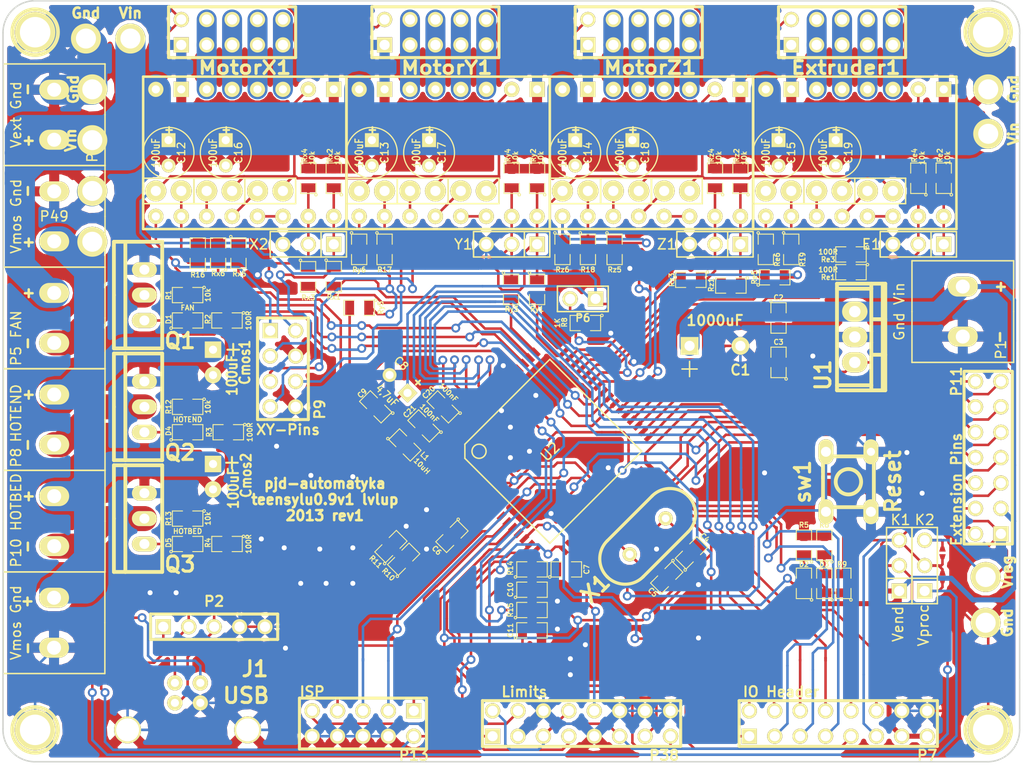
<source format=kicad_pcb>
(kicad_pcb (version 3) (host pcbnew "(2013-mar-13)-testing")
  (layers (15 F.Cu signal) (0 B.Cu signal) (18 B.Paste user) (19 F.Paste user) (20 B.SilkS user) (21 F.SilkS user) (22 B.Mask user) (23 F.Mask user) (28 Edge.Cuts user))
  (net 0 "")
  (net 1 A0)
  (net 2 A1)
  (net 3 A2)
  (net 4 A3)
  (net 5 A4)
  (net 6 A5)
  (net 7 B-THERM)
  (net 8 D+)
  (net 9 D-)
  (net 10 E-DIR)
  (net 11 E-ENABLE)
  (net 12 E-MS1)
  (net 13 E-MS2)
  (net 14 E-MS3)
  (net 15 E-STEP)
  (net 16 E-STOP)
  (net 17 E-THERM)
  (net 18 EXP-PWM)
  (net 19 GND)
  (net 20 HOTBED)
  (net 21 HOTEND)
  (net 22 MISO)
  (net 23 MOSI)
  (net 24 N-00000103)
  (net 25 N-00000104)
  (net 26 N-00000105)
  (net 27 N-00000106)
  (net 28 N-00000107)
  (net 29 N-00000108)
  (net 30 N-00000109)
  (net 31 N-0000011)
  (net 32 N-00000110)
  (net 33 N-00000111)
  (net 34 N-00000112)
  (net 35 N-00000113)
  (net 36 N-00000114)
  (net 37 N-00000115)
  (net 38 N-00000116)
  (net 39 N-00000117)
  (net 40 N-00000118)
  (net 41 N-00000119)
  (net 42 N-00000120)
  (net 43 N-0000024)
  (net 44 N-0000025)
  (net 45 N-0000026)
  (net 46 N-0000029)
  (net 47 N-0000036)
  (net 48 N-000004)
  (net 49 N-0000041)
  (net 50 N-000005)
  (net 51 N-0000069)
  (net 52 N-0000070)
  (net 53 N-000008)
  (net 54 N-0000081)
  (net 55 N-0000088)
  (net 56 N-0000094)
  (net 57 N-0000095)
  (net 58 N-0000096)
  (net 59 N-0000097)
  (net 60 PA0)
  (net 61 PA1)
  (net 62 PA2)
  (net 63 PA3)
  (net 64 PA4)
  (net 65 PA5)
  (net 66 PA6)
  (net 67 PA7)
  (net 68 PB0-SS)
  (net 69 PC0)
  (net 70 PC1)
  (net 71 PC2)
  (net 72 PC3)
  (net 73 PC7)
  (net 74 PD0-SCL)
  (net 75 PD1-SDA)
  (net 76 PD2-RX1)
  (net 77 PD3-TX1)
  (net 78 PD4)
  (net 79 PD5)
  (net 80 PD6)
  (net 81 PD7)
  (net 82 PE0)
  (net 83 PE1)
  (net 84 PE3)
  (net 85 PE5)
  (net 86 PE6)
  (net 87 PE7)
  (net 88 PWM-FAN)
  (net 89 REF)
  (net 90 RESET)
  (net 91 SCLK)
  (net 92 Sig_D+)
  (net 93 Sig_D-)
  (net 94 Vcc)
  (net 95 Vcc_Reg)
  (net 96 Vcc_Usb)
  (net 97 Vext)
  (net 98 Vin)
  (net 99 Vmos)
  (net 100 X-DIR)
  (net 101 X-ENABLE)
  (net 102 X-MS1)
  (net 103 X-MS2)
  (net 104 X-MS3)
  (net 105 X-STEP)
  (net 106 X-STOP)
  (net 107 Y-DIR)
  (net 108 Y-ENABLE)
  (net 109 Y-MS1)
  (net 110 Y-MS2)
  (net 111 Y-MS3)
  (net 112 Y-STEP)
  (net 113 Y-STOP)
  (net 114 Z-DIR)
  (net 115 Z-ENABLE)
  (net 116 Z-MS1)
  (net 117 Z-MS2)
  (net 118 Z-MS3)
  (net 119 Z-STEP)
  (net 120 Z-STOP)
  (module SM0805 (layer F.Cu) (at 35.687 68.326 180)
    (fp_text reference R4 (at 1.905 0.127 270) (layer F.SilkS) (effects (font (size 0.50038 0.50038) (thickness 0.10922))))
    (fp_text value 100R (at -2.159 0 270) (layer F.SilkS) (effects (font (size 0.50038 0.50038) (thickness 0.10922))))
    (pad 1 smd rect (at -0.9525 0 180) (size 0.889 1.397) (layers F.Cu F.Paste F.Mask) (net 20 HOTBED))
    (pad 2 smd rect (at 0.9525 0 180) (size 0.889 1.397) (layers F.Cu F.Paste F.Mask) (net 57 N-0000095))
  )
  (module SM0805 (layer F.Cu) (at 35.814 57.15 180)
    (fp_text reference R3 (at 1.905 0 270) (layer F.SilkS) (effects (font (size 0.50038 0.50038) (thickness 0.10922))))
    (fp_text value 100R (at -2.159 0 270) (layer F.SilkS) (effects (font (size 0.50038 0.50038) (thickness 0.10922))))
    (pad 1 smd rect (at -0.9525 0 180) (size 0.889 1.397) (layers F.Cu F.Paste F.Mask) (net 21 HOTEND))
    (pad 2 smd rect (at 0.9525 0 180) (size 0.889 1.397) (layers F.Cu F.Paste F.Mask) (net 51 N-0000069))
  )
  (module SM0805 (layer F.Cu) (at 35.687 45.974 180)
    (fp_text reference R2 (at 1.905 0.127 270) (layer F.SilkS) (effects (font (size 0.50038 0.50038) (thickness 0.10922))))
    (fp_text value 100R (at -2.159 0 270) (layer F.SilkS) (effects (font (size 0.50038 0.50038) (thickness 0.10922))))
    (pad 1 smd rect (at -0.9525 0 180) (size 0.889 1.397) (layers F.Cu F.Paste F.Mask) (net 88 PWM-FAN))
    (pad 2 smd rect (at 0.9525 0 180) (size 0.889 1.397) (layers F.Cu F.Paste F.Mask) (net 52 N-0000070))
  )
  (module 1pin (layer F.Cu) (at 22.225 38.1)
    (fp_text reference P33 hide)
    (fp_text value Vmos hide)
    (pad 1 thru_hole circle (at 0 0) (size 3 3) (drill 2) (layers *.Cu *.Mask F.SilkS) (net 99 Vmos))
  )
  (module 1pin (layer F.Cu) (at 22.225 33.02)
    (fp_text reference P30 hide)
    (fp_text value Gnd hide)
    (pad 1 thru_hole circle (at 0 0) (size 3 3) (drill 2) (layers *.Cu *.Mask F.SilkS) (net 19 GND))
  )
  (module SM0805 (layer F.Cu) (at 50.546 54.61 135)
    (fp_text reference C9 (at 1.905 0 225) (layer F.SilkS) (effects (font (size 0.50038 0.50038) (thickness 0.10922))))
    (fp_text value 100nF hide)
    (pad 1 smd rect (at -0.9525 0 135) (size 0.889 1.397) (layers F.Cu F.Paste F.Mask) (net 94 Vcc))
    (pad 2 smd rect (at 0.9525 0 135) (size 0.889 1.397) (layers F.Cu F.Paste F.Mask) (net 19 GND))
  )
  (module SM0805 (layer F.Cu) (at 55.372 56.515 135)
    (fp_text reference C21 (at 2.032 0 225) (layer F.SilkS) (effects (font (size 0.50038 0.50038) (thickness 0.10922))))
    (fp_text value 100nF (at 0.508 1.27 135) (layer F.SilkS) (effects (font (size 0.50038 0.50038) (thickness 0.10922))))
    (pad 1 smd rect (at -0.9525 0 135) (size 0.889 1.397) (layers F.Cu F.Paste F.Mask) (net 50 N-000005))
    (pad 2 smd rect (at 0.9525 0 135) (size 0.889 1.397) (layers F.Cu F.Paste F.Mask) (net 19 GND))
  )
  (module SM0805 (layer F.Cu) (at 57.277 54.61 135)
    (fp_text reference C20 (at 2.032 0 225) (layer F.SilkS) (effects (font (size 0.50038 0.50038) (thickness 0.10922))))
    (fp_text value 100nF (at 0.635 1.397 135) (layer F.SilkS) (effects (font (size 0.50038 0.50038) (thickness 0.10922))))
    (pad 1 smd rect (at -0.9525 0 135) (size 0.889 1.397) (layers F.Cu F.Paste F.Mask) (net 94 Vcc))
    (pad 2 smd rect (at 0.9525 0 135) (size 0.889 1.397) (layers F.Cu F.Paste F.Mask) (net 19 GND))
  )
  (module SM0805 (layer F.Cu) (at 71.501 46.228 180)
    (fp_text reference R8 (at 2.0955 0.0635 270) (layer F.SilkS) (effects (font (size 0.50038 0.50038) (thickness 0.10922))))
    (fp_text value 1K (at 2.794 0 270) (layer F.SilkS) (effects (font (size 0.50038 0.50038) (thickness 0.10922))))
    (pad 1 smd rect (at -0.9525 0 180) (size 0.889 1.397) (layers F.Cu F.Paste F.Mask) (net 19 GND))
    (pad 2 smd rect (at 0.9525 0 180) (size 0.889 1.397) (layers F.Cu F.Paste F.Mask) (net 47 N-0000036))
  )
  (module AT90USB1287-AU (layer F.Cu) (at 67.945 59.055 45)
    (fp_text reference U2 (at 0 0.051999 45) (layer F.SilkS))
    (fp_text value AT90USB1287-AU hide)
    (pad 64 smd rect (at -6 -8 45) (size 0.45 1) (layers F.Cu F.Paste F.Mask) (net 50 N-000005))
    (pad 63 smd rect (at -5.2 -8 45) (size 0.45 1) (layers F.Cu F.Paste F.Mask) (net 19 GND))
    (pad 62 smd rect (at -4.4 -8 45) (size 0.45 1) (layers F.Cu F.Paste F.Mask) (net 94 Vcc))
    (pad 61 smd rect (at -3.6 -8 45) (size 0.45 1) (layers F.Cu F.Paste F.Mask) (net 1 A0))
    (pad 60 smd rect (at -2.8 -8 45) (size 0.45 1) (layers F.Cu F.Paste F.Mask) (net 2 A1))
    (pad 59 smd rect (at -2 -8 45) (size 0.45 1) (layers F.Cu F.Paste F.Mask) (net 3 A2))
    (pad 58 smd rect (at -1.2 -8 45) (size 0.45 1) (layers F.Cu F.Paste F.Mask) (net 4 A3))
    (pad 49 smd rect (at 6 -8 45) (size 0.45 1) (layers F.Cu F.Paste F.Mask) (net 62 PA2))
    (pad 50 smd rect (at 5.2 -8 45) (size 0.45 1) (layers F.Cu F.Paste F.Mask) (net 61 PA1))
    (pad 51 smd rect (at 4.4 -8 45) (size 0.45 1) (layers F.Cu F.Paste F.Mask) (net 60 PA0))
    (pad 52 smd rect (at 3.6 -8 45) (size 0.45 1) (layers F.Cu F.Paste F.Mask) (net 94 Vcc))
    (pad 53 smd rect (at 2.8 -8 45) (size 0.45 1) (layers F.Cu F.Paste F.Mask) (net 19 GND))
    (pad 54 smd rect (at 2 -8 45) (size 0.45 1) (layers F.Cu F.Paste F.Mask) (net 17 E-THERM))
    (pad 55 smd rect (at 1.2 -8 45) (size 0.45 1) (layers F.Cu F.Paste F.Mask) (net 7 B-THERM))
    (pad 56 smd rect (at 0.4 -8 45) (size 0.45 1) (layers F.Cu F.Paste F.Mask) (net 6 A5))
    (pad 57 smd rect (at -0.4 -8 45) (size 0.45 1) (layers F.Cu F.Paste F.Mask) (net 5 A4))
    (pad 48 smd rect (at 8 -6 45) (size 1 0.45) (layers F.Cu F.Paste F.Mask) (net 63 PA3))
    (pad 47 smd rect (at 8 -5.2 45) (size 1 0.45) (layers F.Cu F.Paste F.Mask) (net 64 PA4))
    (pad 46 smd rect (at 8 -4.4 45) (size 1 0.45) (layers F.Cu F.Paste F.Mask) (net 65 PA5))
    (pad 45 smd rect (at 8 -3.6 45) (size 1 0.45) (layers F.Cu F.Paste F.Mask) (net 66 PA6))
    (pad 44 smd rect (at 8 -2.8 45) (size 1 0.45) (layers F.Cu F.Paste F.Mask) (net 67 PA7))
    (pad 43 smd rect (at 8 -2 45) (size 1 0.45) (layers F.Cu F.Paste F.Mask) (net 47 N-0000036))
    (pad 42 smd rect (at 8 -1.2 45) (size 1 0.45) (layers F.Cu F.Paste F.Mask) (net 73 PC7))
    (pad 41 smd rect (at 8 -0.4 45) (size 1 0.45) (layers F.Cu F.Paste F.Mask) (net 88 PWM-FAN))
    (pad 33 smd rect (at 8 6 45) (size 1 0.45) (layers F.Cu F.Paste F.Mask) (net 82 PE0))
    (pad 34 smd rect (at 8 5.2 45) (size 1 0.45) (layers F.Cu F.Paste F.Mask) (net 83 PE1))
    (pad 35 smd rect (at 8 4.4 45) (size 1 0.45) (layers F.Cu F.Paste F.Mask) (net 69 PC0))
    (pad 36 smd rect (at 8 3.6 45) (size 1 0.45) (layers F.Cu F.Paste F.Mask) (net 70 PC1))
    (pad 37 smd rect (at 8 2.8 45) (size 1 0.45) (layers F.Cu F.Paste F.Mask) (net 71 PC2))
    (pad 38 smd rect (at 8 2 45) (size 1 0.45) (layers F.Cu F.Paste F.Mask) (net 72 PC3))
    (pad 39 smd rect (at 8 1.2 45) (size 1 0.45) (layers F.Cu F.Paste F.Mask) (net 20 HOTBED))
    (pad 40 smd rect (at 8 0.4 45) (size 1 0.45) (layers F.Cu F.Paste F.Mask) (net 21 HOTEND))
    (pad 9 smd rect (at -8 0.4 45) (size 1 0.45) (layers F.Cu F.Paste F.Mask) (net 84 PE3))
    (pad 10 smd rect (at -8 1.2 45) (size 1 0.45) (layers F.Cu F.Paste F.Mask) (net 68 PB0-SS))
    (pad 11 smd rect (at -8 2 45) (size 1 0.45) (layers F.Cu F.Paste F.Mask) (net 91 SCLK))
    (pad 12 smd rect (at -8 2.8 45) (size 1 0.45) (layers F.Cu F.Paste F.Mask) (net 23 MOSI))
    (pad 13 smd rect (at -8 3.6 45) (size 1 0.45) (layers F.Cu F.Paste F.Mask) (net 22 MISO))
    (pad 14 smd rect (at -8 4.4 45) (size 1 0.45) (layers F.Cu F.Paste F.Mask) (net 18 EXP-PWM))
    (pad 15 smd rect (at -8 5.2 45) (size 1 0.45) (layers F.Cu F.Paste F.Mask) (net 106 X-STOP))
    (pad 16 smd rect (at -8 6 45) (size 1 0.45) (layers F.Cu F.Paste F.Mask) (net 113 Y-STOP))
    (pad 8 smd rect (at -8 -0.4 45) (size 1 0.45) (layers F.Cu F.Paste F.Mask) (net 94 Vcc))
    (pad 7 smd rect (at -8 -1.2 45) (size 1 0.45) (layers F.Cu F.Paste F.Mask) (net 48 N-000004))
    (pad 6 smd rect (at -8 -2 45) (size 1 0.45) (layers F.Cu F.Paste F.Mask) (net 19 GND))
    (pad 5 smd rect (at -8 -2.8 45) (size 1 0.45) (layers F.Cu F.Paste F.Mask) (net 8 D+))
    (pad 4 smd rect (at -8 -3.6 45) (size 1 0.45) (layers F.Cu F.Paste F.Mask) (net 9 D-))
    (pad 3 smd rect (at -8 -4.4 45) (size 1 0.45) (layers F.Cu F.Paste F.Mask) (net 94 Vcc))
    (pad 2 smd rect (at -8 -5.2 45) (size 1 0.45) (layers F.Cu F.Paste F.Mask) (net 87 PE7))
    (pad 1 smd rect (at -8 -6 45) (size 1 0.45) (layers F.Cu F.Paste F.Mask) (net 86 PE6))
    (pad 24 smd rect (at -0.4 8 45) (size 0.45 1) (layers F.Cu F.Paste F.Mask) (net 24 N-00000103))
    (pad 25 smd rect (at 0.4 8 45) (size 0.45 1) (layers F.Cu F.Paste F.Mask) (net 74 PD0-SCL))
    (pad 26 smd rect (at 1.2 8 45) (size 0.45 1) (layers F.Cu F.Paste F.Mask) (net 75 PD1-SDA))
    (pad 27 smd rect (at 2 8 45) (size 0.45 1) (layers F.Cu F.Paste F.Mask) (net 76 PD2-RX1))
    (pad 28 smd rect (at 2.8 8 45) (size 0.45 1) (layers F.Cu F.Paste F.Mask) (net 77 PD3-TX1))
    (pad 29 smd rect (at 3.6 8 45) (size 0.45 1) (layers F.Cu F.Paste F.Mask) (net 78 PD4))
    (pad 30 smd rect (at 4.4 8 45) (size 0.45 1) (layers F.Cu F.Paste F.Mask) (net 79 PD5))
    (pad 31 smd rect (at 5.2 8 45) (size 0.45 1) (layers F.Cu F.Paste F.Mask) (net 80 PD6))
    (pad 32 smd rect (at 6 8 45) (size 0.45 1) (layers F.Cu F.Paste F.Mask) (net 81 PD7))
    (pad 23 smd rect (at -1.2 8 45) (size 0.45 1) (layers F.Cu F.Paste F.Mask) (net 25 N-00000104))
    (pad 22 smd rect (at -2 8 45) (size 0.45 1) (layers F.Cu F.Paste F.Mask) (net 19 GND))
    (pad 21 smd rect (at -2.8 8 45) (size 0.45 1) (layers F.Cu F.Paste F.Mask) (net 94 Vcc))
    (pad 20 smd rect (at -3.6 8 45) (size 0.45 1) (layers F.Cu F.Paste F.Mask) (net 90 RESET))
    (pad 19 smd rect (at -4.4 8 45) (size 0.45 1) (layers F.Cu F.Paste F.Mask) (net 85 PE5))
    (pad 18 smd rect (at -5.2 8 45) (size 0.45 1) (layers F.Cu F.Paste F.Mask) (net 16 E-STOP))
    (pad 17 smd rect (at -6 8 45) (size 0.45 1) (layers F.Cu F.Paste F.Mask) (net 120 Z-STOP))
  )
  (module SM0805 (layer F.Cu) (at 53.467 58.42 315)
    (fp_text reference L1 (at 2.2 -0.6 315) (layer F.SilkS) (effects (font (size 0.50038 0.50038) (thickness 0.10922))))
    (fp_text value 10uH (at 2.7 0.3 315) (layer F.SilkS) (effects (font (size 0.50038 0.50038) (thickness 0.10922))))
    (pad 1 smd rect (at -0.9525 0 315) (size 0.889 1.397) (layers F.Cu F.Paste F.Mask) (net 94 Vcc))
    (pad 2 smd rect (at 0.9525 0 315) (size 0.889 1.397) (layers F.Cu F.Paste F.Mask) (net 50 N-000005))
  )
  (module TO-220_FET-GDS_Vertical (layer F.Cu) (at 27.432 65.786 90)
    (fp_text reference Q3 (at -4.572 3.556 180) (layer F.SilkS) (effects (font (thickness 0.3048))))
    (fp_text value IRL2203 hide)
    (pad D thru_hole oval (at 0 0 180) (size 2.49936 1.50114) (drill 1.00076) (layers *.Cu *.Mask F.SilkS) (net 44 N-0000025))
    (pad G thru_hole oval (at -2.54 0 180) (size 2.49936 1.50114) (drill 1.00076) (layers *.Cu *.Mask F.SilkS) (net 57 N-0000095))
    (pad S thru_hole oval (at 2.54 0 180) (size 2.49936 1.50114) (drill 1.00076) (layers *.Cu *.Mask F.SilkS) (net 19 GND))
  )
  (module TO-220_FET-GDS_Vertical (layer F.Cu) (at 27.432 54.61 90)
    (fp_text reference Q2 (at -4.572 3.556 360) (layer F.SilkS) (effects (font (thickness 0.3048))))
    (fp_text value RFPB0N06LE hide)
    (pad D thru_hole oval (at 0 0 180) (size 2.49936 1.50114) (drill 1.00076) (layers *.Cu *.Mask F.SilkS) (net 45 N-0000026))
    (pad G thru_hole oval (at -2.54 0 180) (size 2.49936 1.50114) (drill 1.00076) (layers *.Cu *.Mask F.SilkS) (net 51 N-0000069))
    (pad S thru_hole oval (at 2.54 0 180) (size 2.49936 1.50114) (drill 1.00076) (layers *.Cu *.Mask F.SilkS) (net 19 GND))
  )
  (module TO-220_FET-GDS_Vertical (layer F.Cu) (at 27.432 43.434 90)
    (fp_text reference Q1 (at -4.572 3.556 180) (layer F.SilkS) (effects (font (thickness 0.3048))))
    (fp_text value RFPB0N06LE hide)
    (pad D thru_hole oval (at 0 0 180) (size 2.49936 1.50114) (drill 1.00076) (layers *.Cu *.Mask F.SilkS) (net 43 N-0000024))
    (pad G thru_hole oval (at -2.54 0 180) (size 2.49936 1.50114) (drill 1.00076) (layers *.Cu *.Mask F.SilkS) (net 52 N-0000070))
    (pad S thru_hole oval (at 2.54 0 180) (size 2.49936 1.50114) (drill 1.00076) (layers *.Cu *.Mask F.SilkS) (net 19 GND))
  )
  (module USB_B (layer F.Cu) (at 31.75 86.915)
    (fp_text reference J1 (at 6.731 -6.096) (layer F.SilkS) (effects (font (thickness 0.3048))))
    (fp_text value USB (at 5.842 -3.429) (layer F.SilkS) (effects (font (thickness 0.3048))))
    (pad 1 thru_hole circle (at 1.27 -4.699) (size 1.524 1.524) (drill 0.8128) (layers *.Cu *.Mask F.SilkS) (net 96 Vcc_Usb))
    (pad 2 thru_hole circle (at -1.27 -4.699) (size 1.524 1.524) (drill 0.8128) (layers *.Cu *.Mask F.SilkS) (net 93 Sig_D-))
    (pad 3 thru_hole circle (at -1.27 -2.70002) (size 1.524 1.524) (drill 0.8128) (layers *.Cu *.Mask F.SilkS) (net 92 Sig_D+))
    (pad 4 thru_hole circle (at 1.27 -2.70002) (size 1.524 1.524) (drill 0.8128) (layers *.Cu *.Mask F.SilkS) (net 19 GND))
    (pad 5 thru_hole circle (at 5.99948 0) (size 2.70002 2.70002) (drill 2.30124) (layers *.Cu *.Mask F.SilkS) (net 19 GND))
    (pad 6 thru_hole circle (at -5.99948 0) (size 2.70002 2.70002) (drill 2.30124) (layers *.Cu *.Mask F.SilkS) (net 19 GND))
  )
  (module 1pin (layer F.Cu) (at 26.035 17.78)
    (fp_text reference P3 hide)
    (fp_text value Vin (at 0 -2.54) (layer F.SilkS) (effects (font (size 1.016 1.016) (thickness 0.254))))
    (pad 1 thru_hole circle (at 0 0) (size 3 3) (drill 2) (layers *.Cu *.Mask F.SilkS) (net 98 Vin))
  )
  (module 1pin (layer F.Cu) (at 21.59 17.78)
    (fp_text reference P12 hide)
    (fp_text value Gnd (at 0 -2.54) (layer F.SilkS) (effects (font (size 1.016 1.016) (thickness 0.254))))
    (pad 1 thru_hole circle (at 0 0) (size 3 3) (drill 2) (layers *.Cu *.Mask F.SilkS) (net 19 GND))
  )
  (module C1V5 (layer F.Cu) (at 52.832 52.324 135)
    (fp_text reference C8 (at 1.27 1.651 135) (layer F.SilkS) (effects (font (size 0.762 0.762) (thickness 0.127))))
    (fp_text value 4,7uF (at 0 -1.651 135) (layer F.SilkS) (effects (font (size 0.762 0.635) (thickness 0.127))))
    (fp_text user + (at -1.27 1.524 135) (layer F.SilkS) (effects (font (size 0.762 0.762) (thickness 0.2032))))
    (pad 1 thru_hole rect (at -1.27 0 135) (size 1.397 1.397) (drill 0.8128) (layers *.Cu *.Mask F.SilkS) (net 94 Vcc))
    (pad 2 thru_hole circle (at 1.27 0 135) (size 1.397 1.397) (drill 0.8128) (layers *.Cu *.Mask F.SilkS) (net 19 GND))
  )
  (module C2V8 (layer F.Cu) (at 84.455 48.514)
    (fp_text reference C1 (at 2.54 2.413) (layer F.SilkS) (effects (font (size 1.016 1.016) (thickness 0.2032))))
    (fp_text value 1000uF (at 0 -2.54) (layer F.SilkS) (effects (font (size 1.016 1.016) (thickness 0.2032))))
    (fp_text user + (at -2.54 2.159) (layer F.SilkS) (effects (font (size 2 2))))
    (pad 1 thru_hole rect (at -2.54 0) (size 1.778 1.778) (drill 1.016) (layers *.Cu *.Mask F.SilkS) (net 97 Vext))
    (pad 2 thru_hole circle (at 2.54 0) (size 1.778 1.778) (drill 1.016) (layers *.Cu *.Mask F.SilkS) (net 19 GND))
  )
  (module SM0805 (layer F.Cu) (at 46.355 41.5925 270)
    (fp_text reference Rx1 (at 2.032 0 360) (layer F.SilkS) (effects (font (size 0.50038 0.50038) (thickness 0.10922))))
    (fp_text value 100R hide)
    (pad 1 smd rect (at -0.9525 0 270) (size 0.889 1.397) (layers F.Cu F.Paste F.Mask) (net 100 X-DIR))
    (pad 2 smd rect (at 0.9525 0 270) (size 0.889 1.397) (layers F.Cu F.Paste F.Mask) (net 61 PA1))
  )
  (module SM0805 (layer F.Cu) (at 48.895 38.862 270)
    (fp_text reference Ry6 (at 2.032 0 360) (layer F.SilkS) (effects (font (size 0.50038 0.50038) (thickness 0.10922))))
    (fp_text value 10k hide)
    (pad 1 smd rect (at -0.9525 0 270) (size 0.889 1.397) (layers F.Cu F.Paste F.Mask) (net 108 Y-ENABLE))
    (pad 2 smd rect (at 0.9525 0 270) (size 0.889 1.397) (layers F.Cu F.Paste F.Mask) (net 19 GND))
  )
  (module SM0805 (layer F.Cu) (at 51.435 38.862 270)
    (fp_text reference R17 (at 2.032 0 360) (layer F.SilkS) (effects (font (size 0.50038 0.50038) (thickness 0.10922))))
    (fp_text value 100k hide)
    (pad 1 smd rect (at -0.9525 0 270) (size 0.889 1.397) (layers F.Cu F.Paste F.Mask) (net 109 Y-MS1))
    (pad 2 smd rect (at 0.9525 0 270) (size 0.889 1.397) (layers F.Cu F.Paste F.Mask) (net 19 GND))
  )
  (module SM0805 (layer F.Cu) (at 66.675 42.8625 270)
    (fp_text reference Ry1 (at 1.9685 0 360) (layer F.SilkS) (effects (font (size 0.50038 0.50038) (thickness 0.10922))))
    (fp_text value 100R hide)
    (pad 1 smd rect (at -0.9525 0 270) (size 0.889 1.397) (layers F.Cu F.Paste F.Mask) (net 107 Y-DIR))
    (pad 2 smd rect (at 0.9525 0 270) (size 0.889 1.397) (layers F.Cu F.Paste F.Mask) (net 63 PA3))
  )
  (module SM0805 (layer F.Cu) (at 82.042 41.91 180)
    (fp_text reference Rz3 (at 1.905 0 270) (layer F.SilkS) (effects (font (size 0.50038 0.50038) (thickness 0.10922))))
    (fp_text value 100R hide)
    (pad 1 smd rect (at -0.9525 0 180) (size 0.889 1.397) (layers F.Cu F.Paste F.Mask) (net 119 Z-STEP))
    (pad 2 smd rect (at 0.9525 0 180) (size 0.889 1.397) (layers F.Cu F.Paste F.Mask) (net 64 PA4))
  )
  (module SWDIP8_.6W (layer F.Cu) (at 37.465 29.21 180)
    (fp_text reference MotorX1 (at 0 8.509 180) (layer F.SilkS) (effects (font (size 1.27 1.524) (thickness 0.3048))))
    (fp_text value POLOLU_A4988 hide)
    (pad 1 thru_hole rect (at -8.89 6.35 180) (size 1.524 1.524) (drill 0.8128) (layers *.Cu *.Mask F.SilkS) (net 19 GND))
    (pad 2 thru_hole circle (at -6.35 6.35 180) (size 1.524 1.524) (drill 0.8128) (layers *.Cu *.Mask F.SilkS) (net 94 Vcc))
    (pad 3 thru_hole circle (at -3.81 6.35 180) (size 1.524 1.524) (drill 0.8128) (layers *.Cu *.Mask F.SilkS) (net 35 N-00000113))
    (pad 4 thru_hole circle (at -1.27 6.35 180) (size 1.524 1.524) (drill 0.8128) (layers *.Cu *.Mask F.SilkS) (net 36 N-00000114))
    (pad 5 thru_hole circle (at 1.27 6.35 180) (size 1.524 1.524) (drill 0.8128) (layers *.Cu *.Mask F.SilkS) (net 37 N-00000115))
    (pad 6 thru_hole circle (at 3.81 6.35 180) (size 1.524 1.524) (drill 0.8128) (layers *.Cu *.Mask F.SilkS) (net 38 N-00000116))
    (pad 7 thru_hole rect (at 6.35 6.35 180) (size 1.524 1.524) (drill 0.8128) (layers *.Cu *.Mask F.SilkS) (net 19 GND))
    (pad 8 thru_hole circle (at 8.89 6.35 180) (size 1.524 1.524) (drill 0.8128) (layers *.Cu *.Mask F.SilkS) (net 98 Vin))
    (pad 9 thru_hole circle (at 8.89 -6.35 180) (size 1.524 1.524) (drill 0.8128) (layers *.Cu *.Mask F.SilkS) (net 101 X-ENABLE))
    (pad 10 thru_hole circle (at 6.35 -6.35 180) (size 1.524 1.524) (drill 0.8128) (layers *.Cu *.Mask F.SilkS) (net 102 X-MS1))
    (pad 11 thru_hole circle (at 3.81 -6.35 180) (size 1.524 1.524) (drill 0.8128) (layers *.Cu *.Mask F.SilkS) (net 103 X-MS2))
    (pad 12 thru_hole circle (at 1.27 -6.35 180) (size 1.524 1.524) (drill 0.8128) (layers *.Cu *.Mask F.SilkS) (net 104 X-MS3))
    (pad 13 thru_hole circle (at -1.27 -6.35 180) (size 1.524 1.524) (drill 0.8128) (layers *.Cu *.Mask F.SilkS) (net 31 N-0000011))
    (pad 14 thru_hole circle (at -3.81 -6.35 180) (size 1.524 1.524) (drill 0.8128) (layers *.Cu *.Mask F.SilkS) (net 31 N-0000011))
    (pad 15 thru_hole circle (at -6.35 -6.35 180) (size 1.524 1.524) (drill 0.8128) (layers *.Cu *.Mask F.SilkS) (net 105 X-STEP))
    (pad 16 thru_hole circle (at -8.89 -6.35 180) (size 1.524 1.524) (drill 0.8128) (layers *.Cu *.Mask F.SilkS) (net 100 X-DIR))
  )
  (module 2PIN-5mm (layer F.Cu) (at 18.415 25.4 90)
    (fp_text reference P4 (at -3.81 3.81 90) (layer F.SilkS))
    (fp_text value "Vext Gnd" (at 0 -3.81 90) (layer F.SilkS))
    (pad 1 thru_hole oval (at -2.5 0 90) (size 2 3) (drill 1.4) (layers *.Cu *.Mask F.SilkS) (net 98 Vin))
    (pad 2 thru_hole oval (at 2.5 0 90) (size 2 3) (drill 1.4) (layers *.Cu *.Mask F.SilkS) (net 19 GND))
  )
  (module 2PIN-5mm (layer F.Cu) (at 18.415 45.72 90)
    (fp_text reference P5 (at -3.81 -3.81 90) (layer F.SilkS))
    (fp_text value FAN (at -0.635 -3.81 90) (layer F.SilkS))
    (pad 1 thru_hole oval (at -2.5 0 90) (size 2 3) (drill 1.4) (layers *.Cu *.Mask F.SilkS) (net 43 N-0000024))
    (pad 2 thru_hole oval (at 2.5 0 90) (size 2 3) (drill 1.4) (layers *.Cu *.Mask F.SilkS) (net 98 Vin))
  )
  (module 2PIN-5mm (layer F.Cu) (at 18.415 55.88 90)
    (fp_text reference P8 (at -3.81 -3.81 90) (layer F.SilkS))
    (fp_text value HOTEND (at 0.635 -3.81 90) (layer F.SilkS))
    (pad 1 thru_hole oval (at -2.5 0 90) (size 2 3) (drill 1.4) (layers *.Cu *.Mask F.SilkS) (net 45 N-0000026))
    (pad 2 thru_hole oval (at 2.5 0 90) (size 2 3) (drill 1.4) (layers *.Cu *.Mask F.SilkS) (net 99 Vmos))
  )
  (module 2PIN-5mm (layer F.Cu) (at 18.415 66.04 90)
    (fp_text reference P10 (at -3.175 -3.81 90) (layer F.SilkS))
    (fp_text value HOTBED (at 1.905 -3.81 90) (layer F.SilkS))
    (pad 1 thru_hole oval (at -2.5 0 90) (size 2 3) (drill 1.4) (layers *.Cu *.Mask F.SilkS) (net 44 N-0000025))
    (pad 2 thru_hole oval (at 2.5 0 90) (size 2 3) (drill 1.4) (layers *.Cu *.Mask F.SilkS) (net 99 Vmos))
  )
  (module SM0805 (layer F.Cu) (at 31.75 45.974)
    (fp_text reference D1 (at -1.905 -0.127 90) (layer F.SilkS) (effects (font (size 0.50038 0.50038) (thickness 0.10922))))
    (fp_text value FAN (at 0 -1.27) (layer F.SilkS) (effects (font (size 0.50038 0.50038) (thickness 0.10922))))
    (pad 1 smd rect (at -0.9525 0) (size 0.889 1.397) (layers F.Cu F.Paste F.Mask) (net 52 N-0000070))
    (pad 2 smd rect (at 0.9525 0) (size 0.889 1.397) (layers F.Cu F.Paste F.Mask) (net 59 N-0000097))
  )
  (module C1V8 (layer F.Cu) (at 34.29 50.165 270)
    (fp_text reference Cmos1 (at 0 -3.175 270) (layer F.SilkS) (effects (font (size 1.016 0.889) (thickness 0.2032))))
    (fp_text value 100uF (at 1.27 -1.905 270) (layer F.SilkS) (effects (font (size 1.016 0.889) (thickness 0.2032))))
    (fp_text user + (at -1.27 -1.905 270) (layer F.SilkS) (effects (font (thickness 0.2032))))
    (pad 1 thru_hole rect (at -1.27 0 270) (size 1.651 1.651) (drill 0.8128) (layers *.Cu *.Mask F.SilkS) (net 99 Vmos))
    (pad 2 thru_hole circle (at 1.27 0 270) (size 1.651 1.651) (drill 0.8128) (layers *.Cu *.Mask F.SilkS) (net 19 GND))
  )
  (module SM0805 (layer F.Cu) (at 31.75 54.61 180)
    (fp_text reference R12 (at 1.905 0 270) (layer F.SilkS) (effects (font (size 0.50038 0.50038) (thickness 0.10922))))
    (fp_text value 10k (at -2.032 0 270) (layer F.SilkS) (effects (font (size 0.50038 0.50038) (thickness 0.10922))))
    (pad 1 smd rect (at -0.9525 0 180) (size 0.889 1.397) (layers F.Cu F.Paste F.Mask) (net 58 N-0000096))
    (pad 2 smd rect (at 0.9525 0 180) (size 0.889 1.397) (layers F.Cu F.Paste F.Mask) (net 19 GND))
  )
  (module SM0805 (layer F.Cu) (at 31.75 57.15)
    (fp_text reference D4 (at -1.905 -0.127 90) (layer F.SilkS) (effects (font (size 0.50038 0.50038) (thickness 0.10922))))
    (fp_text value HOTEND (at 0 -1.27) (layer F.SilkS) (effects (font (size 0.50038 0.50038) (thickness 0.10922))))
    (pad 1 smd rect (at -0.9525 0) (size 0.889 1.397) (layers F.Cu F.Paste F.Mask) (net 51 N-0000069))
    (pad 2 smd rect (at 0.9525 0) (size 0.889 1.397) (layers F.Cu F.Paste F.Mask) (net 58 N-0000096))
  )
  (module C1V8 (layer F.Cu) (at 34.29 61.595 270)
    (fp_text reference Cmos2 (at -0.127 -3.302 270) (layer F.SilkS) (effects (font (size 1.016 0.889) (thickness 0.2032))))
    (fp_text value 100uF (at 1.143 -2.032 270) (layer F.SilkS) (effects (font (size 1.016 0.889) (thickness 0.2032))))
    (fp_text user + (at -1.397 -1.778 270) (layer F.SilkS) (effects (font (thickness 0.2032))))
    (pad 1 thru_hole rect (at -1.27 0 270) (size 1.651 1.651) (drill 0.8128) (layers *.Cu *.Mask F.SilkS) (net 99 Vmos))
    (pad 2 thru_hole circle (at 1.27 0 270) (size 1.651 1.651) (drill 0.8128) (layers *.Cu *.Mask F.SilkS) (net 19 GND))
  )
  (module SM0805 (layer F.Cu) (at 31.75 68.326)
    (fp_text reference D5 (at -1.905 -0.127 90) (layer F.SilkS) (effects (font (size 0.50038 0.50038) (thickness 0.10922))))
    (fp_text value HOTBED (at 0 -1.27) (layer F.SilkS) (effects (font (size 0.50038 0.50038) (thickness 0.10922))))
    (pad 1 smd rect (at -0.9525 0) (size 0.889 1.397) (layers F.Cu F.Paste F.Mask) (net 57 N-0000095))
    (pad 2 smd rect (at 0.9525 0) (size 0.889 1.397) (layers F.Cu F.Paste F.Mask) (net 56 N-0000094))
  )
  (module 2PIN-5mm (layer F.Cu) (at 109.22 45.085 270)
    (fp_text reference P1 (at 3.81 -3.81 270) (layer F.SilkS))
    (fp_text value "Gnd Vin" (at 0 6.35 270) (layer F.SilkS))
    (pad 1 thru_hole oval (at -2.5 0 270) (size 2 3) (drill 1.4) (layers *.Cu *.Mask F.SilkS) (net 97 Vext))
    (pad 2 thru_hole oval (at 2.5 0 270) (size 2 3) (drill 1.4) (layers *.Cu *.Mask F.SilkS) (net 19 GND))
  )
  (module 1pin (layer F.Cu) (at 111.506 71.628)
    (fp_text reference P37 hide)
    (fp_text value Vreg (at 2.159 -0.508 90) (layer F.SilkS) (effects (font (size 1.016 1.016) (thickness 0.254))))
    (pad 1 thru_hole circle (at 0 0) (size 3 3) (drill 2) (layers *.Cu *.Mask F.SilkS) (net 95 Vcc_Reg))
  )
  (module 1pin (layer F.Cu) (at 111.506 76.2)
    (fp_text reference P36 hide)
    (fp_text value Gnd (at 2.159 0 90) (layer F.SilkS) (effects (font (size 1.016 1.016) (thickness 0.254))))
    (pad 1 thru_hole circle (at 0 0) (size 3 3) (drill 2) (layers *.Cu *.Mask F.SilkS) (net 19 GND))
  )
  (module 1pin (layer F.Cu) (at 111.76 22.86)
    (fp_text reference P35 hide)
    (fp_text value Gnd (at 2.54 0 90) (layer F.SilkS) (effects (font (size 1.016 1.016) (thickness 0.254))))
    (pad 1 thru_hole circle (at 0 0) (size 3 3) (drill 2) (layers *.Cu *.Mask F.SilkS) (net 19 GND))
  )
  (module 1pin (layer F.Cu) (at 111.76 27.305)
    (fp_text reference P34 hide)
    (fp_text value Vin (at 2.54 0 90) (layer F.SilkS) (effects (font (size 1.016 1.016) (thickness 0.254))))
    (pad 1 thru_hole circle (at 0 0) (size 3 3) (drill 2) (layers *.Cu *.Mask F.SilkS) (net 98 Vin))
  )
  (module C1V5 (layer F.Cu) (at 96.52 29.21 270)
    (fp_text reference C19 (at 0 -1.26746 270) (layer F.SilkS) (effects (font (size 0.762 0.762) (thickness 0.127))))
    (fp_text value 100uF (at 0 1.27 270) (layer F.SilkS) (effects (font (size 0.762 0.635) (thickness 0.127))))
    (fp_text user + (at -2.286 0 270) (layer F.SilkS) (effects (font (size 0.762 0.762) (thickness 0.2032))))
    (pad 1 thru_hole rect (at -1.27 0 270) (size 1.397 1.397) (drill 0.8128) (layers *.Cu *.Mask F.SilkS) (net 98 Vin))
    (pad 2 thru_hole circle (at 1.27 0 270) (size 1.397 1.397) (drill 0.8128) (layers *.Cu *.Mask F.SilkS) (net 19 GND))
  )
  (module C1V5 (layer F.Cu) (at 76.2 29.21 270)
    (fp_text reference C18 (at 0 -1.26746 270) (layer F.SilkS) (effects (font (size 0.762 0.762) (thickness 0.127))))
    (fp_text value 100uF (at 0 1.27 270) (layer F.SilkS) (effects (font (size 0.762 0.635) (thickness 0.127))))
    (fp_text user + (at -2.286 0 270) (layer F.SilkS) (effects (font (size 0.762 0.762) (thickness 0.2032))))
    (pad 1 thru_hole rect (at -1.27 0 270) (size 1.397 1.397) (drill 0.8128) (layers *.Cu *.Mask F.SilkS) (net 98 Vin))
    (pad 2 thru_hole circle (at 1.27 0 270) (size 1.397 1.397) (drill 0.8128) (layers *.Cu *.Mask F.SilkS) (net 19 GND))
  )
  (module C1V5 (layer F.Cu) (at 55.88 29.21 270)
    (fp_text reference C17 (at 0 -1.26746 270) (layer F.SilkS) (effects (font (size 0.762 0.762) (thickness 0.127))))
    (fp_text value 100uF (at 0 1.27 270) (layer F.SilkS) (effects (font (size 0.762 0.635) (thickness 0.127))))
    (fp_text user + (at -2.286 0 270) (layer F.SilkS) (effects (font (size 0.762 0.762) (thickness 0.2032))))
    (pad 1 thru_hole rect (at -1.27 0 270) (size 1.397 1.397) (drill 0.8128) (layers *.Cu *.Mask F.SilkS) (net 98 Vin))
    (pad 2 thru_hole circle (at 1.27 0 270) (size 1.397 1.397) (drill 0.8128) (layers *.Cu *.Mask F.SilkS) (net 19 GND))
  )
  (module C1V5 (layer F.Cu) (at 35.56 29.21 270)
    (fp_text reference C16 (at 0 -1.26746 270) (layer F.SilkS) (effects (font (size 0.762 0.762) (thickness 0.127))))
    (fp_text value 100uF (at 0 1.27 270) (layer F.SilkS) (effects (font (size 0.762 0.635) (thickness 0.127))))
    (fp_text user + (at -2.286 0 270) (layer F.SilkS) (effects (font (size 0.762 0.762) (thickness 0.2032))))
    (pad 1 thru_hole rect (at -1.27 0 270) (size 1.397 1.397) (drill 0.8128) (layers *.Cu *.Mask F.SilkS) (net 98 Vin))
    (pad 2 thru_hole circle (at 1.27 0 270) (size 1.397 1.397) (drill 0.8128) (layers *.Cu *.Mask F.SilkS) (net 19 GND))
  )
  (module C1V5 (layer F.Cu) (at 90.805 29.21 270)
    (fp_text reference C15 (at 0 -1.26746 270) (layer F.SilkS) (effects (font (size 0.762 0.762) (thickness 0.127))))
    (fp_text value 100uF (at 0 1.27 270) (layer F.SilkS) (effects (font (size 0.762 0.635) (thickness 0.127))))
    (fp_text user + (at -2.286 0 270) (layer F.SilkS) (effects (font (size 0.762 0.762) (thickness 0.2032))))
    (pad 1 thru_hole rect (at -1.27 0 270) (size 1.397 1.397) (drill 0.8128) (layers *.Cu *.Mask F.SilkS) (net 98 Vin))
    (pad 2 thru_hole circle (at 1.27 0 270) (size 1.397 1.397) (drill 0.8128) (layers *.Cu *.Mask F.SilkS) (net 19 GND))
  )
  (module C1V5 (layer F.Cu) (at 70.485 29.21 270)
    (fp_text reference C14 (at 0 -1.26746 270) (layer F.SilkS) (effects (font (size 0.762 0.762) (thickness 0.127))))
    (fp_text value 100uF (at 0 1.27 270) (layer F.SilkS) (effects (font (size 0.762 0.635) (thickness 0.127))))
    (fp_text user + (at -2.286 0 270) (layer F.SilkS) (effects (font (size 0.762 0.762) (thickness 0.2032))))
    (pad 1 thru_hole rect (at -1.27 0 270) (size 1.397 1.397) (drill 0.8128) (layers *.Cu *.Mask F.SilkS) (net 98 Vin))
    (pad 2 thru_hole circle (at 1.27 0 270) (size 1.397 1.397) (drill 0.8128) (layers *.Cu *.Mask F.SilkS) (net 19 GND))
  )
  (module C1V5 (layer F.Cu) (at 50.165 29.21 270)
    (fp_text reference C13 (at 0 -1.26746 270) (layer F.SilkS) (effects (font (size 0.762 0.762) (thickness 0.127))))
    (fp_text value 100uF (at 0 1.27 270) (layer F.SilkS) (effects (font (size 0.762 0.635) (thickness 0.127))))
    (fp_text user + (at -2.286 0 270) (layer F.SilkS) (effects (font (size 0.762 0.762) (thickness 0.2032))))
    (pad 1 thru_hole rect (at -1.27 0 270) (size 1.397 1.397) (drill 0.8128) (layers *.Cu *.Mask F.SilkS) (net 98 Vin))
    (pad 2 thru_hole circle (at 1.27 0 270) (size 1.397 1.397) (drill 0.8128) (layers *.Cu *.Mask F.SilkS) (net 19 GND))
  )
  (module C1V5 (layer F.Cu) (at 29.845 29.21 270)
    (fp_text reference C12 (at 0 -1.26746 270) (layer F.SilkS) (effects (font (size 0.762 0.762) (thickness 0.127))))
    (fp_text value 100uF (at 0 1.27 270) (layer F.SilkS) (effects (font (size 0.762 0.635) (thickness 0.127))))
    (fp_text user + (at -2.286 0 270) (layer F.SilkS) (effects (font (size 0.762 0.762) (thickness 0.2032))))
    (pad 1 thru_hole rect (at -1.27 0 270) (size 1.397 1.397) (drill 0.8128) (layers *.Cu *.Mask F.SilkS) (net 98 Vin))
    (pad 2 thru_hole circle (at 1.27 0 270) (size 1.397 1.397) (drill 0.8128) (layers *.Cu *.Mask F.SilkS) (net 19 GND))
  )
  (module pin_array_4x2 (layer F.Cu) (at 41.275 50.8 270)
    (fp_text reference P9 (at 4.064 -3.683 270) (layer F.SilkS) (effects (font (size 1.016 1.016) (thickness 0.2032))))
    (fp_text value XY-Pins (at 6.096 -0.508 360) (layer F.SilkS) (effects (font (size 1.016 1.016) (thickness 0.2032))))
    (pad 1 thru_hole rect (at -3.81 1.27 270) (size 1.524 1.524) (drill 1.016) (layers *.Cu *.Mask F.SilkS) (net 101 X-ENABLE))
    (pad 2 thru_hole circle (at -3.81 -1.27 270) (size 1.524 1.524) (drill 1.016) (layers *.Cu *.Mask F.SilkS) (net 105 X-STEP))
    (pad 3 thru_hole circle (at -1.27 1.27 270) (size 1.524 1.524) (drill 1.016) (layers *.Cu *.Mask F.SilkS) (net 100 X-DIR))
    (pad 4 thru_hole circle (at -1.27 -1.27 270) (size 1.524 1.524) (drill 1.016) (layers *.Cu *.Mask F.SilkS) (net 19 GND))
    (pad 5 thru_hole circle (at 1.27 1.27 270) (size 1.524 1.524) (drill 1.016) (layers *.Cu *.Mask F.SilkS) (net 108 Y-ENABLE))
    (pad 6 thru_hole circle (at 1.27 -1.27 270) (size 1.524 1.524) (drill 1.016) (layers *.Cu *.Mask F.SilkS) (net 112 Y-STEP))
    (pad 7 thru_hole circle (at 3.81 1.27 270) (size 1.524 1.524) (drill 1.016) (layers *.Cu *.Mask F.SilkS) (net 107 Y-DIR))
    (pad 8 thru_hole circle (at 3.81 -1.27 270) (size 1.524 1.524) (drill 1.016) (layers *.Cu *.Mask F.SilkS) (net 19 GND))
  )
  (module SM0805 (layer F.Cu) (at 92.075 38.862 270)
    (fp_text reference R19 (at 1.016 -1.143 270) (layer F.SilkS) (effects (font (size 0.50038 0.50038) (thickness 0.10922))))
    (fp_text value 100k hide)
    (pad 1 smd rect (at -0.9525 0 270) (size 0.889 1.397) (layers F.Cu F.Paste F.Mask) (net 12 E-MS1))
    (pad 2 smd rect (at 0.9525 0 270) (size 0.889 1.397) (layers F.Cu F.Paste F.Mask) (net 19 GND))
  )
  (module SM0805 (layer F.Cu) (at 32.766 39.243 90)
    (fp_text reference R16 (at -2.159 0 180) (layer F.SilkS) (effects (font (size 0.50038 0.50038) (thickness 0.10922))))
    (fp_text value 100k hide)
    (pad 1 smd rect (at -0.9525 0 90) (size 0.889 1.397) (layers F.Cu F.Paste F.Mask) (net 102 X-MS1))
    (pad 2 smd rect (at 0.9525 0 90) (size 0.889 1.397) (layers F.Cu F.Paste F.Mask) (net 19 GND))
  )
  (module SM0805 (layer F.Cu) (at 71.755 38.862 270)
    (fp_text reference R18 (at 2.032 0 360) (layer F.SilkS) (effects (font (size 0.50038 0.50038) (thickness 0.10922))))
    (fp_text value 100k hide)
    (pad 1 smd rect (at -0.9525 0 270) (size 0.889 1.397) (layers F.Cu F.Paste F.Mask) (net 116 Z-MS1))
    (pad 2 smd rect (at 0.9525 0 270) (size 0.889 1.397) (layers F.Cu F.Paste F.Mask) (net 19 GND))
  )
  (module SM0805 (layer F.Cu) (at 82.1055 69.215 45)
    (fp_text reference C4 (at 2.020558 -0.134704 135) (layer F.SilkS) (effects (font (size 0.50038 0.50038) (thickness 0.10922))))
    (fp_text value 22pF hide)
    (pad 1 smd rect (at -0.9525 0 45) (size 0.889 1.397) (layers F.Cu F.Paste F.Mask) (net 19 GND))
    (pad 2 smd rect (at 0.9525 0 45) (size 0.889 1.397) (layers F.Cu F.Paste F.Mask) (net 24 N-00000103))
  )
  (module SM0805 (layer F.Cu) (at 79.629 71.6915 225)
    (fp_text reference C5 (at 2.020558 -0.044901 315) (layer F.SilkS) (effects (font (size 0.50038 0.50038) (thickness 0.10922))))
    (fp_text value 22pF hide)
    (pad 1 smd rect (at -0.9525 0 225) (size 0.889 1.397) (layers F.Cu F.Paste F.Mask) (net 19 GND))
    (pad 2 smd rect (at 0.9525 0 225) (size 0.889 1.397) (layers F.Cu F.Paste F.Mask) (net 25 N-00000104))
  )
  (module SM0805 (layer F.Cu) (at 58.166 67.564 225)
    (fp_text reference C6 (at 2.065459 0.089803 315) (layer F.SilkS) (effects (font (size 0.50038 0.50038) (thickness 0.10922))))
    (fp_text value 1uF hide)
    (pad 1 smd rect (at -0.9525 0 225) (size 0.889 1.397) (layers F.Cu F.Paste F.Mask) (net 19 GND))
    (pad 2 smd rect (at 0.9525 0 225) (size 0.889 1.397) (layers F.Cu F.Paste F.Mask) (net 48 N-000004))
  )
  (module SM0805 (layer F.Cu) (at 69.596 70.866)
    (fp_text reference C7 (at 2.032 0 90) (layer F.SilkS) (effects (font (size 0.50038 0.50038) (thickness 0.10922))))
    (fp_text value 100nF hide)
    (pad 1 smd rect (at -0.9525 0) (size 0.889 1.397) (layers F.Cu F.Paste F.Mask) (net 94 Vcc))
    (pad 2 smd rect (at 0.9525 0) (size 0.889 1.397) (layers F.Cu F.Paste F.Mask) (net 19 GND))
  )
  (module SM0805 (layer F.Cu) (at 66.167 72.898)
    (fp_text reference C10 (at -2.159 0 90) (layer F.SilkS) (effects (font (size 0.50038 0.50038) (thickness 0.10922))))
    (fp_text value 10uF hide)
    (pad 1 smd rect (at -0.9525 0) (size 0.889 1.397) (layers F.Cu F.Paste F.Mask) (net 17 E-THERM))
    (pad 2 smd rect (at 0.9525 0) (size 0.889 1.397) (layers F.Cu F.Paste F.Mask) (net 19 GND))
  )
  (module SM0805 (layer F.Cu) (at 66.167 76.962)
    (fp_text reference C11 (at -2.159 0 90) (layer F.SilkS) (effects (font (size 0.50038 0.50038) (thickness 0.10922))))
    (fp_text value 10uF hide)
    (pad 1 smd rect (at -0.9525 0) (size 0.889 1.397) (layers F.Cu F.Paste F.Mask) (net 7 B-THERM))
    (pad 2 smd rect (at 0.9525 0) (size 0.889 1.397) (layers F.Cu F.Paste F.Mask) (net 19 GND))
  )
  (module SM0805 (layer F.Cu) (at 93.345 72.263 90)
    (fp_text reference D2 (at 1.905 0 180) (layer F.SilkS) (effects (font (size 0.50038 0.50038) (thickness 0.10922))))
    (fp_text value LED hide)
    (pad 1 smd rect (at -0.9525 0 90) (size 0.889 1.397) (layers F.Cu F.Paste F.Mask) (net 97 Vext))
    (pad 2 smd rect (at 0.9525 0 90) (size 0.889 1.397) (layers F.Cu F.Paste F.Mask) (net 49 N-0000041))
  )
  (module SM0805 (layer F.Cu) (at 95.377 72.263 90)
    (fp_text reference D3 (at 1.905 0 180) (layer F.SilkS) (effects (font (size 0.50038 0.50038) (thickness 0.10922))))
    (fp_text value LED hide)
    (pad 1 smd rect (at -0.9525 0 90) (size 0.889 1.397) (layers F.Cu F.Paste F.Mask) (net 94 Vcc))
    (pad 2 smd rect (at 0.9525 0 90) (size 0.889 1.397) (layers F.Cu F.Paste F.Mask) (net 53 N-000008))
  )
  (module PIN_ARRAY_3X1 (layer F.Cu) (at 102.87 70.485 90)
    (fp_text reference K1 (at 4.572 0.127 180) (layer F.SilkS) (effects (font (size 1.016 1.016) (thickness 0.1524))))
    (fp_text value Vend (at -5.842 -0.127 270) (layer F.SilkS) (effects (font (size 1.016 1.016) (thickness 0.1524))))
    (pad 1 thru_hole rect (at -2.54 0 90) (size 1.524 1.524) (drill 1.016) (layers *.Cu *.Mask F.SilkS) (net 97 Vext))
    (pad 2 thru_hole circle (at 0 0 90) (size 1.524 1.524) (drill 1.016) (layers *.Cu *.Mask F.SilkS) (net 89 REF))
    (pad 3 thru_hole circle (at 2.54 0 90) (size 1.524 1.524) (drill 1.016) (layers *.Cu *.Mask F.SilkS) (net 94 Vcc))
  )
  (module PIN_ARRAY_3X1 (layer F.Cu) (at 105.41 70.485 90)
    (fp_text reference K2 (at 4.572 0 180) (layer F.SilkS) (effects (font (size 1.016 1.016) (thickness 0.1524))))
    (fp_text value Vproc (at -5.969 -0.127 270) (layer F.SilkS) (effects (font (size 1.016 1.016) (thickness 0.1524))))
    (pad 1 thru_hole rect (at -2.54 0 90) (size 1.524 1.524) (drill 1.016) (layers *.Cu *.Mask F.SilkS) (net 96 Vcc_Usb))
    (pad 2 thru_hole circle (at 0 0 90) (size 1.524 1.524) (drill 1.016) (layers *.Cu *.Mask F.SilkS) (net 94 Vcc))
    (pad 3 thru_hole circle (at 2.54 0 90) (size 1.524 1.524) (drill 1.016) (layers *.Cu *.Mask F.SilkS) (net 95 Vcc_Reg))
  )
  (module PIN_ARRAY_5x1 (layer F.Cu) (at 34.4 76.6)
    (fp_text reference P2 (at 0 -2.54) (layer F.SilkS) (effects (font (size 1.016 1.016) (thickness 0.2032))))
    (fp_text value CONN_5 hide)
    (pad 1 thru_hole rect (at -5.08 0) (size 1.524 1.524) (drill 1.016) (layers *.Cu *.Mask F.SilkS) (net 94 Vcc))
    (pad 2 thru_hole circle (at -2.54 0) (size 1.524 1.524) (drill 1.016) (layers *.Cu *.Mask F.SilkS) (net 93 Sig_D-))
    (pad 3 thru_hole circle (at 0 0) (size 1.524 1.524) (drill 1.016) (layers *.Cu *.Mask F.SilkS) (net 92 Sig_D+))
    (pad 4 thru_hole circle (at 2.54 0) (size 1.524 1.524) (drill 1.016) (layers *.Cu *.Mask F.SilkS) (net 19 GND))
    (pad 5 thru_hole circle (at 5.08 0) (size 1.524 1.524) (drill 1.016) (layers *.Cu *.Mask F.SilkS) (net 19 GND))
  )
  (module pin_array_8x2 (layer F.Cu) (at 96.774 86.28)
    (fp_text reference P7 (at 8.89 3.175) (layer F.SilkS) (effects (font (size 1.016 1.016) (thickness 0.2032))))
    (fp_text value "IO Header" (at -5.715 -3.175) (layer F.SilkS) (effects (font (size 1.016 1.016) (thickness 0.2032))))
    (pad 1 thru_hole rect (at -8.89 1.27) (size 1.524 1.524) (drill 1.016) (layers *.Cu *.Mask F.SilkS) (net 74 PD0-SCL))
    (pad 2 thru_hole circle (at -8.89 -1.27) (size 1.524 1.524) (drill 1.016) (layers *.Cu *.Mask F.SilkS) (net 1 A0))
    (pad 3 thru_hole circle (at -6.35 1.27) (size 1.524 1.524) (drill 1.016) (layers *.Cu *.Mask F.SilkS) (net 77 PD3-TX1))
    (pad 4 thru_hole circle (at -6.35 -1.27) (size 1.524 1.524) (drill 1.016) (layers *.Cu *.Mask F.SilkS) (net 2 A1))
    (pad 5 thru_hole circle (at -3.81 1.27) (size 1.524 1.524) (drill 1.016) (layers *.Cu *.Mask F.SilkS) (net 76 PD2-RX1))
    (pad 6 thru_hole circle (at -3.81 -1.27) (size 1.524 1.524) (drill 1.016) (layers *.Cu *.Mask F.SilkS) (net 3 A2))
    (pad 7 thru_hole circle (at -1.27 1.27) (size 1.524 1.524) (drill 1.016) (layers *.Cu *.Mask F.SilkS) (net 75 PD1-SDA))
    (pad 8 thru_hole circle (at -1.27 -1.27) (size 1.524 1.524) (drill 1.016) (layers *.Cu *.Mask F.SilkS) (net 4 A3))
    (pad 9 thru_hole circle (at 1.27 1.27) (size 1.524 1.524) (drill 1.016) (layers *.Cu *.Mask F.SilkS) (net 18 EXP-PWM))
    (pad 10 thru_hole circle (at 1.27 -1.27) (size 1.524 1.524) (drill 1.016) (layers *.Cu *.Mask F.SilkS) (net 5 A4))
    (pad 11 thru_hole circle (at 3.81 1.27) (size 1.524 1.524) (drill 1.016) (layers *.Cu *.Mask F.SilkS) (net 94 Vcc))
    (pad 12 thru_hole circle (at 3.81 -1.27) (size 1.524 1.524) (drill 1.016) (layers *.Cu *.Mask F.SilkS) (net 6 A5))
    (pad 13 thru_hole circle (at 6.35 1.27) (size 1.524 1.524) (drill 1.016) (layers *.Cu *.Mask F.SilkS) (net 97 Vext))
    (pad 14 thru_hole circle (at 6.35 -1.27) (size 1.524 1.524) (drill 1.016) (layers *.Cu *.Mask F.SilkS) (net 19 GND))
    (pad 15 thru_hole circle (at 8.89 1.27) (size 1.524 1.524) (drill 1.016) (layers *.Cu *.Mask F.SilkS) (net 97 Vext))
    (pad 16 thru_hole circle (at 8.89 -1.27) (size 1.524 1.524) (drill 1.016) (layers *.Cu *.Mask F.SilkS) (net 19 GND))
  )
  (module PIN_ARRAY_5x2 (layer F.Cu) (at 49.276 86.28 180)
    (fp_text reference P13 (at -5.08 -3.175 180) (layer F.SilkS) (effects (font (size 1.016 1.016) (thickness 0.2032))))
    (fp_text value ISP (at 5.08 3.175 180) (layer F.SilkS) (effects (font (size 1.016 1.016) (thickness 0.2032))))
    (pad 1 thru_hole rect (at -5.08 1.27 180) (size 1.524 1.524) (drill 1.016) (layers *.Cu *.Mask F.SilkS) (net 23 MOSI))
    (pad 2 thru_hole circle (at -5.08 -1.27 180) (size 1.524 1.524) (drill 1.016) (layers *.Cu *.Mask F.SilkS) (net 94 Vcc))
    (pad 3 thru_hole circle (at -2.54 1.27 180) (size 1.524 1.524) (drill 1.016) (layers *.Cu *.Mask F.SilkS) (net 68 PB0-SS))
    (pad 4 thru_hole circle (at -2.54 -1.27 180) (size 1.524 1.524) (drill 1.016) (layers *.Cu *.Mask F.SilkS) (net 19 GND))
    (pad 5 thru_hole circle (at 0 1.27 180) (size 1.524 1.524) (drill 1.016) (layers *.Cu *.Mask F.SilkS) (net 90 RESET))
    (pad 6 thru_hole circle (at 0 -1.27 180) (size 1.524 1.524) (drill 1.016) (layers *.Cu *.Mask F.SilkS) (net 19 GND))
    (pad 7 thru_hole circle (at 2.54 1.27 180) (size 1.524 1.524) (drill 1.016) (layers *.Cu *.Mask F.SilkS) (net 91 SCLK))
    (pad 8 thru_hole circle (at 2.54 -1.27 180) (size 1.524 1.524) (drill 1.016) (layers *.Cu *.Mask F.SilkS) (net 19 GND))
    (pad 9 thru_hole circle (at 5.08 1.27 180) (size 1.524 1.524) (drill 1.016) (layers *.Cu *.Mask F.SilkS) (net 22 MISO))
    (pad 10 thru_hole circle (at 5.08 -1.27 180) (size 1.524 1.524) (drill 1.016) (layers *.Cu *.Mask F.SilkS) (net 19 GND))
  )
  (module PIN_ARRAY_5x2 (layer F.Cu) (at 56.515 17.145)
    (fp_text reference P21 hide)
    (fp_text value MOT-Y hide)
    (pad 1 thru_hole rect (at -5.08 1.27) (size 1.524 1.524) (drill 1.016) (layers *.Cu *.Mask F.SilkS) (net 19 GND))
    (pad 2 thru_hole circle (at -5.08 -1.27) (size 1.524 1.524) (drill 1.016) (layers *.Cu *.Mask F.SilkS) (net 19 GND))
    (pad 3 thru_hole circle (at -2.54 1.27) (size 1.524 1.524) (drill 1.016) (layers *.Cu *.Mask F.SilkS) (net 42 N-00000120))
    (pad 4 thru_hole circle (at -2.54 -1.27) (size 1.524 1.524) (drill 1.016) (layers *.Cu *.Mask F.SilkS) (net 42 N-00000120))
    (pad 5 thru_hole circle (at 0 1.27) (size 1.524 1.524) (drill 1.016) (layers *.Cu *.Mask F.SilkS) (net 41 N-00000119))
    (pad 6 thru_hole circle (at 0 -1.27) (size 1.524 1.524) (drill 1.016) (layers *.Cu *.Mask F.SilkS) (net 41 N-00000119))
    (pad 7 thru_hole circle (at 2.54 1.27) (size 1.524 1.524) (drill 1.016) (layers *.Cu *.Mask F.SilkS) (net 40 N-00000118))
    (pad 8 thru_hole circle (at 2.54 -1.27) (size 1.524 1.524) (drill 1.016) (layers *.Cu *.Mask F.SilkS) (net 40 N-00000118))
    (pad 9 thru_hole circle (at 5.08 1.27) (size 1.524 1.524) (drill 1.016) (layers *.Cu *.Mask F.SilkS) (net 39 N-00000117))
    (pad 10 thru_hole circle (at 5.08 -1.27) (size 1.524 1.524) (drill 1.016) (layers *.Cu *.Mask F.SilkS) (net 39 N-00000117))
  )
  (module PIN_ARRAY_5x2 (layer F.Cu) (at 36.195 17.145)
    (fp_text reference P23 hide)
    (fp_text value MOT-X hide)
    (pad 1 thru_hole rect (at -5.08 1.27) (size 1.524 1.524) (drill 1.016) (layers *.Cu *.Mask F.SilkS) (net 19 GND))
    (pad 2 thru_hole circle (at -5.08 -1.27) (size 1.524 1.524) (drill 1.016) (layers *.Cu *.Mask F.SilkS) (net 19 GND))
    (pad 3 thru_hole circle (at -2.54 1.27) (size 1.524 1.524) (drill 1.016) (layers *.Cu *.Mask F.SilkS) (net 38 N-00000116))
    (pad 4 thru_hole circle (at -2.54 -1.27) (size 1.524 1.524) (drill 1.016) (layers *.Cu *.Mask F.SilkS) (net 38 N-00000116))
    (pad 5 thru_hole circle (at 0 1.27) (size 1.524 1.524) (drill 1.016) (layers *.Cu *.Mask F.SilkS) (net 37 N-00000115))
    (pad 6 thru_hole circle (at 0 -1.27) (size 1.524 1.524) (drill 1.016) (layers *.Cu *.Mask F.SilkS) (net 37 N-00000115))
    (pad 7 thru_hole circle (at 2.54 1.27) (size 1.524 1.524) (drill 1.016) (layers *.Cu *.Mask F.SilkS) (net 36 N-00000114))
    (pad 8 thru_hole circle (at 2.54 -1.27) (size 1.524 1.524) (drill 1.016) (layers *.Cu *.Mask F.SilkS) (net 36 N-00000114))
    (pad 9 thru_hole circle (at 5.08 1.27) (size 1.524 1.524) (drill 1.016) (layers *.Cu *.Mask F.SilkS) (net 35 N-00000113))
    (pad 10 thru_hole circle (at 5.08 -1.27) (size 1.524 1.524) (drill 1.016) (layers *.Cu *.Mask F.SilkS) (net 35 N-00000113))
  )
  (module PIN_ARRAY_5x2 (layer F.Cu) (at 76.835 17.145)
    (fp_text reference P24 hide)
    (fp_text value MOT-Z hide)
    (pad 1 thru_hole rect (at -5.08 1.27) (size 1.524 1.524) (drill 1.016) (layers *.Cu *.Mask F.SilkS) (net 19 GND))
    (pad 2 thru_hole circle (at -5.08 -1.27) (size 1.524 1.524) (drill 1.016) (layers *.Cu *.Mask F.SilkS) (net 19 GND))
    (pad 3 thru_hole circle (at -2.54 1.27) (size 1.524 1.524) (drill 1.016) (layers *.Cu *.Mask F.SilkS) (net 29 N-00000108))
    (pad 4 thru_hole circle (at -2.54 -1.27) (size 1.524 1.524) (drill 1.016) (layers *.Cu *.Mask F.SilkS) (net 29 N-00000108))
    (pad 5 thru_hole circle (at 0 1.27) (size 1.524 1.524) (drill 1.016) (layers *.Cu *.Mask F.SilkS) (net 28 N-00000107))
    (pad 6 thru_hole circle (at 0 -1.27) (size 1.524 1.524) (drill 1.016) (layers *.Cu *.Mask F.SilkS) (net 28 N-00000107))
    (pad 7 thru_hole circle (at 2.54 1.27) (size 1.524 1.524) (drill 1.016) (layers *.Cu *.Mask F.SilkS) (net 27 N-00000106))
    (pad 8 thru_hole circle (at 2.54 -1.27) (size 1.524 1.524) (drill 1.016) (layers *.Cu *.Mask F.SilkS) (net 27 N-00000106))
    (pad 9 thru_hole circle (at 5.08 1.27) (size 1.524 1.524) (drill 1.016) (layers *.Cu *.Mask F.SilkS) (net 26 N-00000105))
    (pad 10 thru_hole circle (at 5.08 -1.27) (size 1.524 1.524) (drill 1.016) (layers *.Cu *.Mask F.SilkS) (net 26 N-00000105))
  )
  (module PIN_ARRAY_5x2 (layer F.Cu) (at 97.155 17.145)
    (fp_text reference P25 hide)
    (fp_text value MOT-E hide)
    (pad 1 thru_hole rect (at -5.08 1.27) (size 1.524 1.524) (drill 1.016) (layers *.Cu *.Mask F.SilkS) (net 19 GND))
    (pad 2 thru_hole circle (at -5.08 -1.27) (size 1.524 1.524) (drill 1.016) (layers *.Cu *.Mask F.SilkS) (net 19 GND))
    (pad 3 thru_hole circle (at -2.54 1.27) (size 1.524 1.524) (drill 1.016) (layers *.Cu *.Mask F.SilkS) (net 34 N-00000112))
    (pad 4 thru_hole circle (at -2.54 -1.27) (size 1.524 1.524) (drill 1.016) (layers *.Cu *.Mask F.SilkS) (net 34 N-00000112))
    (pad 5 thru_hole circle (at 0 1.27) (size 1.524 1.524) (drill 1.016) (layers *.Cu *.Mask F.SilkS) (net 33 N-00000111))
    (pad 6 thru_hole circle (at 0 -1.27) (size 1.524 1.524) (drill 1.016) (layers *.Cu *.Mask F.SilkS) (net 33 N-00000111))
    (pad 7 thru_hole circle (at 2.54 1.27) (size 1.524 1.524) (drill 1.016) (layers *.Cu *.Mask F.SilkS) (net 32 N-00000110))
    (pad 8 thru_hole circle (at 2.54 -1.27) (size 1.524 1.524) (drill 1.016) (layers *.Cu *.Mask F.SilkS) (net 32 N-00000110))
    (pad 9 thru_hole circle (at 5.08 1.27) (size 1.524 1.524) (drill 1.016) (layers *.Cu *.Mask F.SilkS) (net 30 N-00000109))
    (pad 10 thru_hole circle (at 5.08 -1.27) (size 1.524 1.524) (drill 1.016) (layers *.Cu *.Mask F.SilkS) (net 30 N-00000109))
  )
  (module SM0805 (layer F.Cu) (at 31.75 43.434 180)
    (fp_text reference R1 (at 1.905 0 270) (layer F.SilkS) (effects (font (size 0.50038 0.50038) (thickness 0.10922))))
    (fp_text value 10k (at -2.032 0 270) (layer F.SilkS) (effects (font (size 0.50038 0.50038) (thickness 0.10922))))
    (pad 1 smd rect (at -0.9525 0 180) (size 0.889 1.397) (layers F.Cu F.Paste F.Mask) (net 59 N-0000097))
    (pad 2 smd rect (at 0.9525 0 180) (size 0.889 1.397) (layers F.Cu F.Paste F.Mask) (net 19 GND))
  )
  (module SM0805 (layer F.Cu) (at 93.345 68.453 90)
    (fp_text reference R5 (at 2.032 0 180) (layer F.SilkS) (effects (font (size 0.50038 0.50038) (thickness 0.10922))))
    (fp_text value 500 hide)
    (pad 1 smd rect (at -0.9525 0 90) (size 0.889 1.397) (layers F.Cu F.Paste F.Mask) (net 49 N-0000041))
    (pad 2 smd rect (at 0.9525 0 90) (size 0.889 1.397) (layers F.Cu F.Paste F.Mask) (net 19 GND))
  )
  (module SM0805 (layer F.Cu) (at 95.377 68.453 90)
    (fp_text reference R6 (at 2.032 0 180) (layer F.SilkS) (effects (font (size 0.50038 0.50038) (thickness 0.10922))))
    (fp_text value 300R hide)
    (pad 1 smd rect (at -0.9525 0 90) (size 0.889 1.397) (layers F.Cu F.Paste F.Mask) (net 53 N-000008))
    (pad 2 smd rect (at 0.9525 0 90) (size 0.889 1.397) (layers F.Cu F.Paste F.Mask) (net 19 GND))
  )
  (module SM0805 (layer F.Cu) (at 97.282 72.263 90)
    (fp_text reference R9 (at 1.905 -0.127 180) (layer F.SilkS) (effects (font (size 0.50038 0.50038) (thickness 0.10922))))
    (fp_text value 100k hide)
    (pad 1 smd rect (at -0.9525 0 90) (size 0.889 1.397) (layers F.Cu F.Paste F.Mask) (net 94 Vcc))
    (pad 2 smd rect (at 0.9525 0 90) (size 0.889 1.397) (layers F.Cu F.Paste F.Mask) (net 90 RESET))
  )
  (module SM0805 (layer F.Cu) (at 53.34 69.85 45)
    (fp_text reference R10 (at -2.155261 0 135) (layer F.SilkS) (effects (font (size 0.50038 0.50038) (thickness 0.10922))))
    (fp_text value 22R hide)
    (pad 1 smd rect (at -0.9525 0 45) (size 0.889 1.397) (layers F.Cu F.Paste F.Mask) (net 92 Sig_D+))
    (pad 2 smd rect (at 0.9525 0 45) (size 0.889 1.397) (layers F.Cu F.Paste F.Mask) (net 8 D+))
  )
  (module SM0805 (layer F.Cu) (at 52.07 68.58 45)
    (fp_text reference R11 (at -2.155261 0 135) (layer F.SilkS) (effects (font (size 0.50038 0.50038) (thickness 0.10922))))
    (fp_text value 22R hide)
    (pad 1 smd rect (at -0.9525 0 45) (size 0.889 1.397) (layers F.Cu F.Paste F.Mask) (net 93 Sig_D-))
    (pad 2 smd rect (at 0.9525 0 45) (size 0.889 1.397) (layers F.Cu F.Paste F.Mask) (net 9 D-))
  )
  (module SM0805 (layer F.Cu) (at 31.75 65.786 180)
    (fp_text reference R13 (at 1.905 0 270) (layer F.SilkS) (effects (font (size 0.50038 0.50038) (thickness 0.10922))))
    (fp_text value 10k (at -2.032 0 270) (layer F.SilkS) (effects (font (size 0.50038 0.50038) (thickness 0.10922))))
    (pad 1 smd rect (at -0.9525 0 180) (size 0.889 1.397) (layers F.Cu F.Paste F.Mask) (net 56 N-0000094))
    (pad 2 smd rect (at 0.9525 0 180) (size 0.889 1.397) (layers F.Cu F.Paste F.Mask) (net 19 GND))
  )
  (module SM0805 (layer F.Cu) (at 66.167 70.866)
    (fp_text reference R14 (at -2.159 -0.127 90) (layer F.SilkS) (effects (font (size 0.50038 0.50038) (thickness 0.10922))))
    (fp_text value 4.7K hide)
    (pad 1 smd rect (at -0.9525 0) (size 0.889 1.397) (layers F.Cu F.Paste F.Mask) (net 17 E-THERM))
    (pad 2 smd rect (at 0.9525 0) (size 0.889 1.397) (layers F.Cu F.Paste F.Mask) (net 94 Vcc))
  )
  (module SM0805 (layer F.Cu) (at 66.167 74.93)
    (fp_text reference R15 (at -2.159 0 90) (layer F.SilkS) (effects (font (size 0.50038 0.50038) (thickness 0.10922))))
    (fp_text value 4.7K hide)
    (pad 1 smd rect (at -0.9525 0) (size 0.889 1.397) (layers F.Cu F.Paste F.Mask) (net 7 B-THERM))
    (pad 2 smd rect (at 0.9525 0) (size 0.889 1.397) (layers F.Cu F.Paste F.Mask) (net 94 Vcc))
  )
  (module 1pin (layer F.Cu) (at 16.51 17.145)
    (fp_text reference S1 hide)
    (fp_text value S hide)
    (pad 1 thru_hole circle (at 0 0) (size 4.064 4.064) (drill 3.048) (layers *.Cu *.Mask F.SilkS) (net 19 GND))
  )
  (module 1pin (layer F.Cu) (at 111.76 17.145)
    (fp_text reference S2 hide)
    (fp_text value S hide)
    (pad 1 thru_hole circle (at 0 0) (size 4.064 4.064) (drill 3.048) (layers *.Cu *.Mask F.SilkS) (net 19 GND))
  )
  (module 1pin (layer F.Cu) (at 16.51 86.915)
    (fp_text reference S3 hide)
    (fp_text value S hide)
    (pad 1 thru_hole circle (at 0 0) (size 4.064 4.064) (drill 3.048) (layers *.Cu *.Mask F.SilkS) (net 19 GND))
  )
  (module 1pin (layer F.Cu) (at 111.76 86.915)
    (fp_text reference S4 hide)
    (fp_text value S hide)
    (pad 1 thru_hole circle (at 0 0) (size 4.064 4.064) (drill 3.048) (layers *.Cu *.Mask F.SilkS) (net 19 GND))
  )
  (module HC-49V (layer F.Cu) (at 77.724 67.564 45)
    (fp_text reference X1 (at -7.36381 0 45) (layer F.SilkS) (effects (font (thickness 0.3048))))
    (fp_text value 16MHZ hide)
    (pad 1 thru_hole circle (at -2.54 0 45) (size 1.4224 1.4224) (drill 0.762) (layers *.Cu *.Mask F.SilkS) (net 25 N-00000104))
    (pad 2 thru_hole circle (at 2.54 0 45) (size 1.4224 1.4224) (drill 0.762) (layers *.Cu *.Mask F.SilkS) (net 24 N-00000103))
  )
  (module pin_array_8x2 (layer F.Cu) (at 71.12 86.28)
    (fp_text reference P38 (at 8.255 3.175) (layer F.SilkS) (effects (font (size 1.016 1.016) (thickness 0.2032))))
    (fp_text value Limits (at -5.715 -3.175) (layer F.SilkS) (effects (font (size 1.016 1.016) (thickness 0.2032))))
    (pad 1 thru_hole rect (at -8.89 1.27) (size 1.524 1.524) (drill 1.016) (layers *.Cu *.Mask F.SilkS) (net 106 X-STOP))
    (pad 2 thru_hole circle (at -8.89 -1.27) (size 1.524 1.524) (drill 1.016) (layers *.Cu *.Mask F.SilkS) (net 89 REF))
    (pad 3 thru_hole circle (at -6.35 1.27) (size 1.524 1.524) (drill 1.016) (layers *.Cu *.Mask F.SilkS) (net 19 GND))
    (pad 4 thru_hole circle (at -6.35 -1.27) (size 1.524 1.524) (drill 1.016) (layers *.Cu *.Mask F.SilkS) (net 113 Y-STOP))
    (pad 5 thru_hole circle (at -3.81 1.27) (size 1.524 1.524) (drill 1.016) (layers *.Cu *.Mask F.SilkS) (net 89 REF))
    (pad 6 thru_hole circle (at -3.81 -1.27) (size 1.524 1.524) (drill 1.016) (layers *.Cu *.Mask F.SilkS) (net 19 GND))
    (pad 7 thru_hole circle (at -1.27 1.27) (size 1.524 1.524) (drill 1.016) (layers *.Cu *.Mask F.SilkS) (net 120 Z-STOP))
    (pad 8 thru_hole circle (at -1.27 -1.27) (size 1.524 1.524) (drill 1.016) (layers *.Cu *.Mask F.SilkS) (net 89 REF))
    (pad 9 thru_hole circle (at 1.27 1.27) (size 1.524 1.524) (drill 1.016) (layers *.Cu *.Mask F.SilkS) (net 19 GND))
    (pad 10 thru_hole circle (at 1.27 -1.27) (size 1.524 1.524) (drill 1.016) (layers *.Cu *.Mask F.SilkS) (net 16 E-STOP))
    (pad 11 thru_hole circle (at 3.81 1.27) (size 1.524 1.524) (drill 1.016) (layers *.Cu *.Mask F.SilkS) (net 89 REF))
    (pad 12 thru_hole circle (at 3.81 -1.27) (size 1.524 1.524) (drill 1.016) (layers *.Cu *.Mask F.SilkS) (net 19 GND))
    (pad 13 thru_hole circle (at 6.35 1.27) (size 1.524 1.524) (drill 1.016) (layers *.Cu *.Mask F.SilkS) (net 7 B-THERM))
    (pad 14 thru_hole circle (at 6.35 -1.27) (size 1.524 1.524) (drill 1.016) (layers *.Cu *.Mask F.SilkS) (net 19 GND))
    (pad 15 thru_hole circle (at 8.89 1.27) (size 1.524 1.524) (drill 1.016) (layers *.Cu *.Mask F.SilkS) (net 17 E-THERM))
    (pad 16 thru_hole circle (at 8.89 -1.27) (size 1.524 1.524) (drill 1.016) (layers *.Cu *.Mask F.SilkS) (net 19 GND))
  )
  (module pin_array_7x2 (layer F.Cu) (at 111.76 59.69 90)
    (fp_text reference P11 (at 7.62 -3.175 90) (layer F.SilkS) (effects (font (size 1.016 1.016) (thickness 0.2032))))
    (fp_text value "Extension Pins" (at -3.175 -3.175 90) (layer F.SilkS) (effects (font (size 1.016 1.016) (thickness 0.2032))))
    (pad 1 thru_hole rect (at -7.62 1.27 90) (size 1.524 1.524) (drill 1.016) (layers *.Cu *.Mask F.SilkS) (net 19 GND))
    (pad 2 thru_hole circle (at -7.62 -1.27 90) (size 1.524 1.524) (drill 1.016) (layers *.Cu *.Mask F.SilkS) (net 94 Vcc))
    (pad 3 thru_hole circle (at -5.08 1.27 90) (size 1.524 1.524) (drill 1.016) (layers *.Cu *.Mask F.SilkS) (net 97 Vext))
    (pad 4 thru_hole circle (at -5.08 -1.27 90) (size 1.524 1.524) (drill 1.016) (layers *.Cu *.Mask F.SilkS) (net 85 PE5))
    (pad 5 thru_hole circle (at -2.54 1.27 90) (size 1.524 1.524) (drill 1.016) (layers *.Cu *.Mask F.SilkS) (net 78 PD4))
    (pad 6 thru_hole circle (at -2.54 -1.27 90) (size 1.524 1.524) (drill 1.016) (layers *.Cu *.Mask F.SilkS) (net 84 PE3))
    (pad 7 thru_hole circle (at 0 1.27 90) (size 1.524 1.524) (drill 1.016) (layers *.Cu *.Mask F.SilkS) (net 79 PD5))
    (pad 8 thru_hole circle (at 0 -1.27 90) (size 1.524 1.524) (drill 1.016) (layers *.Cu *.Mask F.SilkS) (net 80 PD6))
    (pad 9 thru_hole circle (at 2.54 1.27 90) (size 1.524 1.524) (drill 1.016) (layers *.Cu *.Mask F.SilkS) (net 81 PD7))
    (pad 10 thru_hole circle (at 2.54 -1.27 90) (size 1.524 1.524) (drill 1.016) (layers *.Cu *.Mask F.SilkS) (net 82 PE0))
    (pad 11 thru_hole circle (at 5.08 1.27 90) (size 1.524 1.524) (drill 1.016) (layers *.Cu *.Mask F.SilkS) (net 83 PE1))
    (pad 12 thru_hole circle (at 5.08 -1.27 90) (size 1.524 1.524) (drill 1.016) (layers *.Cu *.Mask F.SilkS) (net 69 PC0))
    (pad 13 thru_hole circle (at 7.62 1.27 90) (size 1.524 1.524) (drill 1.016) (layers *.Cu *.Mask F.SilkS) (net 70 PC1))
    (pad 14 thru_hole circle (at 7.62 -1.27 90) (size 1.524 1.524) (drill 1.016) (layers *.Cu *.Mask F.SilkS) (net 71 PC2))
  )
  (module "ticle switch" (layer F.Cu) (at 97.79 62.103 90)
    (fp_text reference sw1 (at 0 -4.572 90) (layer F.SilkS) (effects (font (thickness 0.3048))))
    (fp_text value Reset (at 0 4.445 90) (layer F.SilkS) (effects (font (thickness 0.3048))))
    (pad 4 thru_hole oval (at -2.9972 -2.2479 90) (size 2.49936 1.4986) (drill 0.99822) (layers *.Cu *.Mask F.SilkS) (net 90 RESET))
    (pad 2 thru_hole oval (at -2.9972 2.2479 90) (size 2.49936 1.524) (drill 0.99822) (layers *.Cu *.Mask F.SilkS) (net 19 GND))
    (pad 3 thru_hole oval (at 2.9972 -2.2479 90) (size 2.49936 1.4986) (drill 0.99822) (layers *.Cu *.Mask F.SilkS) (net 90 RESET))
    (pad 1 thru_hole oval (at 2.9972 2.2479 90) (size 2.49936 1.4986) (drill 0.8128) (layers *.Cu *.Mask F.SilkS) (net 19 GND))
  )
  (module SWDIP8_.6W (layer F.Cu) (at 98.425 29.21 180)
    (fp_text reference Extruder1 (at 0.889 8.509 180) (layer F.SilkS) (effects (font (size 1.27 1.524) (thickness 0.3048))))
    (fp_text value POLOLU_A4988 hide)
    (pad 1 thru_hole rect (at -8.89 6.35 180) (size 1.524 1.524) (drill 0.8128) (layers *.Cu *.Mask F.SilkS) (net 19 GND))
    (pad 2 thru_hole circle (at -6.35 6.35 180) (size 1.524 1.524) (drill 0.8128) (layers *.Cu *.Mask F.SilkS) (net 94 Vcc))
    (pad 3 thru_hole circle (at -3.81 6.35 180) (size 1.524 1.524) (drill 0.8128) (layers *.Cu *.Mask F.SilkS) (net 30 N-00000109))
    (pad 4 thru_hole circle (at -1.27 6.35 180) (size 1.524 1.524) (drill 0.8128) (layers *.Cu *.Mask F.SilkS) (net 32 N-00000110))
    (pad 5 thru_hole circle (at 1.27 6.35 180) (size 1.524 1.524) (drill 0.8128) (layers *.Cu *.Mask F.SilkS) (net 33 N-00000111))
    (pad 6 thru_hole circle (at 3.81 6.35 180) (size 1.524 1.524) (drill 0.8128) (layers *.Cu *.Mask F.SilkS) (net 34 N-00000112))
    (pad 7 thru_hole rect (at 6.35 6.35 180) (size 1.524 1.524) (drill 0.8128) (layers *.Cu *.Mask F.SilkS) (net 19 GND))
    (pad 8 thru_hole circle (at 8.89 6.35 180) (size 1.524 1.524) (drill 0.8128) (layers *.Cu *.Mask F.SilkS) (net 98 Vin))
    (pad 9 thru_hole circle (at 8.89 -6.35 180) (size 1.524 1.524) (drill 0.8128) (layers *.Cu *.Mask F.SilkS) (net 11 E-ENABLE))
    (pad 10 thru_hole circle (at 6.35 -6.35 180) (size 1.524 1.524) (drill 0.8128) (layers *.Cu *.Mask F.SilkS) (net 12 E-MS1))
    (pad 11 thru_hole circle (at 3.81 -6.35 180) (size 1.524 1.524) (drill 0.8128) (layers *.Cu *.Mask F.SilkS) (net 13 E-MS2))
    (pad 12 thru_hole circle (at 1.27 -6.35 180) (size 1.524 1.524) (drill 0.8128) (layers *.Cu *.Mask F.SilkS) (net 14 E-MS3))
    (pad 13 thru_hole circle (at -1.27 -6.35 180) (size 1.524 1.524) (drill 0.8128) (layers *.Cu *.Mask F.SilkS) (net 55 N-0000088))
    (pad 14 thru_hole circle (at -3.81 -6.35 180) (size 1.524 1.524) (drill 0.8128) (layers *.Cu *.Mask F.SilkS) (net 55 N-0000088))
    (pad 15 thru_hole circle (at -6.35 -6.35 180) (size 1.524 1.524) (drill 0.8128) (layers *.Cu *.Mask F.SilkS) (net 15 E-STEP))
    (pad 16 thru_hole circle (at -8.89 -6.35 180) (size 1.524 1.524) (drill 0.8128) (layers *.Cu *.Mask F.SilkS) (net 10 E-DIR))
  )
  (module SWDIP8_.6W (layer F.Cu) (at 57.785 29.21 180)
    (fp_text reference MotorY1 (at 0.127 8.509 180) (layer F.SilkS) (effects (font (size 1.27 1.524) (thickness 0.3048))))
    (fp_text value POLOLU_A4988 hide)
    (pad 1 thru_hole rect (at -8.89 6.35 180) (size 1.524 1.524) (drill 0.8128) (layers *.Cu *.Mask F.SilkS) (net 19 GND))
    (pad 2 thru_hole circle (at -6.35 6.35 180) (size 1.524 1.524) (drill 0.8128) (layers *.Cu *.Mask F.SilkS) (net 94 Vcc))
    (pad 3 thru_hole circle (at -3.81 6.35 180) (size 1.524 1.524) (drill 0.8128) (layers *.Cu *.Mask F.SilkS) (net 39 N-00000117))
    (pad 4 thru_hole circle (at -1.27 6.35 180) (size 1.524 1.524) (drill 0.8128) (layers *.Cu *.Mask F.SilkS) (net 40 N-00000118))
    (pad 5 thru_hole circle (at 1.27 6.35 180) (size 1.524 1.524) (drill 0.8128) (layers *.Cu *.Mask F.SilkS) (net 41 N-00000119))
    (pad 6 thru_hole circle (at 3.81 6.35 180) (size 1.524 1.524) (drill 0.8128) (layers *.Cu *.Mask F.SilkS) (net 42 N-00000120))
    (pad 7 thru_hole rect (at 6.35 6.35 180) (size 1.524 1.524) (drill 0.8128) (layers *.Cu *.Mask F.SilkS) (net 19 GND))
    (pad 8 thru_hole circle (at 8.89 6.35 180) (size 1.524 1.524) (drill 0.8128) (layers *.Cu *.Mask F.SilkS) (net 98 Vin))
    (pad 9 thru_hole circle (at 8.89 -6.35 180) (size 1.524 1.524) (drill 0.8128) (layers *.Cu *.Mask F.SilkS) (net 108 Y-ENABLE))
    (pad 10 thru_hole circle (at 6.35 -6.35 180) (size 1.524 1.524) (drill 0.8128) (layers *.Cu *.Mask F.SilkS) (net 109 Y-MS1))
    (pad 11 thru_hole circle (at 3.81 -6.35 180) (size 1.524 1.524) (drill 0.8128) (layers *.Cu *.Mask F.SilkS) (net 110 Y-MS2))
    (pad 12 thru_hole circle (at 1.27 -6.35 180) (size 1.524 1.524) (drill 0.8128) (layers *.Cu *.Mask F.SilkS) (net 111 Y-MS3))
    (pad 13 thru_hole circle (at -1.27 -6.35 180) (size 1.524 1.524) (drill 0.8128) (layers *.Cu *.Mask F.SilkS) (net 46 N-0000029))
    (pad 14 thru_hole circle (at -3.81 -6.35 180) (size 1.524 1.524) (drill 0.8128) (layers *.Cu *.Mask F.SilkS) (net 46 N-0000029))
    (pad 15 thru_hole circle (at -6.35 -6.35 180) (size 1.524 1.524) (drill 0.8128) (layers *.Cu *.Mask F.SilkS) (net 112 Y-STEP))
    (pad 16 thru_hole circle (at -8.89 -6.35 180) (size 1.524 1.524) (drill 0.8128) (layers *.Cu *.Mask F.SilkS) (net 107 Y-DIR))
  )
  (module SWDIP8_.6W (layer F.Cu) (at 78.105 29.21 180)
    (fp_text reference MotorZ1 (at 0.127 8.509 180) (layer F.SilkS) (effects (font (size 1.27 1.524) (thickness 0.3048))))
    (fp_text value POLOLU_A4988 hide)
    (pad 1 thru_hole rect (at -8.89 6.35 180) (size 1.524 1.524) (drill 0.8128) (layers *.Cu *.Mask F.SilkS) (net 19 GND))
    (pad 2 thru_hole circle (at -6.35 6.35 180) (size 1.524 1.524) (drill 0.8128) (layers *.Cu *.Mask F.SilkS) (net 94 Vcc))
    (pad 3 thru_hole circle (at -3.81 6.35 180) (size 1.524 1.524) (drill 0.8128) (layers *.Cu *.Mask F.SilkS) (net 26 N-00000105))
    (pad 4 thru_hole circle (at -1.27 6.35 180) (size 1.524 1.524) (drill 0.8128) (layers *.Cu *.Mask F.SilkS) (net 27 N-00000106))
    (pad 5 thru_hole circle (at 1.27 6.35 180) (size 1.524 1.524) (drill 0.8128) (layers *.Cu *.Mask F.SilkS) (net 28 N-00000107))
    (pad 6 thru_hole circle (at 3.81 6.35 180) (size 1.524 1.524) (drill 0.8128) (layers *.Cu *.Mask F.SilkS) (net 29 N-00000108))
    (pad 7 thru_hole rect (at 6.35 6.35 180) (size 1.524 1.524) (drill 0.8128) (layers *.Cu *.Mask F.SilkS) (net 19 GND))
    (pad 8 thru_hole circle (at 8.89 6.35 180) (size 1.524 1.524) (drill 0.8128) (layers *.Cu *.Mask F.SilkS) (net 98 Vin))
    (pad 9 thru_hole circle (at 8.89 -6.35 180) (size 1.524 1.524) (drill 0.8128) (layers *.Cu *.Mask F.SilkS) (net 115 Z-ENABLE))
    (pad 10 thru_hole circle (at 6.35 -6.35 180) (size 1.524 1.524) (drill 0.8128) (layers *.Cu *.Mask F.SilkS) (net 116 Z-MS1))
    (pad 11 thru_hole circle (at 3.81 -6.35 180) (size 1.524 1.524) (drill 0.8128) (layers *.Cu *.Mask F.SilkS) (net 117 Z-MS2))
    (pad 12 thru_hole circle (at 1.27 -6.35 180) (size 1.524 1.524) (drill 0.8128) (layers *.Cu *.Mask F.SilkS) (net 118 Z-MS3))
    (pad 13 thru_hole circle (at -1.27 -6.35 180) (size 1.524 1.524) (drill 0.8128) (layers *.Cu *.Mask F.SilkS) (net 54 N-0000081))
    (pad 14 thru_hole circle (at -3.81 -6.35 180) (size 1.524 1.524) (drill 0.8128) (layers *.Cu *.Mask F.SilkS) (net 54 N-0000081))
    (pad 15 thru_hole circle (at -6.35 -6.35 180) (size 1.524 1.524) (drill 0.8128) (layers *.Cu *.Mask F.SilkS) (net 119 Z-STEP))
    (pad 16 thru_hole circle (at -8.89 -6.35 180) (size 1.524 1.524) (drill 0.8128) (layers *.Cu *.Mask F.SilkS) (net 114 Z-DIR))
  )
  (module SM0805 (layer F.Cu) (at 90.805 45.72 270)
    (fp_text reference C2 (at -2.032 0 360) (layer F.SilkS) (effects (font (size 0.50038 0.50038) (thickness 0.10922))))
    (fp_text value 330uF hide)
    (pad 1 smd rect (at -0.9525 0 270) (size 0.889 1.397) (layers F.Cu F.Paste F.Mask) (net 97 Vext))
    (pad 2 smd rect (at 0.9525 0 270) (size 0.889 1.397) (layers F.Cu F.Paste F.Mask) (net 19 GND))
  )
  (module SM0805 (layer F.Cu) (at 90.805 50.165 90)
    (fp_text reference C3 (at 2.032 0 180) (layer F.SilkS) (effects (font (size 0.50038 0.50038) (thickness 0.10922))))
    (fp_text value 100uF hide)
    (pad 1 smd rect (at -0.9525 0 90) (size 0.889 1.397) (layers F.Cu F.Paste F.Mask) (net 95 Vcc_Reg))
    (pad 2 smd rect (at 0.9525 0 90) (size 0.889 1.397) (layers F.Cu F.Paste F.Mask) (net 19 GND))
  )
  (module TO-220 (layer F.Cu) (at 98.425 47.625 270)
    (fp_text reference U1 (at 3.81 3.175 270) (layer F.SilkS) (effects (font (thickness 0.3048))))
    (fp_text value LM7805CT hide)
    (pad 2 thru_hole oval (at 0 0 270) (size 2.032 2.54) (drill 1.143) (layers *.Cu *.Mask F.SilkS) (net 19 GND))
    (pad 3 thru_hole oval (at 2.54 0 270) (size 2.032 2.54) (drill 1.143) (layers *.Cu *.Mask F.SilkS) (net 95 Vcc_Reg))
    (pad 1 thru_hole oval (at -2.54 0 270) (size 2.032 2.54) (drill 1.143) (layers *.Cu *.Mask F.SilkS) (net 97 Vext))
  )
  (module PIN_ARRAY_3X1 (layer F.Cu) (at 104.775 38.354 180)
    (fp_text reference E1 (at 4.699 0 180) (layer F.SilkS) (effects (font (size 1.016 1.016) (thickness 0.1524))))
    (fp_text value CONN_3 hide)
    (pad 1 thru_hole rect (at -2.54 0 180) (size 1.524 1.524) (drill 1.016) (layers *.Cu *.Mask F.SilkS) (net 10 E-DIR))
    (pad 2 thru_hole circle (at 0 0 180) (size 1.524 1.524) (drill 1.016) (layers *.Cu *.Mask F.SilkS) (net 15 E-STEP))
    (pad 3 thru_hole circle (at 2.54 0 180) (size 1.524 1.524) (drill 1.016) (layers *.Cu *.Mask F.SilkS) (net 19 GND))
  )
  (module PIN_ARRAY_3X1 (layer F.Cu) (at 43.815 38.354 180)
    (fp_text reference X2 (at 4.953 0 180) (layer F.SilkS) (effects (font (size 1.016 1.016) (thickness 0.1524))))
    (fp_text value CONN_3 hide)
    (pad 1 thru_hole rect (at -2.54 0 180) (size 1.524 1.524) (drill 1.016) (layers *.Cu *.Mask F.SilkS) (net 100 X-DIR))
    (pad 2 thru_hole circle (at 0 0 180) (size 1.524 1.524) (drill 1.016) (layers *.Cu *.Mask F.SilkS) (net 105 X-STEP))
    (pad 3 thru_hole circle (at 2.54 0 180) (size 1.524 1.524) (drill 1.016) (layers *.Cu *.Mask F.SilkS) (net 19 GND))
  )
  (module PIN_ARRAY_3X1 (layer F.Cu) (at 64.135 38.354 180)
    (fp_text reference Y1 (at 4.826 0 180) (layer F.SilkS) (effects (font (size 1.016 1.016) (thickness 0.1524))))
    (fp_text value CONN_3 hide)
    (pad 1 thru_hole rect (at -2.54 0 180) (size 1.524 1.524) (drill 1.016) (layers *.Cu *.Mask F.SilkS) (net 107 Y-DIR))
    (pad 2 thru_hole circle (at 0 0 180) (size 1.524 1.524) (drill 1.016) (layers *.Cu *.Mask F.SilkS) (net 112 Y-STEP))
    (pad 3 thru_hole circle (at 2.54 0 180) (size 1.524 1.524) (drill 1.016) (layers *.Cu *.Mask F.SilkS) (net 19 GND))
  )
  (module PIN_ARRAY_3X1 (layer F.Cu) (at 84.455 38.354 180)
    (fp_text reference Z1 (at 4.826 0 180) (layer F.SilkS) (effects (font (size 1.016 1.016) (thickness 0.1524))))
    (fp_text value CONN_3 hide)
    (pad 1 thru_hole rect (at -2.54 0 180) (size 1.524 1.524) (drill 1.016) (layers *.Cu *.Mask F.SilkS) (net 114 Z-DIR))
    (pad 2 thru_hole circle (at 0 0 180) (size 1.524 1.524) (drill 1.016) (layers *.Cu *.Mask F.SilkS) (net 119 Z-STEP))
    (pad 3 thru_hole circle (at 2.54 0 180) (size 1.524 1.524) (drill 1.016) (layers *.Cu *.Mask F.SilkS) (net 19 GND))
  )
  (module SM0805 (layer F.Cu) (at 98.044 41.148 180)
    (fp_text reference Re1 (at 2.286 -0.508 180) (layer F.SilkS) (effects (font (size 0.50038 0.50038) (thickness 0.10922))))
    (fp_text value 100R (at 2.286 0.254 180) (layer F.SilkS) (effects (font (size 0.50038 0.50038) (thickness 0.10922))))
    (pad 1 smd rect (at -0.9525 0 180) (size 0.889 1.397) (layers F.Cu F.Paste F.Mask) (net 10 E-DIR))
    (pad 2 smd rect (at 0.9525 0 180) (size 0.889 1.397) (layers F.Cu F.Paste F.Mask) (net 67 PA7))
  )
  (module SM0805 (layer F.Cu) (at 107.315 31.75 90)
    (fp_text reference Re2 (at 2.286 -0.381 90) (layer F.SilkS) (effects (font (size 0.50038 0.50038) (thickness 0.10922))))
    (fp_text value 10k (at 2.032 0.381 90) (layer F.SilkS) (effects (font (size 0.50038 0.50038) (thickness 0.10922))))
    (pad 1 smd rect (at -0.9525 0 90) (size 0.889 1.397) (layers F.Cu F.Paste F.Mask) (net 10 E-DIR))
    (pad 2 smd rect (at 0.9525 0 90) (size 0.889 1.397) (layers F.Cu F.Paste F.Mask) (net 19 GND))
  )
  (module SM0805 (layer F.Cu) (at 98.044 39.37 180)
    (fp_text reference Re3 (at 2.286 -0.508 180) (layer F.SilkS) (effects (font (size 0.50038 0.50038) (thickness 0.10922))))
    (fp_text value 100R (at 2.286 0.254 180) (layer F.SilkS) (effects (font (size 0.50038 0.50038) (thickness 0.10922))))
    (pad 1 smd rect (at -0.9525 0 180) (size 0.889 1.397) (layers F.Cu F.Paste F.Mask) (net 15 E-STEP))
    (pad 2 smd rect (at 0.9525 0 180) (size 0.889 1.397) (layers F.Cu F.Paste F.Mask) (net 66 PA6))
  )
  (module SM0805 (layer F.Cu) (at 104.775 31.75 90)
    (fp_text reference Re4 (at 2.286 -0.381 90) (layer F.SilkS) (effects (font (size 0.50038 0.50038) (thickness 0.10922))))
    (fp_text value 10k (at 2.032 0.381 90) (layer F.SilkS) (effects (font (size 0.50038 0.50038) (thickness 0.10922))))
    (pad 1 smd rect (at -0.9525 0 90) (size 0.889 1.397) (layers F.Cu F.Paste F.Mask) (net 15 E-STEP))
    (pad 2 smd rect (at 0.9525 0 90) (size 0.889 1.397) (layers F.Cu F.Paste F.Mask) (net 19 GND))
  )
  (module SM0805 (layer F.Cu) (at 90.424 41.656)
    (fp_text reference Re5 (at -2.032 0 90) (layer F.SilkS) (effects (font (size 0.50038 0.50038) (thickness 0.10922))))
    (fp_text value 100R hide)
    (pad 1 smd rect (at -0.9525 0) (size 0.889 1.397) (layers F.Cu F.Paste F.Mask) (net 11 E-ENABLE))
    (pad 2 smd rect (at 0.9525 0) (size 0.889 1.397) (layers F.Cu F.Paste F.Mask) (net 72 PC3))
  )
  (module SM0805 (layer F.Cu) (at 46.355 31.75 90)
    (fp_text reference Rx2 (at 2.286 -0.381 90) (layer F.SilkS) (effects (font (size 0.50038 0.50038) (thickness 0.10922))))
    (fp_text value 10k (at 2.032 0.381 90) (layer F.SilkS) (effects (font (size 0.50038 0.50038) (thickness 0.10922))))
    (pad 1 smd rect (at -0.9525 0 90) (size 0.889 1.397) (layers F.Cu F.Paste F.Mask) (net 100 X-DIR))
    (pad 2 smd rect (at 0.9525 0 90) (size 0.889 1.397) (layers F.Cu F.Paste F.Mask) (net 19 GND))
  )
  (module SM0805 (layer F.Cu) (at 43.7896 41.6052 270)
    (fp_text reference Rx3 (at 2.0828 -0.0254 360) (layer F.SilkS) (effects (font (size 0.50038 0.50038) (thickness 0.10922))))
    (fp_text value 100R hide)
    (pad 1 smd rect (at -0.9525 0 270) (size 0.889 1.397) (layers F.Cu F.Paste F.Mask) (net 105 X-STEP))
    (pad 2 smd rect (at 0.9525 0 270) (size 0.889 1.397) (layers F.Cu F.Paste F.Mask) (net 60 PA0))
  )
  (module SM0805 (layer F.Cu) (at 43.815 31.75 90)
    (fp_text reference Rx4 (at 2.286 -0.381 90) (layer F.SilkS) (effects (font (size 0.50038 0.50038) (thickness 0.10922))))
    (fp_text value 10k (at 2.032 0.381 90) (layer F.SilkS) (effects (font (size 0.50038 0.50038) (thickness 0.10922))))
    (pad 1 smd rect (at -0.9525 0 90) (size 0.889 1.397) (layers F.Cu F.Paste F.Mask) (net 105 X-STEP))
    (pad 2 smd rect (at 0.9525 0 90) (size 0.889 1.397) (layers F.Cu F.Paste F.Mask) (net 19 GND))
  )
  (module SM0805 (layer F.Cu) (at 36.83 39.243 270)
    (fp_text reference Rx5 (at 2.065459 -0.089803 360) (layer F.SilkS) (effects (font (size 0.50038 0.50038) (thickness 0.10922))))
    (fp_text value 100R hide)
    (pad 1 smd rect (at -0.9525 0 270) (size 0.889 1.397) (layers F.Cu F.Paste F.Mask) (net 101 X-ENABLE))
    (pad 2 smd rect (at 0.9525 0 270) (size 0.889 1.397) (layers F.Cu F.Paste F.Mask) (net 87 PE7))
  )
  (module SM0805 (layer F.Cu) (at 34.798 39.243 90)
    (fp_text reference Rx6 (at -2.032 0 180) (layer F.SilkS) (effects (font (size 0.50038 0.50038) (thickness 0.10922))))
    (fp_text value 10k hide)
    (pad 1 smd rect (at -0.9525 0 90) (size 0.889 1.397) (layers F.Cu F.Paste F.Mask) (net 101 X-ENABLE))
    (pad 2 smd rect (at 0.9525 0 90) (size 0.889 1.397) (layers F.Cu F.Paste F.Mask) (net 19 GND))
  )
  (module SM0805 (layer F.Cu) (at 66.675 31.75 90)
    (fp_text reference Ry2 (at 2.286 -0.381 90) (layer F.SilkS) (effects (font (size 0.50038 0.50038) (thickness 0.10922))))
    (fp_text value 10k (at 2.032 0.381 90) (layer F.SilkS) (effects (font (size 0.50038 0.50038) (thickness 0.10922))))
    (pad 1 smd rect (at -0.9525 0 90) (size 0.889 1.397) (layers F.Cu F.Paste F.Mask) (net 107 Y-DIR))
    (pad 2 smd rect (at 0.9525 0 90) (size 0.889 1.397) (layers F.Cu F.Paste F.Mask) (net 19 GND))
  )
  (module SM0805 (layer F.Cu) (at 64.0715 42.8625 270)
    (fp_text reference Ry3 (at 1.9685 -0.0635 360) (layer F.SilkS) (effects (font (size 0.50038 0.50038) (thickness 0.10922))))
    (fp_text value 100R hide)
    (pad 1 smd rect (at -0.9525 0 270) (size 0.889 1.397) (layers F.Cu F.Paste F.Mask) (net 112 Y-STEP))
    (pad 2 smd rect (at 0.9525 0 270) (size 0.889 1.397) (layers F.Cu F.Paste F.Mask) (net 62 PA2))
  )
  (module SM0805 (layer F.Cu) (at 64.135 31.75 90)
    (fp_text reference Ry4 (at 2.286 -0.381 90) (layer F.SilkS) (effects (font (size 0.50038 0.50038) (thickness 0.10922))))
    (fp_text value 10k (at 2.032 0.381 90) (layer F.SilkS) (effects (font (size 0.50038 0.50038) (thickness 0.10922))))
    (pad 1 smd rect (at -0.9525 0 90) (size 0.889 1.397) (layers F.Cu F.Paste F.Mask) (net 112 Y-STEP))
    (pad 2 smd rect (at 0.9525 0 90) (size 0.889 1.397) (layers F.Cu F.Paste F.Mask) (net 19 GND))
  )
  (module SM0805 (layer F.Cu) (at 48.895 44.704 180)
    (fp_text reference Ry5 (at -2.159 0 270) (layer F.SilkS) (effects (font (size 0.50038 0.50038) (thickness 0.10922))))
    (fp_text value 100R hide)
    (pad 1 smd rect (at -0.9525 0 180) (size 0.889 1.397) (layers F.Cu F.Paste F.Mask) (net 108 Y-ENABLE))
    (pad 2 smd rect (at 0.9525 0 180) (size 0.889 1.397) (layers F.Cu F.Paste F.Mask) (net 86 PE6))
  )
  (module SM0805 (layer F.Cu) (at 86.0425 42.4815 180)
    (fp_text reference Rz1 (at 1.9685 0.0635 270) (layer F.SilkS) (effects (font (size 0.50038 0.50038) (thickness 0.10922))))
    (fp_text value 100R hide)
    (pad 1 smd rect (at -0.9525 0 180) (size 0.889 1.397) (layers F.Cu F.Paste F.Mask) (net 114 Z-DIR))
    (pad 2 smd rect (at 0.9525 0 180) (size 0.889 1.397) (layers F.Cu F.Paste F.Mask) (net 65 PA5))
  )
  (module SM0805 (layer F.Cu) (at 86.995 31.75 90)
    (fp_text reference Rz2 (at 2.286 -0.381 90) (layer F.SilkS) (effects (font (size 0.50038 0.50038) (thickness 0.10922))))
    (fp_text value 10k (at 2.032 0.381 90) (layer F.SilkS) (effects (font (size 0.50038 0.50038) (thickness 0.10922))))
    (pad 1 smd rect (at -0.9525 0 90) (size 0.889 1.397) (layers F.Cu F.Paste F.Mask) (net 114 Z-DIR))
    (pad 2 smd rect (at 0.9525 0 90) (size 0.889 1.397) (layers F.Cu F.Paste F.Mask) (net 19 GND))
  )
  (module SM0805 (layer F.Cu) (at 84.455 31.75 90)
    (fp_text reference Rz4 (at 2.286 -0.381 90) (layer F.SilkS) (effects (font (size 0.50038 0.50038) (thickness 0.10922))))
    (fp_text value 10k (at 2.032 0.381 90) (layer F.SilkS) (effects (font (size 0.50038 0.50038) (thickness 0.10922))))
    (pad 1 smd rect (at -0.9525 0 90) (size 0.889 1.397) (layers F.Cu F.Paste F.Mask) (net 119 Z-STEP))
    (pad 2 smd rect (at 0.9525 0 90) (size 0.889 1.397) (layers F.Cu F.Paste F.Mask) (net 19 GND))
  )
  (module SM0805 (layer F.Cu) (at 74.422 38.862 270)
    (fp_text reference Rz5 (at 2.032 0 360) (layer F.SilkS) (effects (font (size 0.50038 0.50038) (thickness 0.10922))))
    (fp_text value 100R hide)
    (pad 1 smd rect (at -0.9525 0 270) (size 0.889 1.397) (layers F.Cu F.Paste F.Mask) (net 115 Z-ENABLE))
    (pad 2 smd rect (at 0.9525 0 270) (size 0.889 1.397) (layers F.Cu F.Paste F.Mask) (net 73 PC7))
  )
  (module SM0805 (layer F.Cu) (at 69.215 38.862 270)
    (fp_text reference Rz6 (at 2.032 0 360) (layer F.SilkS) (effects (font (size 0.50038 0.50038) (thickness 0.10922))))
    (fp_text value 10k hide)
    (pad 1 smd rect (at -0.9525 0 270) (size 0.889 1.397) (layers F.Cu F.Paste F.Mask) (net 115 Z-ENABLE))
    (pad 2 smd rect (at 0.9525 0 270) (size 0.889 1.397) (layers F.Cu F.Paste F.Mask) (net 19 GND))
  )
  (module SM0805 (layer F.Cu) (at 89.535 38.862 270)
    (fp_text reference Re6 (at 1.016 -1.143 270) (layer F.SilkS) (effects (font (size 0.50038 0.50038) (thickness 0.10922))))
    (fp_text value 10k hide)
    (pad 1 smd rect (at -0.9525 0 270) (size 0.889 1.397) (layers F.Cu F.Paste F.Mask) (net 11 E-ENABLE))
    (pad 2 smd rect (at 0.9525 0 270) (size 0.889 1.397) (layers F.Cu F.Paste F.Mask) (net 19 GND))
  )
  (module spad (layer F.Cu) (at 107.188 72.009 90)
    (fp_text reference P39 hide)
    (fp_text value CONN_1 hide)
    (pad 1 smd trapezoid (at 0 0 90) (size 0.5 0.5) (rect_delta -0.15 0) (layers F.Cu F.Paste F.Mask) (net 96 Vcc_Usb))
  )
  (module spad (layer F.Cu) (at 107.188 71.247 270)
    (fp_text reference P40 hide)
    (fp_text value CONN_1 hide)
    (pad 1 smd trapezoid (at 0 0 270) (size 0.5 0.5) (rect_delta -0.15 0) (layers F.Cu F.Paste F.Mask) (net 94 Vcc))
  )
  (module spad (layer F.Cu) (at 107.188 68.834 270)
    (fp_text reference P41 hide)
    (fp_text value CONN_1 hide)
    (pad 1 smd trapezoid (at 0 0 270) (size 0.5 0.5) (rect_delta -0.15 0) (layers F.Cu F.Paste F.Mask) (net 95 Vcc_Reg))
  )
  (module spad (layer F.Cu) (at 101.092 72.009 90)
    (fp_text reference P42 hide)
    (fp_text value CONN_1 hide)
    (pad 1 smd trapezoid (at 0 0 90) (size 0.5 0.5) (rect_delta -0.15 0) (layers F.Cu F.Paste F.Mask) (net 97 Vext))
  )
  (module spad (layer F.Cu) (at 101.092 71.247 270)
    (fp_text reference P43 hide)
    (fp_text value CONN_1 hide)
    (pad 1 smd trapezoid (at 0 0 270) (size 0.5 0.5) (rect_delta -0.15 0) (layers F.Cu F.Paste F.Mask) (net 89 REF))
  )
  (module spad (layer F.Cu) (at 101.092 69.596 90)
    (fp_text reference P44 hide)
    (fp_text value CONN_1 hide)
    (pad 1 smd trapezoid (at 0 0 90) (size 0.5 0.5) (rect_delta -0.15 0) (layers F.Cu F.Paste F.Mask) (net 89 REF))
  )
  (module spad (layer F.Cu) (at 101.092 68.834 270)
    (fp_text reference P45 hide)
    (fp_text value CONN_1 hide)
    (pad 1 smd trapezoid (at 0 0 270) (size 0.5 0.5) (rect_delta -0.15 0) (layers F.Cu F.Paste F.Mask) (net 94 Vcc))
  )
  (module spad (layer F.Cu) (at 107.188 69.596 90)
    (fp_text reference P46 hide)
    (fp_text value CONN_1 hide)
    (pad 1 smd trapezoid (at 0 0 90) (size 0.5 0.5) (rect_delta -0.15 0) (layers F.Cu F.Paste F.Mask) (net 94 Vcc))
  )
  (module 1pin-term (layer F.Cu) (at 22.225 22.86)
    (fp_text reference P47 hide)
    (fp_text value Vin (at -2.159 5.08 90) (layer F.SilkS) (effects (font (size 1.016 1.016) (thickness 0.254))))
    (pad 1 thru_hole circle (at 0 0) (size 3 3) (drill 2) (layers *.Cu *.Mask F.SilkS) (net 19 GND))
  )
  (module 1pin-term (layer F.Cu) (at 22.225 27.94)
    (fp_text reference P48 hide)
    (fp_text value Gnd (at -1.905 -5.08 90) (layer F.SilkS) (effects (font (size 1.016 1.016) (thickness 0.254))))
    (pad 1 thru_hole circle (at 0 0) (size 3 3) (drill 2) (layers *.Cu *.Mask F.SilkS) (net 98 Vin))
  )
  (module 2PIN-5mm (layer F.Cu) (at 18.415 35.56 90)
    (fp_text reference P49 (at 0 0 180) (layer F.SilkS))
    (fp_text value "Vmos Gnd" (at 0 -3.81 90) (layer F.SilkS))
    (pad 1 thru_hole oval (at -2.5 0 90) (size 2 3) (drill 1.4) (layers *.Cu *.Mask F.SilkS) (net 99 Vmos))
    (pad 2 thru_hole oval (at 2.5 0 90) (size 2 3) (drill 1.4) (layers *.Cu *.Mask F.SilkS) (net 19 GND))
  )
  (module PIN_ARRAY_2X1 (layer F.Cu) (at 71.247 43.815 180)
    (fp_text reference P6 (at 0 -1.905 180) (layer F.SilkS) (effects (font (size 0.762 0.762) (thickness 0.1524))))
    (fp_text value ALE hide)
    (pad 1 thru_hole rect (at -1.27 0 180) (size 1.524 1.524) (drill 1.016) (layers *.Cu *.Mask F.SilkS) (net 94 Vcc))
    (pad 2 thru_hole circle (at 1.27 0 180) (size 1.524 1.524) (drill 1.016) (layers *.Cu *.Mask F.SilkS) (net 47 N-0000036))
  )
  (module PIN_ARRAY_2X1solderjumper (layer F.Cu) (at 90.805 33.02 180)
    (fp_text reference P14 hide)
    (fp_text value E_MS1 hide)
    (pad 1 thru_hole oval (at -1.27 0 180) (size 2.1 2.1) (drill 1.016) (layers *.Cu *.Mask F.SilkS) (net 12 E-MS1))
    (pad 2 thru_hole circle (at 1.27 0 180) (size 2.1 2.1) (drill 1.016) (layers *.Cu *.Mask F.SilkS) (net 94 Vcc))
  )
  (module PIN_ARRAY_2X1solderjumper (layer F.Cu) (at 50.165 33.02 180)
    (fp_text reference P15 hide)
    (fp_text value Y_MS1 hide)
    (pad 1 thru_hole oval (at -1.27 0 180) (size 2.1 2.1) (drill 1.016) (layers *.Cu *.Mask F.SilkS) (net 109 Y-MS1))
    (pad 2 thru_hole circle (at 1.27 0 180) (size 2.1 2.1) (drill 1.016) (layers *.Cu *.Mask F.SilkS) (net 94 Vcc))
  )
  (module PIN_ARRAY_2X1solderjumper (layer F.Cu) (at 70.485 33.02 180)
    (fp_text reference P16 hide)
    (fp_text value Z_MS1 hide)
    (pad 1 thru_hole oval (at -1.27 0 180) (size 2.1 2.1) (drill 1.016) (layers *.Cu *.Mask F.SilkS) (net 116 Z-MS1))
    (pad 2 thru_hole circle (at 1.27 0 180) (size 2.1 2.1) (drill 1.016) (layers *.Cu *.Mask F.SilkS) (net 94 Vcc))
  )
  (module PIN_ARRAY_2X1solderjumper (layer F.Cu) (at 95.885 33.02)
    (fp_text reference P17 hide)
    (fp_text value E-MS2 hide)
    (pad 1 thru_hole oval (at -1.27 0) (size 2.1 2.1) (drill 1.016) (layers *.Cu *.Mask F.SilkS) (net 13 E-MS2))
    (pad 2 thru_hole circle (at 1.27 0) (size 2.1 2.1) (drill 1.016) (layers *.Cu *.Mask F.SilkS) (net 94 Vcc))
  )
  (module PIN_ARRAY_2X1solderjumper (layer F.Cu) (at 55.245 33.02)
    (fp_text reference P19 hide)
    (fp_text value Y-MS2 hide)
    (pad 1 thru_hole oval (at -1.27 0) (size 2.1 2.1) (drill 1.016) (layers *.Cu *.Mask F.SilkS) (net 110 Y-MS2))
    (pad 2 thru_hole circle (at 1.27 0) (size 2.1 2.1) (drill 1.016) (layers *.Cu *.Mask F.SilkS) (net 94 Vcc))
  )
  (module PIN_ARRAY_2X1solderjumper (layer F.Cu) (at 75.565 33.02)
    (fp_text reference P20 hide)
    (fp_text value Z-MS2 hide)
    (pad 1 thru_hole oval (at -1.27 0) (size 2.1 2.1) (drill 1.016) (layers *.Cu *.Mask F.SilkS) (net 117 Z-MS2))
    (pad 2 thru_hole circle (at 1.27 0) (size 2.1 2.1) (drill 1.016) (layers *.Cu *.Mask F.SilkS) (net 94 Vcc))
  )
  (module PIN_ARRAY_2X1solderjumper (layer F.Cu) (at 34.925 33.02)
    (fp_text reference P22 hide)
    (fp_text value X-MS2 hide)
    (pad 1 thru_hole oval (at -1.27 0) (size 2.1 2.1) (drill 1.016) (layers *.Cu *.Mask F.SilkS) (net 103 X-MS2))
    (pad 2 thru_hole circle (at 1.27 0) (size 2.1 2.1) (drill 1.016) (layers *.Cu *.Mask F.SilkS) (net 94 Vcc))
  )
  (module PIN_ARRAY_2X1solderjumper (layer F.Cu) (at 40.005 33.02)
    (fp_text reference P26 hide)
    (fp_text value X-MS3 hide)
    (pad 1 thru_hole oval (at -1.27 0) (size 2.1 2.1) (drill 1.016) (layers *.Cu *.Mask F.SilkS) (net 104 X-MS3))
    (pad 2 thru_hole circle (at 1.27 0) (size 2.1 2.1) (drill 1.016) (layers *.Cu *.Mask F.SilkS) (net 94 Vcc))
  )
  (module PIN_ARRAY_2X1solderjumper (layer F.Cu) (at 100.965 33.02)
    (fp_text reference P27 hide)
    (fp_text value E-MS3 hide)
    (pad 1 thru_hole oval (at -1.27 0) (size 2.1 2.1) (drill 1.016) (layers *.Cu *.Mask F.SilkS) (net 14 E-MS3))
    (pad 2 thru_hole circle (at 1.27 0) (size 2.1 2.1) (drill 1.016) (layers *.Cu *.Mask F.SilkS) (net 94 Vcc))
  )
  (module PIN_ARRAY_2X1solderjumper (layer F.Cu) (at 60.325 33.02)
    (fp_text reference P28 hide)
    (fp_text value Y-MS3 hide)
    (pad 1 thru_hole oval (at -1.27 0) (size 2.1 2.1) (drill 1.016) (layers *.Cu *.Mask F.SilkS) (net 111 Y-MS3))
    (pad 2 thru_hole circle (at 1.27 0) (size 2.1 2.1) (drill 1.016) (layers *.Cu *.Mask F.SilkS) (net 94 Vcc))
  )
  (module PIN_ARRAY_2X1solderjumper (layer F.Cu) (at 80.645 33.02)
    (fp_text reference P29 hide)
    (fp_text value Z-MS3 hide)
    (pad 1 thru_hole oval (at -1.27 0) (size 2.1 2.1) (drill 1.016) (layers *.Cu *.Mask F.SilkS) (net 118 Z-MS3))
    (pad 2 thru_hole circle (at 1.27 0) (size 2.1 2.1) (drill 1.016) (layers *.Cu *.Mask F.SilkS) (net 94 Vcc))
  )
  (module PIN_ARRAY_2X1solderjumper (layer F.Cu) (at 29.845 33.02 180)
    (fp_text reference P18 hide)
    (fp_text value X_MS1 hide)
    (pad 1 thru_hole oval (at -1.27 0 180) (size 2.1 2.1) (drill 1.016) (layers *.Cu *.Mask F.SilkS) (net 102 X-MS1))
    (pad 2 thru_hole circle (at 1.27 0 180) (size 2.1 2.1) (drill 1.016) (layers *.Cu *.Mask F.SilkS) (net 94 Vcc))
  )
  (module 2PIN-5mm (layer F.Cu) (at 18.4 76.2 270)
    (fp_text reference P32 hide)
    (fp_text value "Vmos Gnd" (at 0 3.81 270) (layer F.SilkS))
    (pad 1 thru_hole oval (at -2.5 0 270) (size 2 3) (drill 1.4) (layers *.Cu *.Mask F.SilkS) (net 99 Vmos))
    (pad 2 thru_hole oval (at 2.5 0 270) (size 2 3) (drill 1.4) (layers *.Cu *.Mask F.SilkS) (net 19 GND))
  )
  (gr_text _ (at 15.25 78.75 90) (layer F.SilkS) (effects (font (size 1 1) (thickness 0.25))))
  (gr_text + (at 15.75 74) (layer F.SilkS) (effects (font (size 1 1) (thickness 0.25))))
  (gr_line (start 114.9 81.9) (end 114.9 86.9) (angle 90) (layer Edge.Cuts) (width 0.15))
  (gr_line (start 16.4 90.1) (end 111.8 90.1) (angle 90) (layer Edge.Cuts) (width 0.15))
  (gr_line (start 13.3 81.8) (end 13.3 86.8) (angle 90) (layer Edge.Cuts) (width 0.15))
  (gr_line (start 112 14) (end 16.5 14) (angle 90) (layer Edge.Cuts) (width 0.15))
  (gr_arc (start 111.8 17.1) (end 112 14) (angle 90) (layer Edge.Cuts) (width 0.15))
  (gr_line (start 114.9 81.9) (end 114.9 17.2) (angle 90) (layer Edge.Cuts) (width 0.15))
  (gr_arc (start 111.7 86.9) (end 114.9 86.9) (angle 90) (layer Edge.Cuts) (width 0.15))
  (gr_arc (start 16.5 86.9) (end 16.4 90.1) (angle 90) (layer Edge.Cuts) (width 0.15))
  (gr_line (start 13.3 17.2) (end 13.3 81.8) (angle 90) (layer Edge.Cuts) (width 0.15))
  (gr_arc (start 16.5 17.2) (end 13.3 17.2) (angle 90) (layer Edge.Cuts) (width 0.15))
  (gr_text + (at 15.875 38.1) (layer F.SilkS) (effects (font (size 1 1) (thickness 0.25))))
  (gr_text _ (at 15.24 33.02 90) (layer F.SilkS) (effects (font (size 1 1) (thickness 0.25))))
  (gr_text "pjd-automatyka\nteensylu0.9v1 lvlup\n2013 rev1" (at 45.466 63.881) (layer F.SilkS) (effects (font (size 1 1) (thickness 0.25))))
  (gr_text _ (at 112.395 47.625 90) (layer F.SilkS) (effects (font (size 1 1) (thickness 0.25))))
  (gr_text + (at 113.03 42.545) (layer F.SilkS) (effects (font (size 1 1) (thickness 0.25))))
  (gr_text + (at 15.875 27.94) (layer F.SilkS) (effects (font (size 1 1) (thickness 0.25))))
  (gr_text _ (at 15.24 22.86 90) (layer F.SilkS) (effects (font (size 1 1) (thickness 0.25))))
  (gr_text _ (at 15.24 48.26 90) (layer F.SilkS) (effects (font (size 1 1) (thickness 0.25))))
  (gr_text + (at 15.875 43.18) (layer F.SilkS) (effects (font (size 1 1) (thickness 0.25))))
  (gr_text _ (at 15.24 68.58 90) (layer F.SilkS) (effects (font (size 1 1) (thickness 0.25))))
  (gr_text + (at 15.875 63.5) (layer F.SilkS) (effects (font (size 1 1) (thickness 0.25))))
  (gr_text _ (at 15.24 58.42 90) (layer F.SilkS) (effects (font (size 1 1) (thickness 0.25))))
  (gr_text + (at 15.875 53.34) (layer F.SilkS) (effects (font (size 1 1) (thickness 0.25))))
  (segment (start 87.884 79.7) (end 87.884 85.01) (width 0.254) (layer F.Cu) (net 1))
  (segment (start 84.074 71.12) (end 84.074 75.311) (width 0.254) (layer F.Cu) (net 1))
  (segment (start 84.328 75.438) (end 84.328 75.565) (width 0.254) (layer F.Cu) (net 1))
  (segment (start 84.201 75.438) (end 84.328 75.438) (width 0.254) (layer F.Cu) (net 1))
  (segment (start 84.074 75.311) (end 84.201 75.438) (width 0.254) (layer F.Cu) (net 1))
  (segment (start 84.074 71.12) (end 84.074 69.215) (width 0.254) (layer B.Cu) (net 1))
  (segment (start 84.074 69.215) (end 82.677 67.818) (width 0.254) (layer B.Cu) (net 1))
  (segment (start 75.819 58.928) (end 75.819 60.325) (width 0.254) (layer F.Cu) (net 1))
  (segment (start 76.581 60.325) (end 76.581 60.198) (width 0.254) (layer B.Cu) (net 1))
  (segment (start 76.454 60.198) (end 76.581 60.325) (width 0.254) (layer B.Cu) (net 1))
  (segment (start 75.946 60.198) (end 76.454 60.198) (width 0.254) (layer B.Cu) (net 1))
  (segment (start 75.184 60.96) (end 75.946 60.198) (width 0.254) (layer B.Cu) (net 1))
  (via (at 75.184 60.96) (size 0.889) (layers F.Cu B.Cu) (net 1))
  (segment (start 75.819 60.325) (end 75.184 60.96) (width 0.254) (layer F.Cu) (net 1))
  (segment (start 67.437 58.166) (end 67.564 58.166) (width 0.254) (layer F.Cu) (net 1))
  (segment (start 75.819 57.658) (end 75.819 58.928) (width 0.254) (layer F.Cu) (net 1))
  (segment (start 75.311 57.15) (end 75.819 57.658) (width 0.254) (layer F.Cu) (net 1))
  (segment (start 74.549 57.15) (end 75.311 57.15) (width 0.254) (layer F.Cu) (net 1))
  (segment (start 73.152 57.15) (end 74.549 57.15) (width 0.254) (layer F.Cu) (net 1))
  (segment (start 68.58 57.15) (end 73.152 57.15) (width 0.254) (layer F.Cu) (net 1))
  (segment (start 67.564 58.166) (end 68.58 57.15) (width 0.254) (layer F.Cu) (net 1))
  (segment (start 59.742561 55.94373) (end 59.75373 55.94373) (width 0.254) (layer F.Cu) (net 1))
  (segment (start 59.75373 55.94373) (end 60.96 57.15) (width 0.254) (layer F.Cu) (net 1))
  (segment (start 87.884 80.01) (end 87.884 79.7) (width 0.254) (layer F.Cu) (net 1))
  (segment (start 87.884 79.7) (end 87.884 79.121) (width 0.254) (layer F.Cu) (net 1))
  (segment (start 87.884 79.121) (end 84.328 75.565) (width 0.254) (layer F.Cu) (net 1))
  (via (at 84.074 71.12) (size 0.889) (layers F.Cu B.Cu) (net 1))
  (segment (start 82.677 67.818) (end 82.677 63.754) (width 0.254) (layer B.Cu) (net 1))
  (segment (start 82.677 63.754) (end 79.121 60.198) (width 0.254) (layer B.Cu) (net 1))
  (segment (start 79.121 60.198) (end 76.581 60.198) (width 0.254) (layer B.Cu) (net 1))
  (segment (start 60.107284 56.297284) (end 60.96 57.15) (width 0.254) (layer F.Cu) (net 1))
  (segment (start 60.96 57.15) (end 61.976 58.166) (width 0.254) (layer F.Cu) (net 1))
  (segment (start 61.976 58.166) (end 63.627 58.166) (width 0.254) (layer F.Cu) (net 1))
  (segment (start 60.096115 56.297284) (end 60.107284 56.297284) (width 0.254) (layer F.Cu) (net 1))
  (segment (start 63.627 58.166) (end 64.008 58.166) (width 0.254) (layer F.Cu) (net 1))
  (segment (start 64.008 58.166) (end 67.437 58.166) (width 0.254) (layer F.Cu) (net 1))
  (segment (start 90.357 79.943) (end 90.357 84.943) (width 0.254) (layer F.Cu) (net 2))
  (segment (start 90.357 84.943) (end 90.424 85.01) (width 0.254) (layer F.Cu) (net 2))
  (segment (start 83.693 58.42) (end 83.693 58.293) (width 0.254) (layer B.Cu) (net 2))
  (segment (start 71.628 56.388) (end 71.628 52.959) (width 0.254) (layer B.Cu) (net 2))
  (segment (start 72.644 57.404) (end 71.628 56.388) (width 0.254) (layer B.Cu) (net 2))
  (segment (start 82.804 57.404) (end 72.644 57.404) (width 0.254) (layer B.Cu) (net 2))
  (segment (start 83.693 58.293) (end 82.804 57.404) (width 0.254) (layer B.Cu) (net 2))
  (segment (start 60.308247 55.378045) (end 57.3024 52.372198) (width 0.254) (layer F.Cu) (net 2))
  (segment (start 58.674 45.085) (end 63.754 45.085) (width 0.254) (layer B.Cu) (net 2))
  (segment (start 63.754 45.085) (end 71.628 52.959) (width 0.254) (layer B.Cu) (net 2))
  (segment (start 57.785 45.085) (end 56.461002 46.408998) (width 0.254) (layer B.Cu) (net 2))
  (segment (start 56.461002 46.408998) (end 56.461002 50.165) (width 0.254) (layer B.Cu) (net 2))
  (segment (start 56.461002 50.165) (end 56.588002 50.292) (width 0.254) (layer B.Cu) (net 2))
  (segment (start 56.588002 50.292) (end 56.896 50.292) (width 0.254) (layer B.Cu) (net 2))
  (segment (start 56.896 50.292) (end 57.2516 49.9364) (width 0.254) (layer B.Cu) (net 2))
  (via (at 57.2516 49.9364) (size 0.889) (layers F.Cu B.Cu) (net 2))
  (segment (start 57.2516 49.9364) (end 57.3024 49.9872) (width 0.254) (layer F.Cu) (net 2))
  (segment (start 57.3024 49.9872) (end 57.3024 52.372198) (width 0.254) (layer F.Cu) (net 2))
  (segment (start 58.674 45.085) (end 57.785 45.085) (width 0.254) (layer B.Cu) (net 2))
  (segment (start 84.963 70.866) (end 84.963 74.549) (width 0.254) (layer F.Cu) (net 2))
  (segment (start 84.963 74.549) (end 90.357 79.943) (width 0.254) (layer F.Cu) (net 2))
  (segment (start 90.357 79.943) (end 90.424 80.01) (width 0.254) (layer F.Cu) (net 2))
  (segment (start 84.86775 67.78625) (end 84.80425 67.78625) (width 0.254) (layer F.Cu) (net 2))
  (segment (start 83.693 66.421) (end 83.693 63.5635) (width 0.254) (layer B.Cu) (net 2))
  (via (at 83.693 66.421) (size 0.889) (layers F.Cu B.Cu) (net 2))
  (segment (start 83.693 66.675) (end 83.693 66.421) (width 0.254) (layer F.Cu) (net 2))
  (segment (start 84.80425 67.78625) (end 83.693 66.675) (width 0.254) (layer F.Cu) (net 2))
  (segment (start 84.86775 67.78625) (end 84.963 67.8815) (width 0.254) (layer F.Cu) (net 2))
  (segment (start 84.963 70.866) (end 84.963 69.215) (width 0.254) (layer F.Cu) (net 2))
  (segment (start 84.963 67.8815) (end 84.963 69.215) (width 0.254) (layer F.Cu) (net 2))
  (segment (start 83.693 58.42) (end 83.693 62.357) (width 0.254) (layer B.Cu) (net 2))
  (segment (start 83.693 63.5635) (end 83.693 62.357) (width 0.254) (layer B.Cu) (net 2))
  (segment (start 92.964 79.9) (end 92.964 85.01) (width 0.254) (layer F.Cu) (net 3))
  (segment (start 72.1995 52.7685) (end 72.1995 55.9435) (width 0.254) (layer B.Cu) (net 3))
  (segment (start 83.058 56.642) (end 84.836 58.42) (width 0.254) (layer B.Cu) (net 3))
  (segment (start 72.898 56.642) (end 83.058 56.642) (width 0.254) (layer B.Cu) (net 3))
  (segment (start 72.1995 55.9435) (end 72.898 56.642) (width 0.254) (layer B.Cu) (net 3))
  (segment (start 60.873932 54.812359) (end 60.873932 54.777932) (width 0.254) (layer F.Cu) (net 3))
  (segment (start 58.42 52.324) (end 58.42 49.911) (width 0.254) (layer F.Cu) (net 3))
  (segment (start 60.873932 54.777932) (end 58.42 52.324) (width 0.254) (layer F.Cu) (net 3))
  (segment (start 85.725 69.85) (end 85.725 73.406) (width 0.254) (layer F.Cu) (net 3))
  (segment (start 92.964 78.486) (end 92.964 79.9) (width 0.254) (layer F.Cu) (net 3))
  (segment (start 92.964 79.9) (end 92.964 80.01) (width 0.254) (layer F.Cu) (net 3))
  (segment (start 91.694 77.216) (end 92.964 78.486) (width 0.254) (layer F.Cu) (net 3))
  (segment (start 89.535 77.216) (end 91.694 77.216) (width 0.254) (layer F.Cu) (net 3))
  (segment (start 85.725 73.406) (end 89.535 77.216) (width 0.254) (layer F.Cu) (net 3))
  (via (at 58.42 49.911) (size 0.889) (layers F.Cu B.Cu) (net 3))
  (segment (start 58.4835 50.6095) (end 58.293 50.8) (width 0.254) (layer B.Cu) (net 3))
  (segment (start 58.293 50.8) (end 56.334002 50.8) (width 0.254) (layer B.Cu) (net 3))
  (segment (start 56.334002 50.8) (end 56.007 50.472998) (width 0.254) (layer B.Cu) (net 3))
  (segment (start 56.007 50.472998) (end 56.007 45.974) (width 0.254) (layer B.Cu) (net 3))
  (segment (start 56.007 45.974) (end 57.404 44.577) (width 0.254) (layer B.Cu) (net 3))
  (segment (start 58.42 49.911) (end 58.4835 50.6095) (width 0.254) (layer B.Cu) (net 3))
  (via (at 84.836 66.548) (size 0.889) (layers F.Cu B.Cu) (net 3))
  (segment (start 85.725 69.85) (end 85.725 68.961) (width 0.254) (layer F.Cu) (net 3))
  (segment (start 84.836 66.802) (end 85.725 67.691) (width 0.254) (layer F.Cu) (net 3))
  (segment (start 85.725 67.691) (end 85.725 68.961) (width 0.254) (layer F.Cu) (net 3))
  (segment (start 84.836 66.548) (end 84.836 66.802) (width 0.254) (layer F.Cu) (net 3))
  (segment (start 84.836 66.548) (end 84.836 62.5475) (width 0.254) (layer B.Cu) (net 3))
  (segment (start 84.836 58.42) (end 84.836 62.5475) (width 0.254) (layer B.Cu) (net 3))
  (segment (start 57.404 44.577) (end 64.008 44.577) (width 0.254) (layer B.Cu) (net 3))
  (segment (start 64.008 44.577) (end 72.1995 52.7685) (width 0.254) (layer B.Cu) (net 3))
  (segment (start 95.504 79.7) (end 95.504 85.01) (width 0.254) (layer F.Cu) (net 4))
  (segment (start 85.979 59.69) (end 85.979 58.547) (width 0.254) (layer B.Cu) (net 4))
  (segment (start 85.979 58.547) (end 85.09 57.658) (width 0.254) (layer B.Cu) (net 4))
  (segment (start 72.898 55.372) (end 72.898 52.7177) (width 0.254) (layer B.Cu) (net 4))
  (segment (start 73.406 55.88) (end 72.898 55.372) (width 0.254) (layer B.Cu) (net 4))
  (segment (start 83.312 55.88) (end 73.406 55.88) (width 0.254) (layer B.Cu) (net 4))
  (segment (start 85.09 57.658) (end 83.312 55.88) (width 0.254) (layer B.Cu) (net 4))
  (segment (start 61.439618 54.246674) (end 60.634544 53.4416) (width 0.254) (layer F.Cu) (net 4))
  (segment (start 86.6775 68.326) (end 86.6775 72.7075) (width 0.254) (layer F.Cu) (net 4))
  (segment (start 93.345 76.327) (end 95.504 78.486) (width 0.254) (layer F.Cu) (net 4))
  (segment (start 90.297 76.327) (end 93.345 76.327) (width 0.254) (layer F.Cu) (net 4))
  (segment (start 86.6775 72.7075) (end 90.297 76.327) (width 0.254) (layer F.Cu) (net 4))
  (segment (start 95.504 78.486) (end 95.504 79.7) (width 0.254) (layer F.Cu) (net 4))
  (segment (start 95.504 79.7) (end 95.504 80.01) (width 0.254) (layer F.Cu) (net 4))
  (segment (start 62.5348 44.0944) (end 58.4708 44.0944) (width 0.254) (layer B.Cu) (net 4))
  (segment (start 61.976 44.0944) (end 58.4708 44.0944) (width 0.254) (layer B.Cu) (net 4))
  (segment (start 58.4708 44.0944) (end 57.15 44.0944) (width 0.254) (layer B.Cu) (net 4))
  (segment (start 57.15 44.0944) (end 55.5244 45.72) (width 0.254) (layer B.Cu) (net 4))
  (segment (start 55.5244 45.72) (end 55.5244 50.8508) (width 0.254) (layer B.Cu) (net 4))
  (segment (start 55.5244 50.8508) (end 55.9308 51.2572) (width 0.254) (layer B.Cu) (net 4))
  (segment (start 55.9308 51.2572) (end 58.9788 51.2572) (width 0.254) (layer B.Cu) (net 4))
  (segment (start 58.9788 51.2572) (end 59.5884 50.6476) (width 0.254) (layer B.Cu) (net 4))
  (segment (start 59.5884 50.6476) (end 59.5884 49.8856) (width 0.254) (layer B.Cu) (net 4))
  (via (at 59.5884 49.8856) (size 0.889) (layers F.Cu B.Cu) (net 4))
  (segment (start 59.5884 49.8856) (end 59.5884 52.07) (width 0.254) (layer F.Cu) (net 4))
  (segment (start 59.5884 52.07) (end 59.5884 52.7304) (width 0.254) (layer F.Cu) (net 4))
  (segment (start 59.5884 52.7304) (end 60.2996 53.4416) (width 0.254) (layer F.Cu) (net 4))
  (segment (start 60.2996 53.4416) (end 60.634544 53.4416) (width 0.254) (layer F.Cu) (net 4))
  (segment (start 85.979 66.548) (end 85.979 66.9925) (width 0.254) (layer F.Cu) (net 4))
  (segment (start 85.979 66.9925) (end 86.6775 67.691) (width 0.254) (layer F.Cu) (net 4))
  (segment (start 86.6775 67.691) (end 86.6775 68.326) (width 0.254) (layer F.Cu) (net 4))
  (via (at 85.979 66.548) (size 0.889) (layers F.Cu B.Cu) (net 4))
  (segment (start 85.979 66.548) (end 85.979 62.6745) (width 0.254) (layer B.Cu) (net 4))
  (segment (start 85.979 59.69) (end 85.979 62.6745) (width 0.254) (layer B.Cu) (net 4))
  (segment (start 61.976 44.0944) (end 62.5348 44.0944) (width 0.254) (layer B.Cu) (net 4))
  (segment (start 62.5348 44.0944) (end 64.2747 44.0944) (width 0.254) (layer B.Cu) (net 4))
  (segment (start 64.2747 44.0944) (end 72.898 52.7177) (width 0.254) (layer B.Cu) (net 4))
  (segment (start 98.044 79.7) (end 98.044 85.01) (width 0.254) (layer F.Cu) (net 5))
  (segment (start 72.977022 51.990978) (end 73.358022 52.371978) (width 0.254) (layer B.Cu) (net 5))
  (segment (start 73.358022 54.308022) (end 74.168 55.118) (width 0.254) (layer B.Cu) (net 5))
  (segment (start 73.358022 52.371978) (end 73.358022 54.308022) (width 0.254) (layer B.Cu) (net 5))
  (segment (start 87.0585 60.706) (end 87.0585 58.3565) (width 0.254) (layer B.Cu) (net 5))
  (segment (start 87.0585 58.3565) (end 86.106 57.404) (width 0.254) (layer B.Cu) (net 5))
  (segment (start 83.82 55.118) (end 86.106 57.404) (width 0.254) (layer B.Cu) (net 5))
  (segment (start 74.168 55.118) (end 83.82 55.118) (width 0.254) (layer B.Cu) (net 5))
  (segment (start 87.5665 69.088) (end 87.5665 71.8185) (width 0.254) (layer F.Cu) (net 5))
  (segment (start 95.123 75.438) (end 98.044 78.359) (width 0.254) (layer F.Cu) (net 5))
  (segment (start 91.186 75.438) (end 95.123 75.438) (width 0.254) (layer F.Cu) (net 5))
  (segment (start 87.5665 71.8185) (end 91.186 75.438) (width 0.254) (layer F.Cu) (net 5))
  (segment (start 98.044 78.359) (end 98.044 79.7) (width 0.254) (layer F.Cu) (net 5))
  (segment (start 98.044 79.7) (end 98.044 80.01) (width 0.254) (layer F.Cu) (net 5))
  (segment (start 87.0585 62.865) (end 87.122 62.865) (width 0.254) (layer B.Cu) (net 5))
  (segment (start 87.0585 60.706) (end 87.0585 62.865) (width 0.254) (layer B.Cu) (net 5))
  (segment (start 87.122 66.548) (end 87.122 62.865) (width 0.254) (layer B.Cu) (net 5))
  (via (at 87.122 66.548) (size 0.889) (layers F.Cu B.Cu) (net 5))
  (segment (start 87.5665 69.088) (end 87.5665 68.5165) (width 0.254) (layer F.Cu) (net 5))
  (segment (start 87.5665 68.5165) (end 87.5665 67.31) (width 0.254) (layer F.Cu) (net 5))
  (segment (start 87.122 66.8655) (end 87.5665 67.31) (width 0.254) (layer F.Cu) (net 5))
  (segment (start 87.122 66.548) (end 87.122 66.8655) (width 0.254) (layer F.Cu) (net 5))
  (segment (start 62.005303 53.680988) (end 62.005302 53.680988) (width 0.254) (layer F.Cu) (net 5))
  (segment (start 62.005302 53.680988) (end 60.833 52.508686) (width 0.254) (layer F.Cu) (net 5))
  (segment (start 60.833 49.911) (end 60.833 52.508686) (width 0.254) (layer F.Cu) (net 5))
  (segment (start 56.9468 43.5737) (end 64.559744 43.5737) (width 0.254) (layer B.Cu) (net 5))
  (segment (start 64.559744 43.5737) (end 72.977022 51.990978) (width 0.254) (layer B.Cu) (net 5))
  (via (at 60.833 49.911) (size 0.889) (layers F.Cu B.Cu) (net 5))
  (segment (start 60.7695 51.2699) (end 60.2615 51.7779) (width 0.254) (layer B.Cu) (net 5))
  (segment (start 60.2615 51.7779) (end 55.4736 51.7779) (width 0.254) (layer B.Cu) (net 5))
  (segment (start 55.4736 51.7779) (end 54.9783 51.2826) (width 0.254) (layer B.Cu) (net 5))
  (segment (start 54.9783 51.2826) (end 54.9783 45.5422) (width 0.254) (layer B.Cu) (net 5))
  (segment (start 54.9783 45.5422) (end 56.9468 43.5737) (width 0.254) (layer B.Cu) (net 5))
  (segment (start 60.833 49.911) (end 60.7695 51.2699) (width 0.254) (layer B.Cu) (net 5))
  (segment (start 100.584 79.9) (end 100.584 85.01) (width 0.254) (layer F.Cu) (net 6))
  (segment (start 73.914 52.578) (end 73.914 52.07) (width 0.254) (layer B.Cu) (net 6))
  (segment (start 73.914 52.07) (end 70.59295 48.74895) (width 0.254) (layer B.Cu) (net 6))
  (segment (start 70.59295 48.74895) (end 70.37705 48.74895) (width 0.254) (layer B.Cu) (net 6))
  (segment (start 88.265 58.674) (end 88.265 58.039) (width 0.254) (layer B.Cu) (net 6))
  (segment (start 73.914 53.594) (end 73.914 52.578) (width 0.254) (layer B.Cu) (net 6))
  (segment (start 74.93 54.61) (end 73.914 53.594) (width 0.254) (layer B.Cu) (net 6))
  (segment (start 84.836 54.61) (end 74.93 54.61) (width 0.254) (layer B.Cu) (net 6))
  (segment (start 88.265 58.039) (end 84.836 54.61) (width 0.254) (layer B.Cu) (net 6))
  (segment (start 62.570988 53.115303) (end 62.570988 53.071388) (width 0.254) (layer F.Cu) (net 6))
  (segment (start 62.570988 53.071388) (end 61.976 52.4764) (width 0.254) (layer F.Cu) (net 6))
  (segment (start 61.976 52.4764) (end 61.976 49.911) (width 0.254) (layer F.Cu) (net 6))
  (segment (start 64.7319 43.1038) (end 70.37705 48.74895) (width 0.254) (layer B.Cu) (net 6))
  (segment (start 56.7055 43.1038) (end 64.7319 43.1038) (width 0.254) (layer B.Cu) (net 6))
  (segment (start 54.3687 45.4406) (end 56.7055 43.1038) (width 0.254) (layer B.Cu) (net 6))
  (segment (start 54.3687 51.6382) (end 54.3687 45.4406) (width 0.254) (layer B.Cu) (net 6))
  (segment (start 61.976 49.911) (end 61.849 50.9651) (width 0.254) (layer B.Cu) (net 6))
  (segment (start 55.0545 52.324) (end 54.3687 51.6382) (width 0.254) (layer B.Cu) (net 6))
  (segment (start 60.4901 52.324) (end 55.0545 52.324) (width 0.254) (layer B.Cu) (net 6))
  (segment (start 61.849 50.9651) (end 60.4901 52.324) (width 0.254) (layer B.Cu) (net 6))
  (via (at 61.976 49.911) (size 0.889) (layers F.Cu B.Cu) (net 6))
  (segment (start 88.265 68.58) (end 88.265 70.993) (width 0.254) (layer F.Cu) (net 6))
  (segment (start 100.584 79.248) (end 100.584 79.9) (width 0.254) (layer F.Cu) (net 6))
  (segment (start 100.584 79.9) (end 100.584 80.01) (width 0.254) (layer F.Cu) (net 6))
  (segment (start 96.266 74.93) (end 100.584 79.248) (width 0.254) (layer F.Cu) (net 6))
  (segment (start 92.202 74.93) (end 96.266 74.93) (width 0.254) (layer F.Cu) (net 6))
  (segment (start 88.265 70.993) (end 92.202 74.93) (width 0.254) (layer F.Cu) (net 6))
  (segment (start 88.265 66.548) (end 88.265 68.58) (width 0.254) (layer F.Cu) (net 6))
  (segment (start 88.265 58.674) (end 88.265 63.373) (width 0.254) (layer B.Cu) (net 6))
  (segment (start 88.265 66.548) (end 88.265 63.373) (width 0.254) (layer B.Cu) (net 6))
  (via (at 88.265 66.548) (size 0.889) (layers F.Cu B.Cu) (net 6))
  (segment (start 65.2145 76.962) (end 65.2145 81.2145) (width 0.254) (layer F.Cu) (net 7))
  (segment (start 78.6 86.42) (end 77.47 87.55) (width 0.254) (layer F.Cu) (net 7))
  (segment (start 78.6 84.1) (end 78.6 86.42) (width 0.254) (layer F.Cu) (net 7))
  (segment (start 78.2 83.7) (end 78.6 84.1) (width 0.254) (layer F.Cu) (net 7))
  (segment (start 76.8 83.7) (end 78.2 83.7) (width 0.254) (layer F.Cu) (net 7))
  (segment (start 75.6 82.5) (end 76.8 83.7) (width 0.254) (layer F.Cu) (net 7))
  (segment (start 66.5 82.5) (end 75.6 82.5) (width 0.254) (layer F.Cu) (net 7))
  (segment (start 65.2145 81.2145) (end 66.5 82.5) (width 0.254) (layer F.Cu) (net 7))
  (segment (start 67.183 57.023) (end 65.151 54.991) (width 0.254) (layer F.Cu) (net 7))
  (segment (start 65.151 54.563944) (end 63.136674 52.549618) (width 0.254) (layer F.Cu) (net 7))
  (segment (start 65.151 54.991) (end 65.151 54.563944) (width 0.254) (layer F.Cu) (net 7))
  (segment (start 62.7634 76.0476) (end 61.9125 76.0476) (width 0.254) (layer B.Cu) (net 7))
  (segment (start 63.119 75.692) (end 62.7634 76.0476) (width 0.254) (layer B.Cu) (net 7))
  (segment (start 63.119 74.93) (end 63.119 75.692) (width 0.254) (layer B.Cu) (net 7))
  (segment (start 61.6331 76.0476) (end 61.087 75.5015) (width 0.254) (layer B.Cu) (net 7))
  (segment (start 61.087 75.5015) (end 61.087 73.5965) (width 0.254) (layer B.Cu) (net 7))
  (segment (start 61.9125 76.0476) (end 61.6331 76.0476) (width 0.254) (layer B.Cu) (net 7))
  (segment (start 67.59575 63.65875) (end 61.087 70.1675) (width 0.254) (layer B.Cu) (net 7))
  (segment (start 61.087 70.1675) (end 61.087 73.5965) (width 0.254) (layer B.Cu) (net 7))
  (segment (start 67.59575 63.65875) (end 67.59575 62.865) (width 0.254) (layer B.Cu) (net 7))
  (via (at 67.183 57.023) (size 0.889) (layers F.Cu B.Cu) (net 7))
  (segment (start 68.326 57.785) (end 68.326 58.42) (width 0.254) (layer B.Cu) (net 7))
  (segment (start 68.326 58.42) (end 67.564 59.182) (width 0.254) (layer B.Cu) (net 7))
  (segment (start 67.564 59.182) (end 67.564 62.865) (width 0.254) (layer B.Cu) (net 7))
  (segment (start 67.564 62.865) (end 67.59575 62.865) (width 0.254) (layer B.Cu) (net 7))
  (segment (start 67.183 57.023) (end 68.326 57.785) (width 0.254) (layer B.Cu) (net 7))
  (segment (start 65.2145 74.93) (end 63.119 74.93) (width 0.254) (layer F.Cu) (net 7))
  (via (at 63.119 74.93) (size 0.889) (layers F.Cu B.Cu) (net 7))
  (segment (start 65.2145 76.962) (end 65.2145 74.93) (width 0.254) (layer F.Cu) (net 7))
  (segment (start 54.013519 69.176481) (end 54.013519 69.026683) (width 0.254) (layer F.Cu) (net 8))
  (segment (start 54.013519 69.026683) (end 60.308247 62.731955) (width 0.254) (layer F.Cu) (net 8))
  (segment (start 52.743519 67.906481) (end 54.00235 67.906481) (width 0.254) (layer F.Cu) (net 9))
  (segment (start 54.00235 67.906481) (end 59.742561 62.16627) (width 0.254) (layer F.Cu) (net 9))
  (segment (start 98.9965 41.148) (end 106.299 41.148) (width 0.254) (layer F.Cu) (net 10))
  (segment (start 107.315 40.132) (end 107.315 38.354) (width 0.254) (layer F.Cu) (net 10))
  (segment (start 106.299 41.148) (end 107.315 40.132) (width 0.254) (layer F.Cu) (net 10))
  (segment (start 107.315 35.56) (end 107.315 32.7025) (width 0.254) (layer F.Cu) (net 10))
  (segment (start 107.315 38.354) (end 107.315 35.56) (width 0.254) (layer F.Cu) (net 10))
  (segment (start 89.4715 41.656) (end 88.9 41.656) (width 0.254) (layer F.Cu) (net 11))
  (segment (start 88.392 39.0525) (end 89.535 37.9095) (width 0.254) (layer F.Cu) (net 11))
  (segment (start 88.392 41.148) (end 88.392 39.0525) (width 0.254) (layer F.Cu) (net 11))
  (segment (start 88.9 41.656) (end 88.392 41.148) (width 0.254) (layer F.Cu) (net 11))
  (segment (start 89.535 37.9095) (end 89.535 35.56) (width 0.254) (layer F.Cu) (net 11))
  (segment (start 92.075 37.9095) (end 92.075 35.56) (width 0.254) (layer F.Cu) (net 12))
  (segment (start 92.075 35.56) (end 92.075 33.02) (width 0.254) (layer F.Cu) (net 12))
  (segment (start 94.615 33.02) (end 94.615 35.56) (width 0.254) (layer F.Cu) (net 13))
  (segment (start 99.695 33.02) (end 97.155 35.56) (width 0.254) (layer F.Cu) (net 14))
  (segment (start 98.9965 39.37) (end 99.314 39.37) (width 0.254) (layer F.Cu) (net 15))
  (segment (start 104.775 39.1795) (end 104.775 38.354) (width 0.254) (layer F.Cu) (net 15))
  (segment (start 104.3305 39.624) (end 104.775 39.1795) (width 0.254) (layer F.Cu) (net 15))
  (segment (start 99.568 39.624) (end 104.3305 39.624) (width 0.254) (layer F.Cu) (net 15))
  (segment (start 99.314 39.37) (end 99.568 39.624) (width 0.254) (layer F.Cu) (net 15))
  (segment (start 104.775 35.56) (end 104.775 32.7025) (width 0.254) (layer F.Cu) (net 15))
  (segment (start 104.775 35.56) (end 104.775 38.354) (width 0.254) (layer F.Cu) (net 15))
  (segment (start 72.39 85.01) (end 72.39 79.81) (width 0.254) (layer B.Cu) (net 16))
  (segment (start 69.924899 68.38881) (end 69.9249 68.38881) (width 0.254) (layer F.Cu) (net 16))
  (segment (start 69.9249 68.38881) (end 71.628 70.09191) (width 0.254) (layer F.Cu) (net 16))
  (segment (start 72.39 80.01) (end 72.39 79.81) (width 0.254) (layer B.Cu) (net 16))
  (segment (start 72.39 79.81) (end 72.39 75.184) (width 0.254) (layer B.Cu) (net 16))
  (segment (start 71.628 74.168) (end 71.628 70.09191) (width 0.254) (layer F.Cu) (net 16))
  (segment (start 72.517 75.057) (end 71.628 74.168) (width 0.254) (layer F.Cu) (net 16))
  (via (at 72.517 75.057) (size 0.889) (layers F.Cu B.Cu) (net 16))
  (segment (start 72.39 75.184) (end 72.517 75.057) (width 0.254) (layer B.Cu) (net 16))
  (segment (start 61.9125 76.5) (end 61.9125 80.9125) (width 0.254) (layer F.Cu) (net 17))
  (segment (start 80.01 88.49) (end 80.01 87.55) (width 0.254) (layer F.Cu) (net 17))
  (segment (start 79.8 88.7) (end 80.01 88.49) (width 0.254) (layer F.Cu) (net 17))
  (segment (start 76.7 88.7) (end 79.8 88.7) (width 0.254) (layer F.Cu) (net 17))
  (segment (start 76.2 88.2) (end 76.7 88.7) (width 0.254) (layer F.Cu) (net 17))
  (segment (start 76.2 84.3) (end 76.2 88.2) (width 0.254) (layer F.Cu) (net 17))
  (segment (start 75 83.1) (end 76.2 84.3) (width 0.254) (layer F.Cu) (net 17))
  (segment (start 64.1 83.1) (end 75 83.1) (width 0.254) (layer F.Cu) (net 17))
  (segment (start 61.9125 80.9125) (end 64.1 83.1) (width 0.254) (layer F.Cu) (net 17))
  (segment (start 63.702359 51.983932) (end 66.836427 55.118) (width 0.254) (layer F.Cu) (net 17))
  (segment (start 66.836427 55.118) (end 67.056 55.118) (width 0.254) (layer F.Cu) (net 17))
  (segment (start 67.056 55.118) (end 68.072 56.134) (width 0.254) (layer F.Cu) (net 17))
  (segment (start 63.702359 51.983932) (end 63.702359 52.018359) (width 0.254) (layer F.Cu) (net 17))
  (segment (start 65.278 53.594) (end 65.278 53.559573) (width 0.254) (layer F.Cu) (net 17))
  (segment (start 63.702359 52.018359) (end 65.278 53.594) (width 0.254) (layer F.Cu) (net 17))
  (segment (start 68.072 56.134) (end 67.056 55.118) (width 0.254) (layer F.Cu) (net 17))
  (segment (start 66.836427 55.118) (end 65.278 53.559573) (width 0.254) (layer F.Cu) (net 17))
  (segment (start 65.278 53.559573) (end 64.055913 52.337486) (width 0.254) (layer F.Cu) (net 17))
  (segment (start 67.056 55.118) (end 66.836427 55.118) (width 0.254) (layer F.Cu) (net 17))
  (segment (start 68.072 56.134) (end 69.342 57.658) (width 0.254) (layer B.Cu) (net 17))
  (segment (start 68.072 59.817) (end 68.072 64.008) (width 0.254) (layer B.Cu) (net 17))
  (segment (start 69.342 58.547) (end 68.072 59.817) (width 0.254) (layer B.Cu) (net 17))
  (segment (start 69.342 57.658) (end 69.342 58.547) (width 0.254) (layer B.Cu) (net 17))
  (via (at 68.072 56.134) (size 0.889) (layers F.Cu B.Cu) (net 17))
  (via (at 61.9125 74.93) (size 0.889) (layers F.Cu B.Cu) (net 17))
  (segment (start 61.9125 74.93) (end 61.9125 73.4695) (width 0.254) (layer B.Cu) (net 17))
  (segment (start 61.9125 70.104) (end 61.9125 73.4695) (width 0.254) (layer B.Cu) (net 17))
  (segment (start 67.34175 64.73825) (end 62.23 69.85) (width 0.254) (layer B.Cu) (net 17))
  (segment (start 67.34175 64.73825) (end 68.072 64.008) (width 0.254) (layer B.Cu) (net 17))
  (segment (start 62.23 69.85) (end 62.1665 69.85) (width 0.254) (layer B.Cu) (net 17))
  (segment (start 62.1665 69.85) (end 61.9125 70.104) (width 0.254) (layer B.Cu) (net 17))
  (segment (start 65.2145 72.898) (end 65.2145 70.866) (width 0.254) (layer F.Cu) (net 17))
  (segment (start 61.9125 74.93) (end 61.9125 73.5965) (width 0.254) (layer F.Cu) (net 17))
  (segment (start 61.9125 73.5965) (end 62.611 72.898) (width 0.254) (layer F.Cu) (net 17))
  (segment (start 62.611 72.898) (end 64.8335 72.898) (width 0.254) (layer F.Cu) (net 17))
  (segment (start 61.9125 74.93) (end 61.9125 76.5) (width 0.254) (layer F.Cu) (net 17))
  (segment (start 62.611 72.898) (end 64.8335 72.898) (width 0.254) (layer F.Cu) (net 17))
  (segment (start 98.044 87.55) (end 98.044 87.656) (width 0.254) (layer F.Cu) (net 18))
  (segment (start 81.534 87.934) (end 81.534 82.042) (width 0.254) (layer F.Cu) (net 18))
  (segment (start 82.4 88.8) (end 81.534 87.934) (width 0.254) (layer F.Cu) (net 18))
  (segment (start 96.9 88.8) (end 82.4 88.8) (width 0.254) (layer F.Cu) (net 18))
  (segment (start 98.044 87.656) (end 96.9 88.8) (width 0.254) (layer F.Cu) (net 18))
  (segment (start 67.691 66.548) (end 68.326 66.548) (width 0.254) (layer B.Cu) (net 18))
  (segment (start 69.342 67.564) (end 69.342 69.215) (width 0.254) (layer B.Cu) (net 18))
  (segment (start 68.326 66.548) (end 69.342 67.564) (width 0.254) (layer B.Cu) (net 18))
  (segment (start 67.691 66.548) (end 67.691 66.421) (width 0.254) (layer F.Cu) (net 18))
  (segment (start 67.691 66.421) (end 66.80154 66.421) (width 0.254) (layer F.Cu) (net 18))
  (segment (start 76.454 77.7875) (end 77.6605 77.7875) (width 0.254) (layer F.Cu) (net 18))
  (segment (start 69.342 72.39) (end 69.342 69.215) (width 0.254) (layer B.Cu) (net 18))
  (segment (start 69.342 72.644) (end 70.358 73.66) (width 0.254) (layer B.Cu) (net 18))
  (segment (start 70.358 73.66) (end 74.168 73.66) (width 0.254) (layer B.Cu) (net 18))
  (segment (start 74.168 73.66) (end 76.581 76.073) (width 0.254) (layer B.Cu) (net 18))
  (segment (start 69.342 72.39) (end 69.342 72.644) (width 0.254) (layer B.Cu) (net 18))
  (via (at 76.454 77.7875) (size 0.889) (layers F.Cu B.Cu) (net 18))
  (segment (start 76.454 77.7875) (end 76.581 77.6605) (width 0.254) (layer B.Cu) (net 18))
  (segment (start 76.581 77.6605) (end 76.581 76.073) (width 0.254) (layer B.Cu) (net 18))
  (segment (start 77.6605 77.7875) (end 78.74 78.867) (width 0.254) (layer F.Cu) (net 18))
  (segment (start 78.74 78.867) (end 78.74 80.645) (width 0.254) (layer F.Cu) (net 18))
  (segment (start 78.74 80.645) (end 79.375 81.28) (width 0.254) (layer F.Cu) (net 18))
  (segment (start 79.375 81.28) (end 80.772 81.28) (width 0.254) (layer F.Cu) (net 18))
  (segment (start 80.772 81.28) (end 81.534 82.042) (width 0.254) (layer F.Cu) (net 18))
  (via (at 67.691 66.548) (size 0.889) (layers F.Cu B.Cu) (net 18))
  (segment (start 65.399416 67.823124) (end 66.80154 66.421) (width 0.254) (layer F.Cu) (net 18))
  (segment (start 66.80154 66.421) (end 65.752969 67.469571) (width 0.254) (layer F.Cu) (net 18))
  (segment (start 36.94 76.6) (end 36.94 74.44) (width 0.254) (layer B.Cu) (net 19))
  (segment (start 20.4 78.7) (end 18.4 78.7) (width 0.254) (layer B.Cu) (net 19))
  (segment (start 25.9 73.2) (end 20.4 78.7) (width 0.254) (layer B.Cu) (net 19))
  (segment (start 28 73.2) (end 25.9 73.2) (width 0.254) (layer B.Cu) (net 19))
  (via (at 28 73.2) (size 0.889) (layers F.Cu B.Cu) (net 19))
  (segment (start 30.6 73.2) (end 28 73.2) (width 0.254) (layer F.Cu) (net 19))
  (via (at 30.6 73.2) (size 0.889) (layers F.Cu B.Cu) (net 19))
  (segment (start 35.7 73.2) (end 30.6 73.2) (width 0.254) (layer B.Cu) (net 19))
  (segment (start 36.94 74.44) (end 35.7 73.2) (width 0.254) (layer B.Cu) (net 19))
  (segment (start 43.053 72.263) (end 43.053 75.747) (width 0.254) (layer F.Cu) (net 19))
  (segment (start 42.2 76.6) (end 39.48 76.6) (width 0.254) (layer F.Cu) (net 19))
  (segment (start 43.053 75.747) (end 42.2 76.6) (width 0.254) (layer F.Cu) (net 19))
  (segment (start 39.48 76.6) (end 46.5 76.6) (width 0.254) (layer B.Cu) (net 19))
  (segment (start 54.2925 70.1675) (end 55.626 68.834) (width 0.254) (layer B.Cu) (net 19))
  (segment (start 54.2925 72.3265) (end 52.705 73.914) (width 0.254) (layer B.Cu) (net 19))
  (segment (start 54.2925 72.3265) (end 54.2925 70.1675) (width 0.254) (layer B.Cu) (net 19))
  (segment (start 46.5 76.6) (end 48.2 74.9) (width 0.254) (layer B.Cu) (net 19))
  (segment (start 48.2 74.9) (end 51.719 74.9) (width 0.254) (layer B.Cu) (net 19))
  (segment (start 51.719 74.9) (end 52.705 73.914) (width 0.254) (layer B.Cu) (net 19))
  (segment (start 36.94 76.6) (end 36.94 75.86) (width 0.254) (layer B.Cu) (net 19))
  (segment (start 39.116 73.684) (end 39.116 67.818) (width 0.254) (layer B.Cu) (net 19))
  (segment (start 36.94 75.86) (end 39.116 73.684) (width 0.254) (layer B.Cu) (net 19))
  (segment (start 36.94 76.6) (end 39.48 76.6) (width 0.254) (layer F.Cu) (net 19))
  (segment (start 70 79.8) (end 70 81.4) (width 0.254) (layer F.Cu) (net 19))
  (segment (start 68.707 78.007) (end 68.707 76.835) (width 0.254) (layer F.Cu) (net 19))
  (segment (start 69.3 78.6) (end 68.707 78.007) (width 0.254) (layer F.Cu) (net 19))
  (segment (start 71.3 78.6) (end 69.3 78.6) (width 0.254) (layer F.Cu) (net 19))
  (segment (start 71.5 78.4) (end 71.3 78.6) (width 0.254) (layer F.Cu) (net 19))
  (via (at 71.5 78.4) (size 0.889) (layers F.Cu B.Cu) (net 19))
  (segment (start 71.5 81.2) (end 71.5 78.4) (width 0.254) (layer B.Cu) (net 19))
  (segment (start 71.3 81.4) (end 71.5 81.2) (width 0.254) (layer B.Cu) (net 19))
  (segment (start 70 81.4) (end 71.3 81.4) (width 0.254) (layer B.Cu) (net 19))
  (via (at 70 81.4) (size 0.889) (layers F.Cu B.Cu) (net 19))
  (segment (start 67.31 85.01) (end 67.31 80.09) (width 0.254) (layer B.Cu) (net 19))
  (segment (start 70.2 80) (end 74.93 80) (width 0.254) (layer F.Cu) (net 19))
  (segment (start 70 79.8) (end 70.2 80) (width 0.254) (layer F.Cu) (net 19))
  (via (at 70 79.8) (size 0.889) (layers F.Cu B.Cu) (net 19))
  (segment (start 67.6 79.8) (end 70 79.8) (width 0.254) (layer B.Cu) (net 19))
  (segment (start 67.31 80.09) (end 67.6 79.8) (width 0.254) (layer B.Cu) (net 19))
  (segment (start 111.506 76.2) (end 110.3 76.2) (width 0.254) (layer F.Cu) (net 19))
  (segment (start 111.14 69.2) (end 113.03 67.31) (width 0.254) (layer F.Cu) (net 19))
  (segment (start 110.4 69.2) (end 111.14 69.2) (width 0.254) (layer F.Cu) (net 19))
  (segment (start 109 70.6) (end 110.4 69.2) (width 0.254) (layer F.Cu) (net 19))
  (segment (start 109 74.9) (end 109 70.6) (width 0.254) (layer F.Cu) (net 19))
  (segment (start 110.3 76.2) (end 109 74.9) (width 0.254) (layer F.Cu) (net 19))
  (segment (start 25.75052 86.915) (end 25.75052 83.05052) (width 0.254) (layer B.Cu) (net 19))
  (segment (start 21.625 81.8) (end 16.51 86.915) (width 0.254) (layer B.Cu) (net 19))
  (segment (start 24.5 81.8) (end 21.625 81.8) (width 0.254) (layer B.Cu) (net 19))
  (segment (start 25.75052 83.05052) (end 24.5 81.8) (width 0.254) (layer B.Cu) (net 19))
  (segment (start 18.4 78.7) (end 18.4 78.8) (width 0.254) (layer B.Cu) (net 19))
  (segment (start 16.51 80.69) (end 16.51 86.915) (width 0.254) (layer B.Cu) (net 19))
  (segment (start 18.4 78.8) (end 16.51 80.69) (width 0.254) (layer B.Cu) (net 19))
  (segment (start 111.76 86.915) (end 111.76 76.454) (width 0.254) (layer F.Cu) (net 19))
  (segment (start 111.76 76.454) (end 111.506 76.2) (width 0.254) (layer F.Cu) (net 19))
  (segment (start 105.664 85.01) (end 109.855 85.01) (width 0.254) (layer F.Cu) (net 19))
  (segment (start 109.855 85.01) (end 111.76 86.915) (width 0.254) (layer F.Cu) (net 19))
  (segment (start 103.124 85.01) (end 105.664 85.01) (width 0.254) (layer B.Cu) (net 19))
  (segment (start 77.47 85.01) (end 80.01 85.01) (width 0.254) (layer B.Cu) (net 19))
  (segment (start 74.93 85.01) (end 77.47 85.01) (width 0.254) (layer B.Cu) (net 19))
  (segment (start 72.39 87.55) (end 74.93 85.01) (width 0.254) (layer B.Cu) (net 19))
  (segment (start 67.31 85.01) (end 67.31 85.11) (width 0.254) (layer B.Cu) (net 19))
  (segment (start 71.14 86.3) (end 72.39 87.55) (width 0.254) (layer B.Cu) (net 19))
  (segment (start 68.5 86.3) (end 71.14 86.3) (width 0.254) (layer B.Cu) (net 19))
  (segment (start 67.31 85.11) (end 68.5 86.3) (width 0.254) (layer B.Cu) (net 19))
  (segment (start 64.77 87.55) (end 67.31 85.01) (width 0.254) (layer B.Cu) (net 19))
  (segment (start 51.816 87.55) (end 51.816 86.884) (width 0.254) (layer B.Cu) (net 19))
  (segment (start 56.8 81.5) (end 57.8 80.5) (width 0.254) (layer B.Cu) (net 19))
  (segment (start 56.8 85.5) (end 56.8 81.5) (width 0.254) (layer B.Cu) (net 19))
  (segment (start 56 86.3) (end 56.8 85.5) (width 0.254) (layer B.Cu) (net 19))
  (segment (start 52.4 86.3) (end 56 86.3) (width 0.254) (layer B.Cu) (net 19))
  (segment (start 51.816 86.884) (end 52.4 86.3) (width 0.254) (layer B.Cu) (net 19))
  (segment (start 49.276 87.55) (end 51.816 87.55) (width 0.254) (layer B.Cu) (net 19))
  (segment (start 46.736 87.55) (end 49.276 87.55) (width 0.254) (layer B.Cu) (net 19))
  (segment (start 44.196 87.55) (end 46.736 87.55) (width 0.254) (layer B.Cu) (net 19))
  (segment (start 25.75052 86.915) (end 30.31998 86.915) (width 0.254) (layer B.Cu) (net 19))
  (segment (start 30.31998 86.915) (end 33.02 84.21498) (width 0.254) (layer B.Cu) (net 19))
  (segment (start 37.74948 86.915) (end 43.561 86.915) (width 0.254) (layer B.Cu) (net 19))
  (segment (start 43.561 86.915) (end 44.196 87.55) (width 0.254) (layer B.Cu) (net 19))
  (segment (start 37.74948 86.915) (end 37.885 86.915) (width 0.254) (layer B.Cu) (net 19))
  (segment (start 40.3 84.5) (end 40.3 81.7) (width 0.254) (layer B.Cu) (net 19))
  (segment (start 37.885 86.915) (end 40.3 84.5) (width 0.254) (layer B.Cu) (net 19))
  (segment (start 33.02 84.21498) (end 39.18502 84.21498) (width 0.254) (layer B.Cu) (net 19))
  (segment (start 40.3 79.969) (end 41.529 78.74) (width 0.254) (layer B.Cu) (net 19))
  (segment (start 40.3 83.1) (end 40.3 81.7) (width 0.254) (layer B.Cu) (net 19))
  (segment (start 40.3 81.7) (end 40.3 79.969) (width 0.254) (layer B.Cu) (net 19))
  (segment (start 39.18502 84.21498) (end 40.3 83.1) (width 0.254) (layer B.Cu) (net 19))
  (segment (start 102.87 64.008) (end 102.87 63.754) (width 0.254) (layer B.Cu) (net 19))
  (segment (start 90.424 62.23) (end 89.408 61.214) (width 0.254) (layer F.Cu) (net 19))
  (segment (start 101.346 62.23) (end 90.424 62.23) (width 0.254) (layer F.Cu) (net 19))
  (segment (start 101.854 62.738) (end 101.346 62.23) (width 0.254) (layer F.Cu) (net 19))
  (via (at 101.854 62.738) (size 0.889) (layers F.Cu B.Cu) (net 19))
  (segment (start 102.87 63.754) (end 101.854 62.738) (width 0.254) (layer B.Cu) (net 19))
  (segment (start 100.0379 65.1002) (end 101.7778 65.1002) (width 0.254) (layer B.Cu) (net 19))
  (segment (start 104.394 59.182) (end 103.632 59.182) (width 0.254) (layer B.Cu) (net 19))
  (segment (start 105.156 59.944) (end 104.394 59.182) (width 0.254) (layer B.Cu) (net 19))
  (segment (start 105.156 63.246) (end 105.156 59.944) (width 0.254) (layer B.Cu) (net 19))
  (via (at 105.156 63.246) (size 0.889) (layers F.Cu B.Cu) (net 19))
  (segment (start 103.632 63.246) (end 105.156 63.246) (width 0.254) (layer F.Cu) (net 19))
  (segment (start 102.87 64.008) (end 103.632 63.246) (width 0.254) (layer F.Cu) (net 19))
  (via (at 102.87 64.008) (size 0.889) (layers F.Cu B.Cu) (net 19))
  (segment (start 101.7778 65.1002) (end 102.87 64.008) (width 0.254) (layer B.Cu) (net 19))
  (segment (start 90.805 49.2125) (end 93.9165 49.2125) (width 0.254) (layer F.Cu) (net 19))
  (segment (start 97.282 57.15) (end 98.0821 57.15) (width 0.254) (layer B.Cu) (net 19))
  (segment (start 94.488 54.356) (end 97.282 57.15) (width 0.254) (layer B.Cu) (net 19))
  (segment (start 94.488 49.784) (end 94.488 54.356) (width 0.254) (layer B.Cu) (net 19))
  (segment (start 94.234 49.53) (end 94.488 49.784) (width 0.254) (layer B.Cu) (net 19))
  (via (at 94.234 49.53) (size 0.889) (layers F.Cu B.Cu) (net 19))
  (segment (start 93.9165 49.2125) (end 94.234 49.53) (width 0.254) (layer F.Cu) (net 19))
  (segment (start 98.0821 57.15) (end 100.0379 59.1058) (width 0.254) (layer B.Cu) (net 19))
  (segment (start 100.0379 59.1058) (end 103.5558 59.1058) (width 0.254) (layer F.Cu) (net 19))
  (segment (start 103.5558 59.1058) (end 103.632 59.182) (width 0.254) (layer F.Cu) (net 19))
  (via (at 103.632 59.182) (size 0.889) (layers F.Cu B.Cu) (net 19))
  (segment (start 106.085 47.585) (end 109.22 47.585) (width 0.254) (layer B.Cu) (net 19))
  (segment (start 103.632 59.182) (end 104.14 58.674) (width 0.254) (layer B.Cu) (net 19))
  (segment (start 104.14 58.674) (end 104.14 49.53) (width 0.254) (layer B.Cu) (net 19))
  (segment (start 104.14 49.53) (end 106.085 47.585) (width 0.254) (layer B.Cu) (net 19))
  (segment (start 89.408 61.214) (end 90.424 61.214) (width 0.254) (layer B.Cu) (net 19))
  (segment (start 94.488 57.15) (end 98.0821 57.15) (width 0.254) (layer B.Cu) (net 19))
  (segment (start 90.424 61.214) (end 94.488 57.15) (width 0.254) (layer B.Cu) (net 19))
  (segment (start 98.0821 57.15) (end 100.0379 59.1058) (width 0.254) (layer B.Cu) (net 19))
  (segment (start 100.0379 65.1002) (end 100.0379 63.7159) (width 0.254) (layer F.Cu) (net 19))
  (segment (start 100.0379 63.7159) (end 99.06 62.738) (width 0.254) (layer F.Cu) (net 19))
  (segment (start 90.932 62.738) (end 89.408 61.214) (width 0.254) (layer F.Cu) (net 19))
  (segment (start 99.06 62.738) (end 90.932 62.738) (width 0.254) (layer F.Cu) (net 19))
  (via (at 89.408 61.214) (size 0.889) (layers F.Cu B.Cu) (net 19))
  (segment (start 89.408 61.214) (end 89.154 60.96) (width 0.254) (layer B.Cu) (net 19))
  (segment (start 86.995 52.451) (end 86.995 48.514) (width 0.254) (layer B.Cu) (net 19))
  (segment (start 89.154 54.61) (end 86.995 52.451) (width 0.254) (layer B.Cu) (net 19))
  (segment (start 89.154 60.96) (end 89.154 54.61) (width 0.254) (layer B.Cu) (net 19))
  (segment (start 78.613 68.834) (end 78.613 69.215) (width 0.254) (layer B.Cu) (net 19))
  (segment (start 80.518 80.01) (end 80.01 80.01) (width 0.254) (layer B.Cu) (net 19))
  (segment (start 82.804 77.724) (end 80.518 80.01) (width 0.254) (layer B.Cu) (net 19))
  (via (at 82.804 77.724) (size 0.889) (layers F.Cu B.Cu) (net 19))
  (segment (start 82.804 72.39) (end 82.804 77.724) (width 0.254) (layer F.Cu) (net 19))
  (via (at 82.804 72.39) (size 0.889) (layers F.Cu B.Cu) (net 19))
  (segment (start 81.788 72.39) (end 82.804 72.39) (width 0.254) (layer B.Cu) (net 19))
  (segment (start 78.613 69.215) (end 81.788 72.39) (width 0.254) (layer B.Cu) (net 19))
  (segment (start 73.787 60.706) (end 73.787 60.833) (width 0.254) (layer B.Cu) (net 19))
  (segment (start 68.58 63.754) (end 69.088 63.246) (width 0.254) (layer F.Cu) (net 19))
  (segment (start 68.58 64.77) (end 68.58 63.754) (width 0.254) (layer F.Cu) (net 19))
  (segment (start 68.072 65.278) (end 68.58 64.77) (width 0.254) (layer F.Cu) (net 19))
  (via (at 68.072 65.278) (size 0.889) (layers F.Cu B.Cu) (net 19))
  (segment (start 69.342 65.278) (end 68.072 65.278) (width 0.254) (layer B.Cu) (net 19))
  (segment (start 73.787 60.833) (end 69.342 65.278) (width 0.254) (layer B.Cu) (net 19))
  (via (at 73.787 60.706) (size 0.889) (layers F.Cu B.Cu) (net 19))
  (segment (start 74.549 57.785) (end 74.93 58.166) (width 0.254) (layer F.Cu) (net 19))
  (segment (start 74.93 58.166) (end 74.93 59.563) (width 0.254) (layer F.Cu) (net 19))
  (segment (start 74.93 59.563) (end 73.787 60.706) (width 0.254) (layer F.Cu) (net 19))
  (segment (start 69.977 57.785) (end 74.549 57.785) (width 0.254) (layer F.Cu) (net 19))
  (segment (start 80.123462 68.58) (end 81.431981 69.888519) (width 0.254) (layer F.Cu) (net 19))
  (segment (start 78.867 68.58) (end 80.123462 68.58) (width 0.254) (layer F.Cu) (net 19))
  (segment (start 78.613 68.834) (end 78.867 68.58) (width 0.254) (layer F.Cu) (net 19))
  (via (at 78.613 68.834) (size 0.889) (layers F.Cu B.Cu) (net 19))
  (segment (start 78.613 70.104) (end 78.613 68.834) (width 0.254) (layer B.Cu) (net 19))
  (segment (start 76.835 71.882) (end 78.613 70.104) (width 0.254) (layer B.Cu) (net 19))
  (segment (start 75.184 71.882) (end 76.835 71.882) (width 0.254) (layer B.Cu) (net 19))
  (segment (start 69.342 66.04) (end 75.184 71.882) (width 0.254) (layer B.Cu) (net 19))
  (segment (start 69.342 65.151) (end 69.342 66.04) (width 0.254) (layer B.Cu) (net 19))
  (segment (start 70.358 64.135) (end 69.342 65.151) (width 0.254) (layer B.Cu) (net 19))
  (segment (start 73.787 60.706) (end 70.358 64.135) (width 0.254) (layer B.Cu) (net 19))
  (segment (start 65.913 59.055) (end 66.421 59.055) (width 0.254) (layer F.Cu) (net 19))
  (segment (start 70.739 57.785) (end 70.993 58.039) (width 0.254) (layer F.Cu) (net 19))
  (segment (start 69.469 57.785) (end 69.977 57.785) (width 0.254) (layer F.Cu) (net 19))
  (segment (start 69.977 57.785) (end 70.739 57.785) (width 0.254) (layer F.Cu) (net 19))
  (segment (start 68.58 58.674) (end 69.469 57.785) (width 0.254) (layer F.Cu) (net 19))
  (segment (start 66.802 58.674) (end 68.58 58.674) (width 0.254) (layer F.Cu) (net 19))
  (segment (start 66.421 59.055) (end 66.802 58.674) (width 0.254) (layer F.Cu) (net 19))
  (segment (start 42.545 60.579) (end 43.18 60.579) (width 0.254) (layer B.Cu) (net 19))
  (segment (start 51.933974 57.921026) (end 51.933974 51.425974) (width 0.254) (layer B.Cu) (net 19))
  (segment (start 48.26 61.595) (end 51.933974 57.921026) (width 0.254) (layer B.Cu) (net 19))
  (via (at 48.26 61.595) (size 0.889) (layers F.Cu B.Cu) (net 19))
  (segment (start 44.196 61.595) (end 48.26 61.595) (width 0.254) (layer F.Cu) (net 19))
  (segment (start 44.069 61.468) (end 44.196 61.595) (width 0.254) (layer F.Cu) (net 19))
  (via (at 44.069 61.468) (size 0.889) (layers F.Cu B.Cu) (net 19))
  (segment (start 43.18 60.579) (end 44.069 61.468) (width 0.254) (layer B.Cu) (net 19))
  (segment (start 55.626 68.834) (end 55.626 68.58) (width 0.254) (layer B.Cu) (net 19))
  (segment (start 65.173798 52.324) (end 64.268045 51.418247) (width 0.254) (layer F.Cu) (net 19))
  (segment (start 65.405 52.324) (end 65.173798 52.324) (width 0.254) (layer F.Cu) (net 19))
  (segment (start 66.548 53.467) (end 65.405 52.324) (width 0.254) (layer F.Cu) (net 19))
  (via (at 66.548 53.467) (size 0.889) (layers F.Cu B.Cu) (net 19))
  (segment (start 64.643 53.467) (end 66.548 53.467) (width 0.254) (layer B.Cu) (net 19))
  (segment (start 63.119 54.991) (end 64.643 53.467) (width 0.254) (layer B.Cu) (net 19))
  (via (at 63.119 54.991) (size 0.889) (layers F.Cu B.Cu) (net 19))
  (segment (start 63.119 55.753) (end 63.119 54.991) (width 0.254) (layer F.Cu) (net 19))
  (segment (start 64.008 56.642) (end 63.119 55.753) (width 0.254) (layer F.Cu) (net 19))
  (via (at 64.008 56.642) (size 0.889) (layers F.Cu B.Cu) (net 19))
  (segment (start 64.008 57.15) (end 64.008 56.642) (width 0.254) (layer B.Cu) (net 19))
  (segment (start 65.913 59.055) (end 64.008 57.15) (width 0.254) (layer B.Cu) (net 19))
  (via (at 65.913 59.055) (size 0.889) (layers F.Cu B.Cu) (net 19))
  (segment (start 64.643 59.055) (end 65.913 59.055) (width 0.254) (layer F.Cu) (net 19))
  (segment (start 64.008 59.69) (end 64.643 59.055) (width 0.254) (layer F.Cu) (net 19))
  (via (at 64.008 59.69) (size 0.889) (layers F.Cu B.Cu) (net 19))
  (segment (start 62.611 59.69) (end 64.008 59.69) (width 0.254) (layer B.Cu) (net 19))
  (segment (start 58.166 64.135) (end 62.611 59.69) (width 0.254) (layer B.Cu) (net 19))
  (segment (start 56.388 64.135) (end 58.166 64.135) (width 0.254) (layer B.Cu) (net 19))
  (segment (start 55.626 64.897) (end 56.388 64.135) (width 0.254) (layer B.Cu) (net 19))
  (via (at 55.626 64.897) (size 0.889) (layers F.Cu B.Cu) (net 19))
  (segment (start 55.245 64.897) (end 55.626 64.897) (width 0.254) (layer F.Cu) (net 19))
  (segment (start 53.594 66.548) (end 55.245 64.897) (width 0.254) (layer F.Cu) (net 19))
  (via (at 53.594 66.548) (size 0.889) (layers F.Cu B.Cu) (net 19))
  (segment (start 55.626 68.58) (end 53.594 66.548) (width 0.254) (layer B.Cu) (net 19))
  (segment (start 43.053 77.216) (end 43.053 72.263) (width 0.254) (layer F.Cu) (net 19))
  (segment (start 41.529 78.74) (end 43.053 77.216) (width 0.254) (layer F.Cu) (net 19))
  (via (at 41.529 78.74) (size 0.889) (layers F.Cu B.Cu) (net 19))
  (segment (start 43.053 72.263) (end 45.593 72.263) (width 0.254) (layer F.Cu) (net 19))
  (via (at 45.593 72.263) (size 0.889) (layers F.Cu B.Cu) (net 19))
  (segment (start 45.593 72.263) (end 45.72 72.136) (width 0.254) (layer B.Cu) (net 19))
  (segment (start 45.72 72.136) (end 45.72 69.596) (width 0.254) (layer B.Cu) (net 19))
  (segment (start 45.72 69.596) (end 44.958 68.834) (width 0.254) (layer B.Cu) (net 19))
  (via (at 44.958 68.834) (size 0.889) (layers F.Cu B.Cu) (net 19))
  (segment (start 44.958 68.834) (end 45.085 68.707) (width 0.254) (layer F.Cu) (net 19))
  (segment (start 45.085 68.707) (end 48.26 68.707) (width 0.254) (layer F.Cu) (net 19))
  (via (at 48.26 68.707) (size 0.889) (layers F.Cu B.Cu) (net 19))
  (segment (start 48.26 68.707) (end 48.26 72.263) (width 0.254) (layer B.Cu) (net 19))
  (via (at 48.26 72.263) (size 0.889) (layers F.Cu B.Cu) (net 19))
  (segment (start 48.26 72.263) (end 49.276 73.279) (width 0.254) (layer F.Cu) (net 19))
  (segment (start 49.276 73.279) (end 52.705 73.279) (width 0.254) (layer F.Cu) (net 19))
  (segment (start 52.705 73.279) (end 55.626 70.358) (width 0.254) (layer F.Cu) (net 19))
  (segment (start 55.626 70.358) (end 55.626 68.834) (width 0.254) (layer F.Cu) (net 19))
  (segment (start 40.64 58.547) (end 40.64 67.945) (width 0.254) (layer F.Cu) (net 19))
  (segment (start 40.64 67.945) (end 41.402 68.707) (width 0.254) (layer F.Cu) (net 19))
  (via (at 41.402 68.707) (size 0.889) (layers F.Cu B.Cu) (net 19))
  (segment (start 41.402 68.707) (end 41.656 68.961) (width 0.254) (layer B.Cu) (net 19))
  (segment (start 41.656 68.961) (end 42.926 68.961) (width 0.254) (layer B.Cu) (net 19))
  (segment (start 42.926 68.961) (end 43.053 69.088) (width 0.254) (layer B.Cu) (net 19))
  (segment (start 43.053 69.088) (end 43.053 72.263) (width 0.254) (layer B.Cu) (net 19))
  (via (at 43.053 72.263) (size 0.889) (layers F.Cu B.Cu) (net 19))
  (segment (start 42.545 54.61) (end 42.545 54.864) (width 0.254) (layer B.Cu) (net 19))
  (segment (start 42.545 54.864) (end 40.64 56.769) (width 0.254) (layer B.Cu) (net 19))
  (via (at 39.116 67.818) (size 0.889) (layers F.Cu B.Cu) (net 19))
  (segment (start 40.64 58.547) (end 40.513 58.674) (width 0.254) (layer F.Cu) (net 19))
  (segment (start 40.513 58.674) (end 39.624 58.674) (width 0.254) (layer F.Cu) (net 19))
  (segment (start 39.624 58.674) (end 38.989 59.309) (width 0.254) (layer F.Cu) (net 19))
  (segment (start 38.989 59.309) (end 38.989 67.691) (width 0.254) (layer F.Cu) (net 19))
  (segment (start 38.989 67.691) (end 39.116 67.818) (width 0.254) (layer F.Cu) (net 19))
  (via (at 40.64 58.547) (size 0.889) (layers F.Cu B.Cu) (net 19))
  (segment (start 40.64 56.769) (end 40.64 58.547) (width 0.254) (layer B.Cu) (net 19))
  (segment (start 18.415 33.06) (end 18.415 35.015) (width 0.254) (layer B.Cu) (net 19))
  (segment (start 22.225 33.175) (end 22.225 33.02) (width 0.254) (layer B.Cu) (net 19))
  (segment (start 20.2 35.2) (end 22.225 33.175) (width 0.254) (layer B.Cu) (net 19))
  (segment (start 18.6 35.2) (end 20.2 35.2) (width 0.254) (layer B.Cu) (net 19))
  (segment (start 18.415 35.015) (end 18.6 35.2) (width 0.254) (layer B.Cu) (net 19))
  (segment (start 80.01 80.01) (end 80.01 79.91) (width 0.254) (layer B.Cu) (net 19))
  (segment (start 80.01 79.91) (end 79.1 79) (width 0.254) (layer B.Cu) (net 19))
  (segment (start 79.1 79) (end 78.5 79) (width 0.254) (layer B.Cu) (net 19))
  (segment (start 78.5 79) (end 77.49 80.01) (width 0.254) (layer B.Cu) (net 19))
  (segment (start 77.49 80.01) (end 77.47 80.01) (width 0.254) (layer B.Cu) (net 19))
  (segment (start 41.275 38.354) (end 40.132 37.211) (width 0.254) (layer F.Cu) (net 19))
  (segment (start 40.132 37.211) (end 39.289 37.211) (width 0.254) (layer F.Cu) (net 19))
  (segment (start 38.735 37.765) (end 38.735 41.402) (width 0.254) (layer F.Cu) (net 19))
  (segment (start 39.289 37.211) (end 38.735 37.765) (width 0.254) (layer F.Cu) (net 19))
  (segment (start 61.595 38.354) (end 61.554 38.354) (width 0.254) (layer F.Cu) (net 19))
  (segment (start 58.9 37.2) (end 57.746 38.354) (width 0.254) (layer F.Cu) (net 19))
  (segment (start 60.4 37.2) (end 58.9 37.2) (width 0.254) (layer F.Cu) (net 19))
  (segment (start 61.554 38.354) (end 60.4 37.2) (width 0.254) (layer F.Cu) (net 19))
  (segment (start 70.485 30.48) (end 70.48 30.48) (width 0.254) (layer F.Cu) (net 19))
  (segment (start 67.2 29.2) (end 66.675 29.725) (width 0.254) (layer F.Cu) (net 19))
  (segment (start 69.2 29.2) (end 67.2 29.2) (width 0.254) (layer F.Cu) (net 19))
  (segment (start 70.48 30.48) (end 69.2 29.2) (width 0.254) (layer F.Cu) (net 19))
  (segment (start 86.995 30.7975) (end 86.995 29.505) (width 0.254) (layer F.Cu) (net 19))
  (segment (start 89.525 29.2) (end 90.805 30.48) (width 0.254) (layer F.Cu) (net 19))
  (segment (start 87.3 29.2) (end 89.525 29.2) (width 0.254) (layer F.Cu) (net 19))
  (segment (start 86.995 29.505) (end 87.3 29.2) (width 0.254) (layer F.Cu) (net 19))
  (segment (start 71.755 39.8145) (end 71.755 40.955) (width 0.254) (layer F.Cu) (net 19))
  (segment (start 75.313 41.4) (end 75.946 40.767) (width 0.254) (layer F.Cu) (net 19))
  (segment (start 72.2 41.4) (end 75.313 41.4) (width 0.254) (layer F.Cu) (net 19))
  (segment (start 71.755 40.955) (end 72.2 41.4) (width 0.254) (layer F.Cu) (net 19))
  (segment (start 72.4535 46.228) (end 73.728 46.228) (width 0.254) (layer F.Cu) (net 19))
  (segment (start 74.041 46.541) (end 74.041 47.244) (width 0.254) (layer F.Cu) (net 19))
  (segment (start 73.728 46.228) (end 74.041 46.541) (width 0.254) (layer F.Cu) (net 19))
  (segment (start 27.432 40.894) (end 27.432 39.432) (width 0.254) (layer F.Cu) (net 19))
  (segment (start 27.1 39.1) (end 25.765 39.1) (width 0.254) (layer F.Cu) (net 19))
  (segment (start 27.432 39.432) (end 27.1 39.1) (width 0.254) (layer F.Cu) (net 19))
  (segment (start 27.432 40.894) (end 27.432 39.368) (width 0.254) (layer B.Cu) (net 19))
  (segment (start 28.5 39) (end 28.87 39.37) (width 0.254) (layer B.Cu) (net 19))
  (segment (start 27.8 39) (end 28.5 39) (width 0.254) (layer B.Cu) (net 19))
  (segment (start 27.432 39.368) (end 27.8 39) (width 0.254) (layer B.Cu) (net 19))
  (segment (start 34.29 51.435) (end 34.265 51.435) (width 0.254) (layer B.Cu) (net 19))
  (segment (start 31.4 52.7) (end 30.77 52.07) (width 0.254) (layer B.Cu) (net 19))
  (segment (start 33 52.7) (end 31.4 52.7) (width 0.254) (layer B.Cu) (net 19))
  (segment (start 34.265 51.435) (end 33 52.7) (width 0.254) (layer B.Cu) (net 19))
  (segment (start 34.29 51.435) (end 34.29 51.69) (width 0.254) (layer B.Cu) (net 19))
  (segment (start 36.8 50.6) (end 36.83 50.6) (width 0.254) (layer B.Cu) (net 19))
  (segment (start 36.8 51.3) (end 36.8 50.6) (width 0.254) (layer B.Cu) (net 19))
  (segment (start 35.6 52.5) (end 36.8 51.3) (width 0.254) (layer B.Cu) (net 19))
  (segment (start 35.1 52.5) (end 35.6 52.5) (width 0.254) (layer B.Cu) (net 19))
  (segment (start 34.29 51.69) (end 35.1 52.5) (width 0.254) (layer B.Cu) (net 19))
  (segment (start 34.29 62.865) (end 34.235 62.865) (width 0.254) (layer B.Cu) (net 19))
  (segment (start 30.9 64) (end 30.146 63.246) (width 0.254) (layer B.Cu) (net 19))
  (segment (start 33.1 64) (end 30.9 64) (width 0.254) (layer B.Cu) (net 19))
  (segment (start 34.235 62.865) (end 33.1 64) (width 0.254) (layer B.Cu) (net 19))
  (segment (start 34.29 62.865) (end 34.29 62.99) (width 0.254) (layer B.Cu) (net 19))
  (segment (start 42.545 62.855) (end 42.545 61.595) (width 0.254) (layer B.Cu) (net 19))
  (segment (start 41.4 64) (end 42.545 62.855) (width 0.254) (layer B.Cu) (net 19))
  (segment (start 35.3 64) (end 41.4 64) (width 0.254) (layer B.Cu) (net 19))
  (segment (start 34.29 62.99) (end 35.3 64) (width 0.254) (layer B.Cu) (net 19))
  (segment (start 90.805 46.6725) (end 92.4725 46.6725) (width 0.254) (layer F.Cu) (net 19))
  (segment (start 92.4725 46.6725) (end 93.425 47.625) (width 0.254) (layer F.Cu) (net 19))
  (segment (start 42.545 54.61) (end 43.561 55.626) (width 0.254) (layer B.Cu) (net 19))
  (segment (start 42.545 61.595) (end 42.545 60.579) (width 0.254) (layer B.Cu) (net 19))
  (segment (start 42.545 60.579) (end 42.545 58.293) (width 0.254) (layer B.Cu) (net 19))
  (segment (start 43.561 55.626) (end 43.561 56.007) (width 0.254) (layer B.Cu) (net 19))
  (segment (start 43.561 56.007) (end 42.545 57.023) (width 0.254) (layer B.Cu) (net 19))
  (segment (start 42.545 57.023) (end 42.545 58.293) (width 0.254) (layer B.Cu) (net 19))
  (segment (start 51.933974 51.425974) (end 51.933974 52.841026) (width 0.254) (layer B.Cu) (net 19))
  (segment (start 51.933974 52.841026) (end 51.816 52.959) (width 0.254) (layer B.Cu) (net 19))
  (segment (start 51.816 52.959) (end 51.181 52.959) (width 0.254) (layer B.Cu) (net 19))
  (segment (start 51.181 52.959) (end 51.181 52.949974) (width 0.254) (layer B.Cu) (net 19))
  (segment (start 86.995 48.514) (end 86.995 48.641) (width 0.254) (layer B.Cu) (net 19))
  (segment (start 85.217 50.419) (end 83.947 50.419) (width 0.254) (layer B.Cu) (net 19))
  (segment (start 86.995 48.641) (end 85.217 50.419) (width 0.254) (layer B.Cu) (net 19))
  (segment (start 22.225 33.02) (end 22.225 32.766) (width 0.254) (layer F.Cu) (net 19))
  (segment (start 25.4 38.735) (end 25.4 34.925) (width 0.254) (layer F.Cu) (net 19))
  (segment (start 25.765 39.1) (end 25.4 38.735) (width 0.254) (layer F.Cu) (net 19))
  (segment (start 22.225 32.766) (end 23.495 31.496) (width 0.254) (layer F.Cu) (net 19))
  (segment (start 23.495 31.496) (end 24.765 31.496) (width 0.254) (layer F.Cu) (net 19))
  (segment (start 24.765 31.496) (end 25.4 32.131) (width 0.254) (layer F.Cu) (net 19))
  (segment (start 25.4 32.131) (end 25.4 34.925) (width 0.254) (layer F.Cu) (net 19))
  (segment (start 41.275 38.354) (end 41.529 38.354) (width 0.254) (layer B.Cu) (net 19))
  (segment (start 42.164 38.989) (end 42.164 40.3225) (width 0.254) (layer B.Cu) (net 19))
  (segment (start 41.529 38.354) (end 42.164 38.989) (width 0.254) (layer B.Cu) (net 19))
  (segment (start 51.435 18.415) (end 49.276 18.415) (width 0.254) (layer F.Cu) (net 19))
  (segment (start 50.673 16.637) (end 51.435 15.875) (width 0.254) (layer F.Cu) (net 19))
  (segment (start 50.038 16.637) (end 50.673 16.637) (width 0.254) (layer F.Cu) (net 19))
  (segment (start 49.022 17.653) (end 50.038 16.637) (width 0.254) (layer F.Cu) (net 19))
  (segment (start 49.022 18.161) (end 49.022 17.653) (width 0.254) (layer F.Cu) (net 19))
  (segment (start 49.276 18.415) (end 49.022 18.161) (width 0.254) (layer F.Cu) (net 19))
  (segment (start 71.755 18.415) (end 70.231 18.415) (width 0.254) (layer F.Cu) (net 19))
  (segment (start 69.85 17.78) (end 71.755 15.875) (width 0.254) (layer F.Cu) (net 19))
  (segment (start 69.85 18.034) (end 69.85 17.78) (width 0.254) (layer F.Cu) (net 19))
  (segment (start 70.231 18.415) (end 69.85 18.034) (width 0.254) (layer F.Cu) (net 19))
  (segment (start 92.075 18.415) (end 90.678 18.415) (width 0.254) (layer F.Cu) (net 19))
  (segment (start 91.567 15.875) (end 92.075 15.875) (width 0.254) (layer F.Cu) (net 19))
  (segment (start 90.043 17.399) (end 91.567 15.875) (width 0.254) (layer F.Cu) (net 19))
  (segment (start 90.043 17.78) (end 90.043 17.399) (width 0.254) (layer F.Cu) (net 19))
  (segment (start 90.678 18.415) (end 90.043 17.78) (width 0.254) (layer F.Cu) (net 19))
  (segment (start 111.76 17.145) (end 111.76 17.018) (width 0.254) (layer F.Cu) (net 19))
  (segment (start 107.315 16.637) (end 107.315 18.669) (width 0.254) (layer F.Cu) (net 19))
  (segment (start 108.839 15.113) (end 107.315 16.637) (width 0.254) (layer F.Cu) (net 19))
  (segment (start 109.855 15.113) (end 108.839 15.113) (width 0.254) (layer F.Cu) (net 19))
  (segment (start 111.76 17.018) (end 109.855 15.113) (width 0.254) (layer F.Cu) (net 19))
  (segment (start 92.075 29.464) (end 95.504 29.464) (width 0.254) (layer F.Cu) (net 19))
  (segment (start 95.504 29.464) (end 96.52 30.48) (width 0.254) (layer F.Cu) (net 19))
  (segment (start 90.805 30.48) (end 90.805 30.353) (width 0.254) (layer F.Cu) (net 19))
  (segment (start 90.805 30.353) (end 91.694 29.464) (width 0.254) (layer F.Cu) (net 19))
  (segment (start 91.694 29.464) (end 92.075 29.464) (width 0.254) (layer F.Cu) (net 19))
  (segment (start 70.485 30.48) (end 71.755 29.21) (width 0.254) (layer F.Cu) (net 19))
  (segment (start 71.755 29.21) (end 73.152 29.21) (width 0.254) (layer F.Cu) (net 19))
  (segment (start 74.93 29.21) (end 76.2 30.48) (width 0.254) (layer F.Cu) (net 19))
  (segment (start 74.549 29.21) (end 74.93 29.21) (width 0.254) (layer F.Cu) (net 19))
  (segment (start 73.152 29.21) (end 74.549 29.21) (width 0.254) (layer F.Cu) (net 19))
  (segment (start 71.755 29.21) (end 71.755 29.083) (width 0.254) (layer F.Cu) (net 19))
  (segment (start 71.755 22.86) (end 71.755 29.083) (width 0.254) (layer F.Cu) (net 19))
  (segment (start 50.165 30.48) (end 50.165 30.353) (width 0.254) (layer F.Cu) (net 19))
  (segment (start 50.165 30.353) (end 51.308 29.21) (width 0.254) (layer F.Cu) (net 19))
  (segment (start 54.61 29.21) (end 55.88 30.48) (width 0.254) (layer F.Cu) (net 19))
  (segment (start 51.308 29.21) (end 54.61 29.21) (width 0.254) (layer F.Cu) (net 19))
  (segment (start 50.165 30.353) (end 51.435 29.083) (width 0.254) (layer F.Cu) (net 19))
  (segment (start 51.435 29.083) (end 51.435 29.21) (width 0.254) (layer F.Cu) (net 19))
  (segment (start 46.99 29.21) (end 46.355 29.845) (width 0.254) (layer F.Cu) (net 19))
  (segment (start 49.022 29.21) (end 46.99 29.21) (width 0.254) (layer F.Cu) (net 19))
  (segment (start 50.165 30.353) (end 49.022 29.21) (width 0.254) (layer F.Cu) (net 19))
  (segment (start 29.845 30.48) (end 29.845 30.226) (width 0.254) (layer F.Cu) (net 19))
  (segment (start 29.845 30.226) (end 30.734 29.337) (width 0.254) (layer F.Cu) (net 19))
  (segment (start 30.734 29.337) (end 34.417 29.337) (width 0.254) (layer F.Cu) (net 19))
  (segment (start 34.417 29.337) (end 35.56 30.48) (width 0.254) (layer F.Cu) (net 19))
  (segment (start 30.734 29.337) (end 31.75 29.337) (width 0.254) (layer F.Cu) (net 19))
  (segment (start 29.845 30.226) (end 30.734 29.337) (width 0.254) (layer F.Cu) (net 19))
  (segment (start 111.76 22.86) (end 111.76 17.145) (width 3) (layer B.Cu) (net 19))
  (segment (start 22.185 33.06) (end 22.225 33.02) (width 3) (layer B.Cu) (net 19))
  (segment (start 16.51 17.145) (end 20.955 17.145) (width 3) (layer B.Cu) (net 19))
  (segment (start 20.955 17.145) (end 21.59 17.78) (width 3) (layer B.Cu) (net 19))
  (segment (start 22.225 22.86) (end 22.225 18.415) (width 3) (layer B.Cu) (net 19))
  (segment (start 22.225 18.415) (end 21.59 17.78) (width 3) (layer B.Cu) (net 19))
  (segment (start 18.415 22.9) (end 22.185 22.9) (width 3) (layer B.Cu) (net 19))
  (segment (start 22.185 22.9) (end 22.225 22.86) (width 3) (layer B.Cu) (net 19))
  (segment (start 22.185 33.06) (end 22.225 33.02) (width 0.254) (layer B.Cu) (net 19))
  (segment (start 98.425 47.625) (end 93.425 47.625) (width 0.254) (layer F.Cu) (net 19))
  (segment (start 72.187641 66.126068) (end 72.222068 66.126068) (width 0.254) (layer F.Cu) (net 19))
  (segment (start 72.222068 66.126068) (end 73.7108 67.6148) (width 0.254) (layer F.Cu) (net 19))
  (segment (start 60.873932 63.297641) (end 60.857559 63.297641) (width 0.254) (layer F.Cu) (net 19))
  (segment (start 60.857559 63.297641) (end 59.6392 64.516) (width 0.254) (layer F.Cu) (net 19))
  (segment (start 58.61119 57.075101) (end 58.599101 57.075101) (width 0.254) (layer F.Cu) (net 19))
  (segment (start 58.039 56.515) (end 57.404 56.515) (width 0.254) (layer F.Cu) (net 19))
  (segment (start 58.599101 57.075101) (end 58.039 56.515) (width 0.254) (layer F.Cu) (net 19))
  (segment (start 64.268045 51.418247) (end 64.219847 51.418247) (width 0.254) (layer F.Cu) (net 19))
  (segment (start 64.219847 51.418247) (end 63.2968 50.4952) (width 0.254) (layer F.Cu) (net 19))
  (segment (start 51.181 52.949974) (end 51.171974 52.949974) (width 0.254) (layer B.Cu) (net 19))
  (segment (start 53.34 55.118) (end 55.9308 55.118) (width 0.254) (layer B.Cu) (net 19))
  (segment (start 51.171974 52.949974) (end 53.34 55.118) (width 0.254) (layer B.Cu) (net 19))
  (via (at 63.2968 50.4952) (size 0.889) (layers F.Cu B.Cu) (net 19))
  (segment (start 63.1444 50.4952) (end 63.2968 50.4952) (width 0.254) (layer B.Cu) (net 19))
  (segment (start 60.7568 52.8828) (end 63.1444 50.4952) (width 0.254) (layer B.Cu) (net 19))
  (segment (start 58.166 52.8828) (end 60.7568 52.8828) (width 0.254) (layer B.Cu) (net 19))
  (segment (start 55.9308 55.118) (end 58.166 52.8828) (width 0.254) (layer B.Cu) (net 19))
  (segment (start 70.5485 70.866) (end 70.5485 73.3425) (width 0.254) (layer F.Cu) (net 19))
  (segment (start 69.85 74.041) (end 68.707 74.041) (width 0.254) (layer F.Cu) (net 19))
  (segment (start 70.5485 73.3425) (end 69.85 74.041) (width 0.254) (layer F.Cu) (net 19))
  (segment (start 74.295 76.835) (end 74.295 76.8985) (width 0.254) (layer F.Cu) (net 19))
  (segment (start 74.93 80) (end 74.93 77.5335) (width 0.254) (layer F.Cu) (net 19))
  (segment (start 74.295 76.8985) (end 74.93 77.5335) (width 0.254) (layer F.Cu) (net 19))
  (segment (start 68.707 76.835) (end 74.295 76.835) (width 0.254) (layer F.Cu) (net 19))
  (segment (start 74.295 76.835) (end 77.851 76.835) (width 0.254) (layer F.Cu) (net 19))
  (segment (start 78.74 75.946) (end 78.74 75.438) (width 0.254) (layer F.Cu) (net 19))
  (segment (start 77.851 76.835) (end 78.74 75.946) (width 0.254) (layer F.Cu) (net 19))
  (segment (start 67.1195 72.898) (end 67.564 72.898) (width 0.254) (layer F.Cu) (net 19))
  (segment (start 68.58 76.962) (end 67.1195 76.962) (width 0.254) (layer F.Cu) (net 19))
  (segment (start 68.707 76.835) (end 68.58 76.962) (width 0.254) (layer F.Cu) (net 19))
  (via (at 68.707 76.835) (size 0.889) (layers F.Cu B.Cu) (net 19))
  (via (at 68.707 74.041) (size 0.889) (layers F.Cu B.Cu) (net 19))
  (segment (start 68.707 74.041) (end 68.707 76.835) (width 0.254) (layer B.Cu) (net 19))
  (segment (start 67.564 72.898) (end 68.707 74.041) (width 0.254) (layer F.Cu) (net 19))
  (segment (start 78.74 74.422) (end 79.756 73.406) (width 0.254) (layer F.Cu) (net 19))
  (segment (start 49.149 52.949974) (end 51.181 52.949974) (width 0.254) (layer B.Cu) (net 19))
  (segment (start 49.149 52.949974) (end 46.228 52.949974) (width 0.254) (layer B.Cu) (net 19))
  (segment (start 46.228 52.949974) (end 50.409974 52.949974) (width 0.254) (layer B.Cu) (net 19))
  (segment (start 50.409974 52.949974) (end 51.933974 51.425974) (width 0.254) (layer B.Cu) (net 19))
  (segment (start 93.345 67.5005) (end 93.345 63.5) (width 0.254) (layer F.Cu) (net 19))
  (segment (start 100.0379 63.7159) (end 100.0379 64.9732) (width 0.254) (layer F.Cu) (net 19))
  (segment (start 107.7722 64.9732) (end 108.839 66.04) (width 0.254) (layer F.Cu) (net 19))
  (segment (start 108.839 66.04) (end 111.76 66.04) (width 0.254) (layer F.Cu) (net 19))
  (segment (start 111.76 66.04) (end 113.03 67.31) (width 0.254) (layer F.Cu) (net 19))
  (segment (start 100.0379 64.9732) (end 107.7722 64.9732) (width 0.254) (layer F.Cu) (net 19))
  (segment (start 99.187 62.865) (end 100.0379 63.7159) (width 0.254) (layer F.Cu) (net 19))
  (segment (start 93.98 62.865) (end 99.187 62.865) (width 0.254) (layer F.Cu) (net 19))
  (segment (start 93.345 63.5) (end 93.98 62.865) (width 0.254) (layer F.Cu) (net 19))
  (segment (start 93.345 67.5005) (end 95.377 67.5005) (width 0.254) (layer F.Cu) (net 19))
  (segment (start 100.0379 58.9788) (end 100.0379 64.9732) (width 0.254) (layer B.Cu) (net 19))
  (segment (start 100.0379 58.9788) (end 100.0379 55.6641) (width 0.254) (layer B.Cu) (net 19))
  (segment (start 100.0379 55.6641) (end 102.235 53.467) (width 0.254) (layer B.Cu) (net 19))
  (segment (start 74.93 80.01) (end 74.93 80) (width 0.254) (layer F.Cu) (net 19))
  (segment (start 74.93 80.01) (end 77.47 80.01) (width 0.254) (layer F.Cu) (net 19))
  (segment (start 54.698481 55.841481) (end 54.775519 55.841481) (width 0.254) (layer F.Cu) (net 19))
  (segment (start 56.261 55.372) (end 57.404 56.515) (width 0.254) (layer F.Cu) (net 19))
  (segment (start 55.245 55.372) (end 56.261 55.372) (width 0.254) (layer F.Cu) (net 19))
  (segment (start 54.775519 55.841481) (end 55.245 55.372) (width 0.254) (layer F.Cu) (net 19))
  (segment (start 54.698481 55.841481) (end 56.603481 53.936481) (width 0.254) (layer F.Cu) (net 19))
  (segment (start 49.872481 53.936481) (end 49.872481 53.487467) (width 0.254) (layer F.Cu) (net 19))
  (segment (start 49.872481 53.487467) (end 51.933974 51.425974) (width 0.254) (layer F.Cu) (net 19))
  (segment (start 56.603481 53.936481) (end 54.356 51.689) (width 0.254) (layer F.Cu) (net 19))
  (segment (start 52.305948 51.054) (end 51.933974 51.425974) (width 0.254) (layer F.Cu) (net 19))
  (segment (start 53.721 51.054) (end 52.305948 51.054) (width 0.254) (layer F.Cu) (net 19))
  (segment (start 54.356 51.689) (end 53.721 51.054) (width 0.254) (layer F.Cu) (net 19))
  (segment (start 36.83 39.37) (end 38.1 39.37) (width 0.254) (layer B.Cu) (net 19))
  (segment (start 38.735 40.005) (end 38.735 41.402) (width 0.254) (layer B.Cu) (net 19))
  (segment (start 38.1 39.37) (end 38.735 40.005) (width 0.254) (layer B.Cu) (net 19))
  (segment (start 34.798 38.2905) (end 34.798 37.592) (width 0.254) (layer F.Cu) (net 19))
  (segment (start 35.179 37.211) (end 40.132 37.211) (width 0.254) (layer F.Cu) (net 19))
  (segment (start 34.798 37.592) (end 35.179 37.211) (width 0.254) (layer F.Cu) (net 19))
  (segment (start 46.228 52.949974) (end 44.205026 52.949974) (width 0.254) (layer B.Cu) (net 19))
  (segment (start 44.205026 52.949974) (end 42.545 54.61) (width 0.254) (layer B.Cu) (net 19))
  (segment (start 73.7108 69.0118) (end 76.034481 71.335481) (width 0.254) (layer F.Cu) (net 19))
  (segment (start 73.7108 67.6148) (end 73.7108 69.0118) (width 0.254) (layer F.Cu) (net 19))
  (segment (start 59.6392 66.0908) (end 58.839519 66.890481) (width 0.254) (layer F.Cu) (net 19))
  (segment (start 59.6392 64.516) (end 59.6392 66.0908) (width 0.254) (layer F.Cu) (net 19))
  (segment (start 31.115 18.415) (end 29.845 18.415) (width 0.254) (layer F.Cu) (net 19))
  (segment (start 29.21 17.78) (end 31.115 15.875) (width 0.254) (layer F.Cu) (net 19))
  (segment (start 29.845 18.415) (end 29.21 17.78) (width 0.254) (layer F.Cu) (net 19))
  (segment (start 31.115 15.875) (end 29.845 14.605) (width 0.254) (layer F.Cu) (net 19))
  (segment (start 29.845 14.605) (end 24.13 14.605) (width 0.254) (layer F.Cu) (net 19))
  (segment (start 24.13 14.605) (end 23.495 15.24) (width 0.254) (layer F.Cu) (net 19))
  (segment (start 23.495 15.24) (end 23.495 15.875) (width 0.254) (layer F.Cu) (net 19))
  (segment (start 23.495 15.875) (end 21.59 17.78) (width 0.254) (layer F.Cu) (net 19))
  (segment (start 83.185 50.3555) (end 87.4395 50.3555) (width 0.254) (layer F.Cu) (net 19))
  (segment (start 88.5825 49.2125) (end 90.805 49.2125) (width 0.254) (layer F.Cu) (net 19))
  (segment (start 87.4395 50.3555) (end 88.5825 49.2125) (width 0.254) (layer F.Cu) (net 19))
  (segment (start 98.425 47.625) (end 100.33 47.625) (width 0.254) (layer B.Cu) (net 19))
  (segment (start 102.235 49.53) (end 102.235 53.467) (width 0.254) (layer B.Cu) (net 19))
  (segment (start 100.33 47.625) (end 102.235 49.53) (width 0.254) (layer B.Cu) (net 19))
  (segment (start 93.1545 42.4815) (end 80.8355 42.4815) (width 0.254) (layer B.Cu) (net 19))
  (segment (start 93.98 41.656) (end 93.98 40.4241) (width 0.254) (layer B.Cu) (net 19))
  (segment (start 93.1545 42.4815) (end 93.98 41.656) (width 0.254) (layer B.Cu) (net 19))
  (segment (start 81.915 50.419) (end 80.264 50.419) (width 0.254) (layer B.Cu) (net 19))
  (segment (start 83.947 50.419) (end 81.915 50.419) (width 0.254) (layer B.Cu) (net 19))
  (segment (start 93.98 38.2778) (end 94.4499 37.8079) (width 0.254) (layer B.Cu) (net 19))
  (segment (start 94.4499 37.8079) (end 101.6889 37.8079) (width 0.254) (layer B.Cu) (net 19))
  (segment (start 101.6889 37.8079) (end 102.235 38.354) (width 0.254) (layer B.Cu) (net 19))
  (segment (start 93.98 40.4241) (end 93.98 38.2778) (width 0.254) (layer B.Cu) (net 19))
  (segment (start 80.8355 42.4815) (end 78.994 44.323) (width 0.254) (layer B.Cu) (net 19))
  (segment (start 78.994 44.323) (end 78.994 49.149) (width 0.254) (layer B.Cu) (net 19))
  (segment (start 78.994 49.149) (end 80.264 50.419) (width 0.254) (layer B.Cu) (net 19))
  (segment (start 107.315 22.86) (end 107.315 18.669) (width 0.254) (layer F.Cu) (net 19))
  (segment (start 107.315 18.669) (end 107.315 18.415) (width 0.254) (layer F.Cu) (net 19))
  (segment (start 107.315 18.415) (end 108.585 17.145) (width 0.254) (layer F.Cu) (net 19))
  (segment (start 107.315 22.86) (end 107.315 30.7975) (width 0.254) (layer F.Cu) (net 19))
  (segment (start 27.432 40.894) (end 29.718 40.894) (width 0.254) (layer B.Cu) (net 19))
  (segment (start 29.718 40.894) (end 30.353 41.529) (width 0.254) (layer B.Cu) (net 19))
  (segment (start 30.353 41.529) (end 34.417 41.529) (width 0.254) (layer B.Cu) (net 19))
  (segment (start 34.417 41.529) (end 36.83 43.942) (width 0.254) (layer B.Cu) (net 19))
  (segment (start 36.83 43.942) (end 36.83 50.6) (width 0.254) (layer B.Cu) (net 19))
  (segment (start 36.83 50.6) (end 36.83 50.8) (width 0.254) (layer B.Cu) (net 19))
  (segment (start 30.7975 43.434) (end 30.7975 41.9735) (width 0.254) (layer F.Cu) (net 19))
  (segment (start 29.718 40.894) (end 27.432 40.894) (width 0.254) (layer F.Cu) (net 19))
  (segment (start 30.7975 41.9735) (end 29.718 40.894) (width 0.254) (layer F.Cu) (net 19))
  (segment (start 30.7975 54.61) (end 30.7975 53.1495) (width 0.254) (layer F.Cu) (net 19))
  (segment (start 29.718 52.07) (end 27.432 52.07) (width 0.254) (layer F.Cu) (net 19))
  (segment (start 30.7975 53.1495) (end 29.718 52.07) (width 0.254) (layer F.Cu) (net 19))
  (segment (start 30.7975 65.786) (end 30.7975 63.8175) (width 0.254) (layer F.Cu) (net 19))
  (segment (start 30.226 63.246) (end 27.432 63.246) (width 0.254) (layer F.Cu) (net 19))
  (segment (start 30.7975 63.8175) (end 30.226 63.246) (width 0.254) (layer F.Cu) (net 19))
  (segment (start 36.83 50.8) (end 40.005 50.8) (width 0.254) (layer B.Cu) (net 19))
  (segment (start 30.77 52.07) (end 27.432 52.07) (width 0.254) (layer B.Cu) (net 19))
  (segment (start 27.432 63.246) (end 30.146 63.246) (width 0.254) (layer B.Cu) (net 19))
  (segment (start 92.075 39.8145) (end 93.6625 39.8145) (width 0.254) (layer F.Cu) (net 19))
  (segment (start 93.6625 39.8145) (end 94.0308 39.4462) (width 0.254) (layer F.Cu) (net 19))
  (segment (start 94.0308 39.4462) (end 94.0308 38.2143) (width 0.254) (layer F.Cu) (net 19))
  (segment (start 94.0308 38.2143) (end 94.4245 37.8206) (width 0.254) (layer F.Cu) (net 19))
  (segment (start 94.4245 37.8206) (end 101.7016 37.8206) (width 0.254) (layer F.Cu) (net 19))
  (segment (start 101.7016 37.8206) (end 102.235 38.354) (width 0.254) (layer F.Cu) (net 19))
  (segment (start 76.3524 50.0888) (end 76.3524 47.7647) (width 0.254) (layer B.Cu) (net 19))
  (segment (start 75.8317 47.244) (end 74.041 47.244) (width 0.254) (layer B.Cu) (net 19))
  (segment (start 76.3524 47.7647) (end 75.8317 47.244) (width 0.254) (layer B.Cu) (net 19))
  (segment (start 76.3524 50.0888) (end 79.1718 50.0888) (width 0.254) (layer F.Cu) (net 19))
  (segment (start 79.1718 50.0888) (end 79.4385 50.3555) (width 0.254) (layer F.Cu) (net 19))
  (via (at 74.041 47.244) (size 0.889) (layers F.Cu B.Cu) (net 19))
  (segment (start 80.302519 71.017981) (end 80.352481 71.017981) (width 0.254) (layer F.Cu) (net 19))
  (segment (start 80.772 71.4375) (end 80.772 72.39) (width 0.254) (layer F.Cu) (net 19))
  (segment (start 80.352481 71.017981) (end 80.772 71.4375) (width 0.254) (layer F.Cu) (net 19))
  (segment (start 80.302519 71.017981) (end 81.431981 69.888519) (width 0.254) (layer F.Cu) (net 19))
  (segment (start 78.359 73.66) (end 79.502 73.66) (width 0.254) (layer F.Cu) (net 19))
  (segment (start 76.034481 71.335481) (end 78.359 73.66) (width 0.254) (layer F.Cu) (net 19))
  (segment (start 79.502 73.66) (end 79.756 73.406) (width 0.254) (layer F.Cu) (net 19))
  (segment (start 79.756 73.406) (end 80.772 72.39) (width 0.254) (layer F.Cu) (net 19))
  (segment (start 79.629 73.533) (end 80.772 72.39) (width 0.254) (layer F.Cu) (net 19))
  (segment (start 78.74 74.422) (end 79.629 73.533) (width 0.254) (layer F.Cu) (net 19))
  (segment (start 78.74 75.438) (end 78.74 74.422) (width 0.254) (layer F.Cu) (net 19))
  (segment (start 42.545 54.864) (end 41.0845 56.3245) (width 0.254) (layer B.Cu) (net 19))
  (segment (start 41.0845 56.3245) (end 38.862 56.3245) (width 0.254) (layer B.Cu) (net 19))
  (segment (start 38.862 56.3245) (end 37.846 55.3085) (width 0.254) (layer B.Cu) (net 19))
  (segment (start 37.846 55.3085) (end 37.846 53.5559) (width 0.254) (layer B.Cu) (net 19))
  (segment (start 38.7985 50.8) (end 40.005 50.8) (width 0.254) (layer B.Cu) (net 19))
  (segment (start 37.846 51.7525) (end 38.7985 50.8) (width 0.254) (layer B.Cu) (net 19))
  (segment (start 37.846 53.5559) (end 37.846 51.7525) (width 0.254) (layer B.Cu) (net 19))
  (segment (start 41.91 49.53) (end 42.545 49.53) (width 0.254) (layer B.Cu) (net 19))
  (segment (start 40.005 50.8) (end 40.64 50.8) (width 0.254) (layer B.Cu) (net 19))
  (segment (start 40.64 50.8) (end 41.91 49.53) (width 0.254) (layer B.Cu) (net 19))
  (segment (start 75.946 40.767) (end 75.946 45.339) (width 0.254) (layer B.Cu) (net 19))
  (segment (start 75.946 45.339) (end 74.041 47.244) (width 0.254) (layer B.Cu) (net 19))
  (via (at 38.735 41.402) (size 0.889) (layers F.Cu B.Cu) (net 19))
  (segment (start 28.87 39.37) (end 36.83 39.37) (width 0.254) (layer B.Cu) (net 19))
  (via (at 55.626 68.834) (size 0.889) (layers F.Cu B.Cu) (net 19))
  (segment (start 55.753 68.58) (end 55.753 68.453) (width 0.254) (layer F.Cu) (net 19))
  (segment (start 55.626 68.58) (end 55.753 68.58) (width 0.254) (layer F.Cu) (net 19))
  (segment (start 55.753 68.707) (end 55.626 68.58) (width 0.254) (layer F.Cu) (net 19))
  (segment (start 55.626 68.834) (end 55.753 68.707) (width 0.254) (layer F.Cu) (net 19))
  (segment (start 55.753 68.453) (end 57.658 66.548) (width 0.254) (layer F.Cu) (net 19))
  (segment (start 57.658 66.548) (end 58.497038 66.548) (width 0.254) (layer F.Cu) (net 19))
  (segment (start 58.497038 66.548) (end 58.839519 66.890481) (width 0.254) (layer F.Cu) (net 19))
  (segment (start 34.798 38.2905) (end 34.2265 38.2905) (width 0.254) (layer F.Cu) (net 19))
  (segment (start 34.2265 38.2905) (end 34.036 38.1) (width 0.254) (layer F.Cu) (net 19))
  (via (at 75.946 40.767) (size 0.889) (layers F.Cu B.Cu) (net 19))
  (segment (start 79.4385 50.3555) (end 83.185 50.3555) (width 0.254) (layer F.Cu) (net 19))
  (segment (start 83.185 50.3555) (end 83.6295 50.3555) (width 0.254) (layer F.Cu) (net 19))
  (segment (start 83.6295 50.3555) (end 85.471 48.514) (width 0.254) (layer F.Cu) (net 19))
  (segment (start 85.471 48.514) (end 86.995 48.514) (width 0.254) (layer F.Cu) (net 19))
  (via (at 76.3524 50.0888) (size 0.889) (layers F.Cu B.Cu) (net 19))
  (segment (start 71.628 40.767) (end 75.946 40.767) (width 0.254) (layer B.Cu) (net 19))
  (segment (start 55.499 40.767) (end 61.087 40.767) (width 0.254) (layer B.Cu) (net 19))
  (segment (start 55.499 40.767) (end 51.6255 40.767) (width 0.254) (layer B.Cu) (net 19))
  (segment (start 61.087 40.767) (end 71.628 40.767) (width 0.254) (layer B.Cu) (net 19))
  (segment (start 75.946 40.767) (end 80.391 40.767) (width 0.254) (layer B.Cu) (net 19))
  (segment (start 80.391 40.767) (end 81.915 39.243) (width 0.254) (layer B.Cu) (net 19))
  (segment (start 81.915 39.243) (end 81.915 38.354) (width 0.254) (layer B.Cu) (net 19))
  (segment (start 81.407 37.846) (end 81.915 38.354) (width 0.254) (layer B.Cu) (net 19))
  (segment (start 51.435 39.8145) (end 51.435 39.497) (width 0.254) (layer F.Cu) (net 19))
  (segment (start 51.435 39.497) (end 52.07 38.862) (width 0.254) (layer F.Cu) (net 19))
  (segment (start 52.07 38.862) (end 55.372 38.862) (width 0.254) (layer F.Cu) (net 19))
  (segment (start 55.372 38.862) (end 55.88 38.354) (width 0.254) (layer F.Cu) (net 19))
  (segment (start 55.88 38.354) (end 57.746 38.354) (width 0.254) (layer F.Cu) (net 19))
  (segment (start 51.6255 40.767) (end 60.833 40.767) (width 0.254) (layer B.Cu) (net 19))
  (segment (start 60.833 40.767) (end 61.595 40.005) (width 0.254) (layer B.Cu) (net 19))
  (segment (start 61.595 40.005) (end 61.595 38.354) (width 0.254) (layer B.Cu) (net 19))
  (segment (start 48.895 39.8145) (end 51.435 39.8145) (width 0.254) (layer F.Cu) (net 19))
  (segment (start 81.407 37.846) (end 81.915 38.354) (width 0.254) (layer B.Cu) (net 19))
  (segment (start 69.215 39.8145) (end 71.755 39.8145) (width 0.254) (layer F.Cu) (net 19))
  (segment (start 89.535 39.8145) (end 92.075 39.8145) (width 0.254) (layer F.Cu) (net 19))
  (segment (start 46.355 30.7975) (end 46.355 29.845) (width 0.254) (layer F.Cu) (net 19))
  (segment (start 46.355 29.845) (end 46.355 22.86) (width 0.254) (layer F.Cu) (net 19))
  (segment (start 43.815 30.7975) (end 46.355 30.7975) (width 0.254) (layer F.Cu) (net 19))
  (segment (start 64.135 30.7975) (end 66.675 30.7975) (width 0.254) (layer F.Cu) (net 19))
  (segment (start 66.675 28.194) (end 66.675 29.725) (width 0.254) (layer F.Cu) (net 19))
  (segment (start 66.675 28.194) (end 66.675 22.86) (width 0.254) (layer F.Cu) (net 19))
  (segment (start 66.675 29.725) (end 66.675 30.7975) (width 0.254) (layer F.Cu) (net 19))
  (segment (start 104.775 30.7975) (end 107.315 30.7975) (width 0.254) (layer F.Cu) (net 19))
  (segment (start 84.455 30.7975) (end 86.995 30.7975) (width 0.254) (layer F.Cu) (net 19))
  (segment (start 51.6255 40.767) (end 42.6085 40.767) (width 0.254) (layer B.Cu) (net 19))
  (segment (start 42.6085 40.767) (end 42.164 40.3225) (width 0.254) (layer B.Cu) (net 19))
  (segment (start 46.863 20.955) (end 31.877 20.955) (width 0.254) (layer F.Cu) (net 19))
  (segment (start 31.115 21.717) (end 31.115 22.86) (width 0.254) (layer F.Cu) (net 19))
  (segment (start 31.877 20.955) (end 31.115 21.717) (width 0.254) (layer F.Cu) (net 19))
  (segment (start 66.675 22.86) (end 66.675 21.844) (width 0.254) (layer F.Cu) (net 19))
  (segment (start 66.675 21.844) (end 67.564 20.955) (width 0.254) (layer F.Cu) (net 19))
  (segment (start 46.355 22.86) (end 46.355 21.463) (width 0.254) (layer F.Cu) (net 19))
  (segment (start 46.355 21.463) (end 46.863 20.955) (width 0.254) (layer F.Cu) (net 19))
  (segment (start 46.863 20.955) (end 49.403 20.955) (width 0.254) (layer F.Cu) (net 19))
  (segment (start 107.315 18.415) (end 108.585 17.145) (width 0.254) (layer F.Cu) (net 19))
  (segment (start 32.9565 38.1) (end 34.036 38.1) (width 0.254) (layer F.Cu) (net 19))
  (segment (start 31.115 22.86) (end 31.115 26.035) (width 0.254) (layer F.Cu) (net 19))
  (segment (start 31.75 26.67) (end 31.75 29.337) (width 0.254) (layer F.Cu) (net 19))
  (segment (start 31.115 26.035) (end 31.75 26.67) (width 0.254) (layer F.Cu) (net 19))
  (segment (start 31.115 22.86) (end 31.115 18.415) (width 0.254) (layer F.Cu) (net 19))
  (segment (start 51.435 18.415) (end 51.435 19.685) (width 0.254) (layer F.Cu) (net 19))
  (segment (start 51.435 19.685) (end 50.165 20.955) (width 0.254) (layer F.Cu) (net 19))
  (segment (start 51.435 29.21) (end 51.435 22.86) (width 0.254) (layer F.Cu) (net 19))
  (segment (start 92.075 22.86) (end 92.075 22.225) (width 0.254) (layer F.Cu) (net 19))
  (segment (start 92.075 22.225) (end 93.345 20.955) (width 0.254) (layer F.Cu) (net 19))
  (segment (start 86.995 22.86) (end 86.995 22.225) (width 0.254) (layer F.Cu) (net 19))
  (segment (start 86.995 22.225) (end 88.265 20.955) (width 0.254) (layer F.Cu) (net 19))
  (segment (start 71.755 20.955) (end 71.755 18.415) (width 0.254) (layer F.Cu) (net 19))
  (segment (start 92.075 29.464) (end 92.075 22.86) (width 0.254) (layer F.Cu) (net 19))
  (segment (start 91.44 20.955) (end 93.345 20.955) (width 0.254) (layer F.Cu) (net 19))
  (segment (start 93.345 20.955) (end 106.68 20.955) (width 0.254) (layer F.Cu) (net 19))
  (segment (start 107.315 21.59) (end 107.315 22.86) (width 0.254) (layer F.Cu) (net 19))
  (segment (start 106.68 20.955) (end 107.315 21.59) (width 0.254) (layer F.Cu) (net 19))
  (segment (start 90.805 20.955) (end 91.44 20.955) (width 0.254) (layer F.Cu) (net 19))
  (segment (start 92.075 20.32) (end 92.075 18.415) (width 0.254) (layer F.Cu) (net 19))
  (segment (start 91.44 20.955) (end 92.075 20.32) (width 0.254) (layer F.Cu) (net 19))
  (segment (start 55.753 68.453) (end 57.658 66.548) (width 0.254) (layer F.Cu) (net 19))
  (segment (start 83.185 20.955) (end 88.265 20.955) (width 0.254) (layer F.Cu) (net 19))
  (segment (start 88.265 20.955) (end 90.805 20.955) (width 0.254) (layer F.Cu) (net 19))
  (segment (start 78.105 20.955) (end 83.185 20.955) (width 0.254) (layer F.Cu) (net 19))
  (segment (start 62.865 20.955) (end 65.405 20.955) (width 0.254) (layer F.Cu) (net 19))
  (segment (start 65.405 20.955) (end 67.564 20.955) (width 0.254) (layer F.Cu) (net 19))
  (segment (start 59.055 20.955) (end 62.865 20.955) (width 0.254) (layer F.Cu) (net 19))
  (segment (start 50.165 20.955) (end 59.055 20.955) (width 0.254) (layer F.Cu) (net 19))
  (segment (start 49.403 20.955) (end 50.165 20.955) (width 0.254) (layer F.Cu) (net 19))
  (segment (start 67.564 20.955) (end 69.088 20.955) (width 0.254) (layer F.Cu) (net 19))
  (segment (start 69.088 20.955) (end 71.755 20.955) (width 0.254) (layer F.Cu) (net 19))
  (segment (start 71.755 20.955) (end 78.105 20.955) (width 0.254) (layer F.Cu) (net 19))
  (segment (start 90.805 46.6725) (end 90.805 49.2125) (width 0.254) (layer F.Cu) (net 19))
  (segment (start 36.6395 68.326) (end 36.6395 64.3255) (width 0.254) (layer F.Cu) (net 20))
  (segment (start 36.6395 64.3255) (end 38.1 62.865) (width 0.254) (layer F.Cu) (net 20))
  (segment (start 68.961 55.245) (end 68.961 55.372) (width 0.254) (layer F.Cu) (net 20))
  (segment (start 72.182056 56.515) (end 74.096829 54.600227) (width 0.254) (layer F.Cu) (net 20))
  (segment (start 70.104 56.515) (end 72.182056 56.515) (width 0.254) (layer F.Cu) (net 20))
  (segment (start 68.961 55.372) (end 70.104 56.515) (width 0.254) (layer F.Cu) (net 20))
  (segment (start 68.961 55.245) (end 68.707 53.848) (width 0.254) (layer B.Cu) (net 20))
  (segment (start 68.707 53.848) (end 66.929 52.07) (width 0.254) (layer B.Cu) (net 20))
  (segment (start 61.341 48.1965) (end 63.0555 48.1965) (width 0.254) (layer B.Cu) (net 20))
  (segment (start 63.0555 48.1965) (end 63.627 48.768) (width 0.254) (layer B.Cu) (net 20))
  (segment (start 60.5155 48.514) (end 60.579 48.514) (width 0.254) (layer F.Cu) (net 20))
  (segment (start 60.833 48.26) (end 61.341 48.1965) (width 0.254) (layer F.Cu) (net 20))
  (segment (start 60.579 48.514) (end 60.833 48.26) (width 0.254) (layer F.Cu) (net 20))
  (segment (start 44.069 47.371) (end 45.466 48.768) (width 0.254) (layer F.Cu) (net 20))
  (segment (start 53.594 48.514) (end 49.403 48.514) (width 0.254) (layer F.Cu) (net 20))
  (via (at 68.961 55.245) (size 0.889) (layers F.Cu B.Cu) (net 20))
  (segment (start 66.929 52.07) (end 63.627 48.768) (width 0.254) (layer B.Cu) (net 20))
  (segment (start 60.5155 48.514) (end 53.594 48.514) (width 0.254) (layer F.Cu) (net 20))
  (via (at 61.341 48.1965) (size 0.889) (layers F.Cu B.Cu) (net 20))
  (segment (start 46.1645 48.768) (end 45.466 48.768) (width 0.254) (layer F.Cu) (net 20))
  (via (at 46.1645 48.768) (size 0.889) (layers F.Cu B.Cu) (net 20))
  (segment (start 49.403 48.514) (end 49.149 48.768) (width 0.254) (layer F.Cu) (net 20))
  (via (at 49.149 48.768) (size 0.889) (layers F.Cu B.Cu) (net 20))
  (segment (start 49.149 48.768) (end 49.022 48.895) (width 0.254) (layer B.Cu) (net 20))
  (segment (start 49.022 48.895) (end 46.2915 48.895) (width 0.254) (layer B.Cu) (net 20))
  (segment (start 46.2915 48.895) (end 46.1645 48.768) (width 0.254) (layer B.Cu) (net 20))
  (segment (start 44.069 46.228) (end 44.069 47.371) (width 0.254) (layer F.Cu) (net 20))
  (segment (start 43.434 45.593) (end 44.069 46.228) (width 0.254) (layer F.Cu) (net 20))
  (segment (start 40.259 45.593) (end 38.481 45.593) (width 0.254) (layer F.Cu) (net 20))
  (segment (start 40.259 45.593) (end 43.434 45.593) (width 0.254) (layer F.Cu) (net 20))
  (segment (start 38.1 45.974) (end 38.481 45.593) (width 0.254) (layer F.Cu) (net 20))
  (segment (start 38.1 62.865) (end 38.1 45.974) (width 0.254) (layer F.Cu) (net 20))
  (segment (start 36.7665 57.15) (end 36.7665 52.3875) (width 0.254) (layer F.Cu) (net 21))
  (segment (start 36.7665 52.3875) (end 37.465 51.689) (width 0.254) (layer F.Cu) (net 21))
  (segment (start 69.723 54.356) (end 70.866 55.499) (width 0.254) (layer F.Cu) (net 21))
  (segment (start 72.066686 55.499) (end 73.531144 54.034542) (width 0.254) (layer F.Cu) (net 21))
  (segment (start 70.866 55.499) (end 72.066686 55.499) (width 0.254) (layer F.Cu) (net 21))
  (segment (start 69.723 54.356) (end 69.723 54.229) (width 0.254) (layer B.Cu) (net 21))
  (segment (start 60.452 47.117) (end 59.944 47.625) (width 0.254) (layer B.Cu) (net 21))
  (segment (start 62.992 47.117) (end 60.452 47.117) (width 0.254) (layer B.Cu) (net 21))
  (segment (start 69.342 53.467) (end 62.992 47.117) (width 0.254) (layer B.Cu) (net 21))
  (segment (start 69.469 54.102) (end 69.342 53.467) (width 0.254) (layer B.Cu) (net 21))
  (segment (start 69.723 54.229) (end 69.469 54.102) (width 0.254) (layer B.Cu) (net 21))
  (via (at 59.944 47.625) (size 0.889) (layers F.Cu B.Cu) (net 21))
  (segment (start 59.944 47.625) (end 53.213 47.625) (width 0.254) (layer F.Cu) (net 21))
  (segment (start 53.213 47.625) (end 49.149 47.625) (width 0.254) (layer F.Cu) (net 21))
  (via (at 49.149 47.625) (size 0.889) (layers F.Cu B.Cu) (net 21))
  (segment (start 49.149 47.625) (end 46.1645 47.625) (width 0.254) (layer B.Cu) (net 21))
  (via (at 69.723 54.356) (size 0.889) (layers F.Cu B.Cu) (net 21))
  (via (at 46.1645 47.625) (size 0.889) (layers F.Cu B.Cu) (net 21))
  (segment (start 46.1645 47.625) (end 45.212 47.625) (width 0.254) (layer F.Cu) (net 21))
  (segment (start 44.704 47.117) (end 45.212 47.625) (width 0.254) (layer F.Cu) (net 21))
  (segment (start 44.704 47.117) (end 45.212 47.625) (width 0.254) (layer F.Cu) (net 21))
  (segment (start 44.704 46.863) (end 44.704 45.72) (width 0.254) (layer F.Cu) (net 21))
  (segment (start 44.704 45.72) (end 44.069 45.085) (width 0.254) (layer F.Cu) (net 21))
  (segment (start 44.704 46.863) (end 44.704 47.117) (width 0.254) (layer F.Cu) (net 21))
  (segment (start 40.767 45.085) (end 38.227 45.085) (width 0.254) (layer F.Cu) (net 21))
  (segment (start 44.069 45.085) (end 40.767 45.085) (width 0.254) (layer F.Cu) (net 21))
  (segment (start 37.465 45.847) (end 38.227 45.085) (width 0.254) (layer F.Cu) (net 21))
  (segment (start 37.465 51.689) (end 37.465 45.847) (width 0.254) (layer F.Cu) (net 21))
  (segment (start 44.196 85.01) (end 44.196 85.696) (width 0.254) (layer F.Cu) (net 22))
  (segment (start 56.4 80.6) (end 56.38165 80.6) (width 0.254) (layer F.Cu) (net 22))
  (segment (start 56.4 85.7) (end 56.4 80.6) (width 0.254) (layer F.Cu) (net 22))
  (segment (start 55.8 86.3) (end 56.4 85.7) (width 0.254) (layer F.Cu) (net 22))
  (segment (start 44.8 86.3) (end 55.8 86.3) (width 0.254) (layer F.Cu) (net 22))
  (segment (start 44.196 85.696) (end 44.8 86.3) (width 0.254) (layer F.Cu) (net 22))
  (segment (start 64.83373 67.257439) (end 63.206369 68.8848) (width 0.254) (layer F.Cu) (net 22))
  (segment (start 56.38165 77.46365) (end 56.38165 80.6) (width 0.254) (layer F.Cu) (net 22))
  (segment (start 61.3791 69.4563) (end 61.3791 69.4309) (width 0.254) (layer F.Cu) (net 22))
  (segment (start 61.9252 68.8848) (end 62.3824 68.8848) (width 0.254) (layer F.Cu) (net 22))
  (segment (start 61.3791 69.4309) (end 61.9252 68.8848) (width 0.254) (layer F.Cu) (net 22))
  (segment (start 62.3824 68.8848) (end 63.206369 68.8848) (width 0.254) (layer F.Cu) (net 22))
  (segment (start 57.0103 76.835) (end 56.38165 77.46365) (width 0.254) (layer F.Cu) (net 22))
  (segment (start 57.0103 73.8251) (end 57.0103 76.835) (width 0.254) (layer F.Cu) (net 22))
  (segment (start 61.3791 69.4563) (end 57.0103 73.8251) (width 0.254) (layer F.Cu) (net 22))
  (segment (start 55.626 79) (end 55.626 81.974) (width 0.254) (layer F.Cu) (net 23))
  (segment (start 54.356 83.244) (end 54.356 85.01) (width 0.254) (layer F.Cu) (net 23))
  (segment (start 55.626 81.974) (end 54.356 83.244) (width 0.254) (layer F.Cu) (net 23))
  (segment (start 64.268045 66.691753) (end 64.245247 66.691753) (width 0.254) (layer F.Cu) (net 23))
  (segment (start 64.245247 66.691753) (end 62.611 68.326) (width 0.254) (layer F.Cu) (net 23))
  (segment (start 55.626 79) (end 55.626 77.089) (width 0.254) (layer F.Cu) (net 23))
  (segment (start 56.261 73.7362) (end 56.261 76.454) (width 0.254) (layer F.Cu) (net 23))
  (segment (start 61.6712 68.326) (end 56.261 73.7362) (width 0.254) (layer F.Cu) (net 23))
  (segment (start 62.611 68.326) (end 61.6712 68.326) (width 0.254) (layer F.Cu) (net 23))
  (segment (start 55.626 77.089) (end 56.261 76.454) (width 0.254) (layer F.Cu) (net 23))
  (segment (start 73.319012 64.994697) (end 73.376697 64.994697) (width 0.254) (layer F.Cu) (net 24))
  (segment (start 73.376697 64.994697) (end 75.692 67.31) (width 0.254) (layer F.Cu) (net 24))
  (segment (start 77.978 67.31) (end 79.520051 65.767949) (width 0.254) (layer F.Cu) (net 24))
  (segment (start 75.692 67.31) (end 77.978 67.31) (width 0.254) (layer F.Cu) (net 24))
  (segment (start 82.779019 68.541481) (end 82.293583 68.541481) (width 0.254) (layer F.Cu) (net 24))
  (segment (start 82.293583 68.541481) (end 79.520051 65.767949) (width 0.254) (layer F.Cu) (net 24))
  (segment (start 72.753326 65.560382) (end 72.799382 65.560382) (width 0.254) (layer F.Cu) (net 25))
  (segment (start 72.799382 65.560382) (end 74.6252 67.3862) (width 0.254) (layer F.Cu) (net 25))
  (segment (start 75.927949 69.360051) (end 75.913251 69.360051) (width 0.254) (layer F.Cu) (net 25))
  (segment (start 74.6252 68.072) (end 74.6252 67.3862) (width 0.254) (layer F.Cu) (net 25))
  (segment (start 75.913251 69.360051) (end 74.6252 68.072) (width 0.254) (layer F.Cu) (net 25))
  (segment (start 78.955481 72.365019) (end 78.932917 72.365019) (width 0.254) (layer F.Cu) (net 25))
  (segment (start 78.932917 72.365019) (end 75.927949 69.360051) (width 0.254) (layer F.Cu) (net 25))
  (segment (start 81.915 18.415) (end 81.915 15.875) (width 2) (layer B.Cu) (net 26))
  (segment (start 81.915 22.86) (end 81.915 18.415) (width 2) (layer B.Cu) (net 26))
  (segment (start 79.375 22.86) (end 79.375 18.415) (width 2) (layer B.Cu) (net 27))
  (segment (start 79.375 15.875) (end 79.375 18.415) (width 2) (layer B.Cu) (net 27))
  (segment (start 76.835 18.415) (end 76.835 15.875) (width 2) (layer B.Cu) (net 28))
  (segment (start 76.835 18.415) (end 76.835 22.86) (width 2) (layer B.Cu) (net 28))
  (segment (start 74.295 18.415) (end 74.295 22.86) (width 2) (layer B.Cu) (net 29))
  (segment (start 74.295 15.875) (end 74.295 18.415) (width 2) (layer B.Cu) (net 29))
  (segment (start 102.235 18.415) (end 102.235 22.86) (width 2) (layer B.Cu) (net 30))
  (segment (start 102.235 15.875) (end 102.235 18.415) (width 2) (layer B.Cu) (net 30))
  (segment (start 38.735 35.56) (end 41.275 35.56) (width 0.254) (layer F.Cu) (net 31))
  (segment (start 99.695 15.875) (end 99.695 18.415) (width 2) (layer B.Cu) (net 32))
  (segment (start 99.695 22.86) (end 99.695 18.415) (width 2) (layer B.Cu) (net 32))
  (segment (start 97.155 18.415) (end 97.155 22.86) (width 2) (layer B.Cu) (net 33))
  (segment (start 97.155 15.875) (end 97.155 18.415) (width 2) (layer B.Cu) (net 33))
  (segment (start 94.615 15.875) (end 94.615 18.415) (width 2) (layer B.Cu) (net 34))
  (segment (start 94.615 22.86) (end 94.615 18.415) (width 2) (layer B.Cu) (net 34))
  (segment (start 41.275 22.86) (end 41.275 18.700998) (width 2) (layer B.Cu) (net 35))
  (segment (start 41.275 18.700998) (end 41.275 18.415) (width 2) (layer B.Cu) (net 35))
  (segment (start 41.275 15.875) (end 41.275 18.415) (width 2) (layer B.Cu) (net 35))
  (segment (start 38.735 18.415) (end 38.735 15.875) (width 2) (layer B.Cu) (net 36))
  (segment (start 38.735 22.86) (end 38.735 18.415) (width 2) (layer B.Cu) (net 36))
  (segment (start 36.195 18.415) (end 36.195 22.86) (width 2) (layer B.Cu) (net 37))
  (segment (start 36.195 15.875) (end 36.195 18.415) (width 2) (layer B.Cu) (net 37))
  (segment (start 33.655 18.415) (end 33.655 15.875) (width 2) (layer B.Cu) (net 38))
  (segment (start 33.655 22.86) (end 33.655 18.415) (width 2) (layer B.Cu) (net 38))
  (segment (start 61.595 22.86) (end 61.595 18.415) (width 2) (layer B.Cu) (net 39))
  (segment (start 61.595 15.875) (end 61.595 18.415) (width 2) (layer B.Cu) (net 39))
  (segment (start 59.055 22.86) (end 59.055 18.415) (width 2) (layer B.Cu) (net 40))
  (segment (start 59.055 15.875) (end 59.055 18.415) (width 2) (layer B.Cu) (net 40))
  (segment (start 56.515 22.86) (end 56.515 18.415) (width 2) (layer B.Cu) (net 41))
  (segment (start 56.515 15.875) (end 56.515 18.415) (width 2) (layer B.Cu) (net 41))
  (segment (start 53.975 22.86) (end 53.975 18.415) (width 2) (layer B.Cu) (net 42))
  (segment (start 53.975 15.875) (end 53.975 18.415) (width 2) (layer B.Cu) (net 42))
  (segment (start 18.415 48.22) (end 19.725 48.22) (width 2.5) (layer F.Cu) (net 43))
  (segment (start 24.511 43.434) (end 27.432 43.434) (width 2.5) (layer F.Cu) (net 43))
  (segment (start 19.725 48.22) (end 24.511 43.434) (width 2.5) (layer F.Cu) (net 43))
  (segment (start 18.415 68.54) (end 20.995 68.54) (width 2.5) (layer F.Cu) (net 44))
  (segment (start 23.749 65.786) (end 27.432 65.786) (width 2.5) (layer F.Cu) (net 44))
  (segment (start 20.995 68.54) (end 23.749 65.786) (width 2.5) (layer F.Cu) (net 44))
  (segment (start 18.415 58.38) (end 19.09 58.38) (width 2.5) (layer F.Cu) (net 45))
  (segment (start 22.86 54.61) (end 27.432 54.61) (width 2.5) (layer F.Cu) (net 45))
  (segment (start 19.09 58.38) (end 22.86 54.61) (width 2.5) (layer F.Cu) (net 45))
  (segment (start 59.055 35.56) (end 61.595 35.56) (width 0.254) (layer F.Cu) (net 46))
  (segment (start 72.187641 51.983932) (end 72.222068 51.983932) (width 0.254) (layer F.Cu) (net 47))
  (segment (start 72.222068 51.983932) (end 73.025 51.181) (width 0.254) (layer F.Cu) (net 47))
  (segment (start 73.025 51.181) (end 73.787 51.181) (width 0.254) (layer F.Cu) (net 47))
  (segment (start 73.025 51.181) (end 73.787 51.181) (width 0.254) (layer F.Cu) (net 47))
  (segment (start 73.787 51.181) (end 75.692 51.181) (width 0.254) (layer F.Cu) (net 47))
  (segment (start 75.692 51.181) (end 75.692 50.673) (width 0.254) (layer B.Cu) (net 47))
  (segment (start 70.993 48.133) (end 70.866 48.006) (width 0.254) (layer B.Cu) (net 47))
  (segment (start 74.041 48.133) (end 70.993 48.133) (width 0.254) (layer B.Cu) (net 47))
  (segment (start 75.565 49.657) (end 74.041 48.133) (width 0.254) (layer B.Cu) (net 47))
  (segment (start 75.565 50.546) (end 75.565 49.657) (width 0.254) (layer B.Cu) (net 47))
  (segment (start 75.692 50.673) (end 75.565 50.546) (width 0.254) (layer B.Cu) (net 47))
  (segment (start 70.5485 46.228) (end 70.5485 47.6885) (width 0.254) (layer F.Cu) (net 47))
  (segment (start 70.5485 47.6885) (end 70.866 48.006) (width 0.254) (layer F.Cu) (net 47))
  (via (at 75.692 51.181) (size 0.889) (layers F.Cu B.Cu) (net 47))
  (segment (start 70.866 48.006) (end 70.5485 47.6885) (width 0.254) (layer F.Cu) (net 47))
  (via (at 70.866 48.006) (size 0.889) (layers F.Cu B.Cu) (net 47))
  (segment (start 69.977 43.815) (end 69.977 45.6565) (width 0.254) (layer F.Cu) (net 47))
  (segment (start 69.977 45.6565) (end 70.5485 46.228) (width 0.254) (layer F.Cu) (net 47))
  (segment (start 61.439618 63.863326) (end 61.439618 63.909382) (width 0.254) (layer F.Cu) (net 48))
  (segment (start 60.325 65.024) (end 60.325 67.1322) (width 0.254) (layer F.Cu) (net 48))
  (segment (start 61.439618 63.909382) (end 60.325 65.024) (width 0.254) (layer F.Cu) (net 48))
  (segment (start 57.492481 68.237519) (end 57.492481 68.262081) (width 0.254) (layer F.Cu) (net 48))
  (segment (start 58.9788 68.4784) (end 60.325 67.1322) (width 0.254) (layer F.Cu) (net 48))
  (segment (start 57.7088 68.4784) (end 58.9788 68.4784) (width 0.254) (layer F.Cu) (net 48))
  (segment (start 57.492481 68.262081) (end 57.7088 68.4784) (width 0.254) (layer F.Cu) (net 48))
  (segment (start 93.345 71.3105) (end 93.345 69.4055) (width 0.254) (layer F.Cu) (net 49))
  (segment (start 93.345 69.4055) (end 93.345 71.0565) (width 0.254) (layer F.Cu) (net 49))
  (segment (start 58.045505 57.640786) (end 58.021786 57.640786) (width 0.254) (layer F.Cu) (net 50))
  (segment (start 57.569519 57.188519) (end 56.045519 57.188519) (width 0.254) (layer F.Cu) (net 50))
  (segment (start 58.021786 57.640786) (end 57.569519 57.188519) (width 0.254) (layer F.Cu) (net 50))
  (segment (start 54.140519 59.093519) (end 56.045519 57.188519) (width 0.254) (layer F.Cu) (net 50))
  (segment (start 30.7975 57.15) (end 30.7975 57.9755) (width 0.254) (layer F.Cu) (net 51))
  (segment (start 30.7975 57.9755) (end 31.242 58.42) (width 0.254) (layer F.Cu) (net 51))
  (segment (start 31.242 58.42) (end 34.29 58.42) (width 0.254) (layer F.Cu) (net 51))
  (segment (start 34.29 58.42) (end 34.8615 57.8485) (width 0.254) (layer F.Cu) (net 51))
  (segment (start 34.8615 57.8485) (end 34.8615 57.15) (width 0.254) (layer F.Cu) (net 51))
  (segment (start 30.7975 57.9755) (end 31.242 58.42) (width 0.254) (layer F.Cu) (net 51))
  (segment (start 27.432 57.15) (end 30.7975 57.15) (width 0.254) (layer F.Cu) (net 51))
  (segment (start 33.274 47.371) (end 34.417 47.371) (width 0.254) (layer F.Cu) (net 52))
  (segment (start 34.7345 47.0535) (end 34.7345 45.974) (width 0.254) (layer F.Cu) (net 52))
  (segment (start 34.417 47.371) (end 34.7345 47.0535) (width 0.254) (layer F.Cu) (net 52))
  (segment (start 30.7975 45.974) (end 30.7975 46.7995) (width 0.254) (layer F.Cu) (net 52))
  (segment (start 30.7975 46.7995) (end 31.369 47.371) (width 0.254) (layer F.Cu) (net 52))
  (segment (start 31.369 47.371) (end 33.274 47.371) (width 0.254) (layer F.Cu) (net 52))
  (segment (start 27.432 45.974) (end 30.7975 45.974) (width 0.254) (layer F.Cu) (net 52))
  (segment (start 95.377 69.4055) (end 95.377 71.3105) (width 0.254) (layer F.Cu) (net 53))
  (segment (start 95.377 71.0565) (end 95.377 69.4055) (width 0.254) (layer F.Cu) (net 53))
  (segment (start 79.375 35.56) (end 81.915 35.56) (width 0.254) (layer F.Cu) (net 54))
  (segment (start 99.695 35.56) (end 102.235 35.56) (width 0.254) (layer F.Cu) (net 55))
  (segment (start 32.7025 65.786) (end 32.7025 68.326) (width 0.254) (layer F.Cu) (net 56))
  (segment (start 33.528 69.596) (end 34.29 69.596) (width 0.254) (layer F.Cu) (net 57))
  (segment (start 34.7345 69.1515) (end 34.7345 68.326) (width 0.254) (layer F.Cu) (net 57))
  (segment (start 34.29 69.596) (end 34.7345 69.1515) (width 0.254) (layer F.Cu) (net 57))
  (segment (start 30.7975 68.326) (end 30.7975 69.2785) (width 0.254) (layer F.Cu) (net 57))
  (segment (start 31.115 69.596) (end 33.528 69.596) (width 0.254) (layer F.Cu) (net 57))
  (segment (start 30.7975 69.2785) (end 31.115 69.596) (width 0.254) (layer F.Cu) (net 57))
  (segment (start 27.432 68.326) (end 30.7975 68.326) (width 0.254) (layer F.Cu) (net 57))
  (segment (start 32.7025 54.61) (end 32.7025 57.15) (width 0.254) (layer F.Cu) (net 58))
  (segment (start 32.7025 43.434) (end 32.7025 45.974) (width 0.254) (layer F.Cu) (net 59))
  (segment (start 65.399416 50.286876) (end 65.374476 50.286876) (width 0.254) (layer F.Cu) (net 60))
  (segment (start 65.374476 50.286876) (end 62.4332 47.3456) (width 0.254) (layer F.Cu) (net 60))
  (segment (start 58.0644 44.196) (end 51.181 44.196) (width 0.254) (layer F.Cu) (net 60))
  (segment (start 61.214 47.3456) (end 58.0644 44.196) (width 0.254) (layer F.Cu) (net 60))
  (segment (start 62.4332 47.3456) (end 61.214 47.3456) (width 0.254) (layer F.Cu) (net 60))
  (segment (start 50.419 43.434) (end 51.181 44.196) (width 0.254) (layer F.Cu) (net 60))
  (segment (start 45.085 43.434) (end 50.419 43.434) (width 0.254) (layer F.Cu) (net 60))
  (segment (start 44.2087 42.5577) (end 45.085 43.434) (width 0.254) (layer F.Cu) (net 60))
  (segment (start 43.7896 42.5577) (end 44.2087 42.5577) (width 0.254) (layer F.Cu) (net 60))
  (segment (start 65.965101 49.72119) (end 65.965101 49.709101) (width 0.254) (layer F.Cu) (net 61))
  (segment (start 65.965101 49.709101) (end 63.0428 46.7868) (width 0.254) (layer F.Cu) (net 61))
  (segment (start 63.0428 46.7868) (end 61.468 46.7868) (width 0.254) (layer F.Cu) (net 61))
  (segment (start 51.816 43.6372) (end 51.816 43.64355) (width 0.254) (layer F.Cu) (net 61))
  (segment (start 58.3184 43.6372) (end 51.816 43.6372) (width 0.254) (layer F.Cu) (net 61))
  (segment (start 61.468 46.7868) (end 58.3184 43.6372) (width 0.254) (layer F.Cu) (net 61))
  (segment (start 51.61915 43.64355) (end 51.816 43.64355) (width 0.254) (layer F.Cu) (net 61))
  (segment (start 46.355 42.545) (end 46.863 42.545) (width 0.254) (layer F.Cu) (net 61))
  (segment (start 46.863 42.545) (end 47.498 41.91) (width 0.254) (layer F.Cu) (net 61))
  (segment (start 47.498 41.91) (end 50.419 41.91) (width 0.254) (layer F.Cu) (net 61))
  (segment (start 50.419 41.91) (end 50.8 42.291) (width 0.254) (layer F.Cu) (net 61))
  (segment (start 50.8 42.291) (end 50.8 42.8244) (width 0.254) (layer F.Cu) (net 61))
  (segment (start 50.8 42.8244) (end 51.61915 43.64355) (width 0.254) (layer F.Cu) (net 61))
  (segment (start 66.530786 49.155505) (end 66.529105 49.155505) (width 0.254) (layer F.Cu) (net 62))
  (segment (start 66.529105 49.155505) (end 64.0715 46.6979) (width 0.254) (layer F.Cu) (net 62))
  (segment (start 64.0715 46.6979) (end 64.0715 43.815) (width 0.254) (layer F.Cu) (net 62))
  (segment (start 69.00566 49.509058) (end 68.609858 49.509058) (width 0.254) (layer F.Cu) (net 63))
  (segment (start 66.675 47.5742) (end 66.675 43.815) (width 0.254) (layer F.Cu) (net 63))
  (segment (start 68.609858 49.509058) (end 66.675 47.5742) (width 0.254) (layer F.Cu) (net 63))
  (segment (start 69.924899 49.72119) (end 69.924899 49.709101) (width 0.254) (layer F.Cu) (net 64))
  (segment (start 70.739 48.895) (end 71.4375 48.895) (width 0.254) (layer F.Cu) (net 64))
  (segment (start 69.924899 49.709101) (end 70.739 48.895) (width 0.254) (layer F.Cu) (net 64))
  (segment (start 80.518 41.91) (end 81.0895 41.91) (width 0.254) (layer F.Cu) (net 64))
  (segment (start 73.533 48.895) (end 80.518 41.91) (width 0.254) (layer F.Cu) (net 64))
  (segment (start 71.4375 48.895) (end 73.533 48.895) (width 0.254) (layer F.Cu) (net 64))
  (segment (start 70.490584 50.286876) (end 70.490584 50.286416) (width 0.254) (layer F.Cu) (net 65))
  (segment (start 70.490584 50.286416) (end 71.374 49.403) (width 0.254) (layer F.Cu) (net 65))
  (segment (start 71.374 49.403) (end 74.3458 49.403) (width 0.254) (layer F.Cu) (net 65))
  (segment (start 84.4423 43.1292) (end 85.09 42.4815) (width 0.254) (layer F.Cu) (net 65))
  (segment (start 80.6196 43.1292) (end 84.4423 43.1292) (width 0.254) (layer F.Cu) (net 65))
  (segment (start 74.3458 49.403) (end 80.6196 43.1292) (width 0.254) (layer F.Cu) (net 65))
  (segment (start 91.567 42.9768) (end 93.9927 42.9768) (width 0.254) (layer F.Cu) (net 66))
  (segment (start 95.377 39.37) (end 97.0915 39.37) (width 0.254) (layer F.Cu) (net 66))
  (segment (start 94.615 40.132) (end 95.377 39.37) (width 0.254) (layer F.Cu) (net 66))
  (segment (start 94.615 42.3545) (end 94.615 40.132) (width 0.254) (layer F.Cu) (net 66))
  (segment (start 93.9927 42.9768) (end 94.615 42.3545) (width 0.254) (layer F.Cu) (net 66))
  (segment (start 71.05627 50.852561) (end 71.067439 50.852561) (width 0.254) (layer F.Cu) (net 66))
  (segment (start 71.067439 50.852561) (end 72.032284 49.887716) (width 0.254) (layer F.Cu) (net 66))
  (segment (start 72.032284 49.887716) (end 74.572284 49.887716) (width 0.254) (layer F.Cu) (net 66))
  (segment (start 80.5942 43.8658) (end 88.2904 43.8658) (width 0.254) (layer F.Cu) (net 66))
  (segment (start 89.1794 42.9768) (end 90.3859 42.9768) (width 0.254) (layer F.Cu) (net 66))
  (segment (start 88.2904 43.8658) (end 89.1794 42.9768) (width 0.254) (layer F.Cu) (net 66))
  (segment (start 90.3859 42.9768) (end 91.567 42.9768) (width 0.254) (layer F.Cu) (net 66))
  (segment (start 74.572284 49.887716) (end 80.5942 43.8658) (width 0.254) (layer F.Cu) (net 66))
  (segment (start 95.5675 42.037) (end 95.5675 41.656) (width 0.254) (layer F.Cu) (net 67))
  (segment (start 96.0755 41.148) (end 97.0915 41.148) (width 0.254) (layer F.Cu) (net 67))
  (segment (start 95.5675 41.656) (end 96.0755 41.148) (width 0.254) (layer F.Cu) (net 67))
  (segment (start 74.7776 50.3936) (end 72.646602 50.3936) (width 0.254) (layer F.Cu) (net 67))
  (segment (start 72.646602 50.3936) (end 71.268402 51.7718) (width 0.254) (layer F.Cu) (net 67))
  (segment (start 80.8101 44.3611) (end 89.0143 44.3611) (width 0.254) (layer F.Cu) (net 67))
  (segment (start 95.5675 42.9768) (end 95.5675 42.037) (width 0.254) (layer F.Cu) (net 67))
  (segment (start 94.8436 43.7007) (end 95.5675 42.9768) (width 0.254) (layer F.Cu) (net 67))
  (segment (start 89.6747 43.7007) (end 94.8436 43.7007) (width 0.254) (layer F.Cu) (net 67))
  (segment (start 89.0143 44.3611) (end 89.6747 43.7007) (width 0.254) (layer F.Cu) (net 67))
  (segment (start 80.3656 44.8056) (end 80.8101 44.3611) (width 0.254) (layer F.Cu) (net 67))
  (segment (start 74.7776 50.3936) (end 80.3656 44.8056) (width 0.254) (layer F.Cu) (net 67))
  (segment (start 51.816 85.01) (end 51.816 80.01) (width 0.254) (layer B.Cu) (net 68))
  (segment (start 61.214 67.056) (end 52.705 75.565) (width 0.254) (layer F.Cu) (net 68))
  (segment (start 51.816 77.724) (end 52.705 76.835) (width 0.254) (layer B.Cu) (net 68))
  (via (at 52.705 76.835) (size 0.889) (layers F.Cu B.Cu) (net 68))
  (segment (start 52.705 75.565) (end 52.705 76.835) (width 0.254) (layer F.Cu) (net 68))
  (segment (start 51.816 80.01) (end 51.816 77.724) (width 0.254) (layer B.Cu) (net 68))
  (segment (start 63.136674 65.641326) (end 61.722 67.056) (width 0.254) (layer F.Cu) (net 68))
  (segment (start 61.722 67.056) (end 61.214 67.056) (width 0.254) (layer F.Cu) (net 68))
  (segment (start 63.136674 65.641326) (end 63.136674 65.560382) (width 0.254) (layer F.Cu) (net 68))
  (segment (start 76.713124 56.509416) (end 76.713584 56.509416) (width 0.254) (layer F.Cu) (net 69))
  (segment (start 78.486 54.737) (end 78.486 54.73654) (width 0.254) (layer F.Cu) (net 69))
  (segment (start 76.713584 56.509416) (end 78.486 54.737) (width 0.254) (layer F.Cu) (net 69))
  (segment (start 110.49 54.61) (end 110.363 54.61) (width 0.254) (layer F.Cu) (net 69))
  (segment (start 80.063538 53.159002) (end 78.486 54.73654) (width 0.254) (layer F.Cu) (net 69))
  (segment (start 108.912002 53.159002) (end 80.063538 53.159002) (width 0.254) (layer F.Cu) (net 69))
  (segment (start 110.363 54.61) (end 108.912002 53.159002) (width 0.254) (layer F.Cu) (net 69))
  (segment (start 76.147439 55.94373) (end 76.147439 55.932561) (width 0.254) (layer F.Cu) (net 70))
  (segment (start 77.724 54.356) (end 77.735169 54.356) (width 0.254) (layer F.Cu) (net 70))
  (segment (start 76.147439 55.932561) (end 77.724 54.356) (width 0.254) (layer F.Cu) (net 70))
  (segment (start 113.03 52.07) (end 111.76 53.34) (width 0.254) (layer F.Cu) (net 70))
  (segment (start 111.76 53.34) (end 109.855 53.34) (width 0.254) (layer F.Cu) (net 70))
  (segment (start 79.386169 52.705) (end 77.735169 54.356) (width 0.254) (layer F.Cu) (net 70))
  (segment (start 109.22 52.705) (end 79.386169 52.705) (width 0.254) (layer F.Cu) (net 70))
  (segment (start 109.855 53.34) (end 109.22 52.705) (width 0.254) (layer F.Cu) (net 70))
  (segment (start 75.581753 55.378045) (end 75.622455 55.378045) (width 0.254) (layer F.Cu) (net 71))
  (segment (start 78.9305 52.07) (end 79.756 52.07) (width 0.254) (layer F.Cu) (net 71))
  (segment (start 75.622455 55.378045) (end 78.9305 52.07) (width 0.254) (layer F.Cu) (net 71))
  (segment (start 79.756 52.07) (end 110.49 52.07) (width 0.254) (layer F.Cu) (net 71))
  (segment (start 75.016068 54.812359) (end 75.045141 54.812359) (width 0.254) (layer F.Cu) (net 72))
  (segment (start 76.454 53.4035) (end 76.454 53.3908) (width 0.254) (layer F.Cu) (net 72))
  (segment (start 75.045141 54.812359) (end 76.454 53.4035) (width 0.254) (layer F.Cu) (net 72))
  (segment (start 78.74 51.1048) (end 78.74 51.054) (width 0.254) (layer F.Cu) (net 72))
  (segment (start 76.454 53.3908) (end 78.74 51.1048) (width 0.254) (layer F.Cu) (net 72))
  (segment (start 78.486 44.704) (end 78.486 43.2816) (width 0.254) (layer B.Cu) (net 72))
  (segment (start 80.3656 41.402) (end 92.71 41.402) (width 0.254) (layer B.Cu) (net 72))
  (segment (start 78.486 43.2816) (end 80.3656 41.402) (width 0.254) (layer B.Cu) (net 72))
  (segment (start 91.3765 41.656) (end 92.456 41.656) (width 0.254) (layer F.Cu) (net 72))
  (via (at 78.74 51.054) (size 0.889) (layers F.Cu B.Cu) (net 72))
  (segment (start 78.486 50.8) (end 78.74 51.054) (width 0.254) (layer B.Cu) (net 72))
  (segment (start 78.486 44.704) (end 78.486 50.8) (width 0.254) (layer B.Cu) (net 72))
  (via (at 92.71 41.402) (size 0.889) (layers F.Cu B.Cu) (net 72))
  (segment (start 92.456 41.656) (end 92.71 41.402) (width 0.254) (layer F.Cu) (net 72))
  (segment (start 72.753326 52.549618) (end 72.799382 52.549618) (width 0.254) (layer F.Cu) (net 73))
  (segment (start 72.799382 52.549618) (end 73.279 52.07) (width 0.254) (layer F.Cu) (net 73))
  (segment (start 73.279 52.07) (end 76.073 52.07) (width 0.254) (layer F.Cu) (net 73))
  (segment (start 73.279 52.07) (end 76.073 52.07) (width 0.254) (layer F.Cu) (net 73))
  (segment (start 76.8731 42.799) (end 77.6097 42.799) (width 0.254) (layer B.Cu) (net 73))
  (segment (start 77.978 43.1673) (end 77.978 44.323) (width 0.254) (layer B.Cu) (net 73))
  (segment (start 77.6097 42.799) (end 77.978 43.1673) (width 0.254) (layer B.Cu) (net 73))
  (segment (start 74.422 39.8145) (end 76.5302 39.8145) (width 0.254) (layer F.Cu) (net 73))
  (segment (start 76.8731 40.1574) (end 76.8731 42.799) (width 0.254) (layer F.Cu) (net 73))
  (segment (start 76.5302 39.8145) (end 76.8731 40.1574) (width 0.254) (layer F.Cu) (net 73))
  (segment (start 77.978 44.323) (end 77.978 49.1871) (width 0.254) (layer B.Cu) (net 73))
  (via (at 76.8731 42.799) (size 0.889) (layers F.Cu B.Cu) (net 73))
  (segment (start 77.978 50.1904) (end 77.978 49.1871) (width 0.254) (layer B.Cu) (net 73))
  (segment (start 76.962 51.181) (end 76.9874 51.181) (width 0.254) (layer B.Cu) (net 73))
  (segment (start 76.9874 51.181) (end 77.978 50.1904) (width 0.254) (layer B.Cu) (net 73))
  (segment (start 76.073 52.07) (end 76.962 51.181) (width 0.254) (layer F.Cu) (net 73))
  (via (at 76.962 51.181) (size 0.889) (layers F.Cu B.Cu) (net 73))
  (segment (start 82.2175 81.5825) (end 82.2175 86.4175) (width 0.254) (layer F.Cu) (net 74))
  (segment (start 83.35 87.55) (end 87.884 87.55) (width 0.254) (layer F.Cu) (net 74))
  (segment (start 82.2175 86.4175) (end 83.35 87.55) (width 0.254) (layer F.Cu) (net 74))
  (segment (start 84.074 69.342) (end 82.042 71.374) (width 0.254) (layer F.Cu) (net 74))
  (segment (start 79.4385 74.4855) (end 79.4385 77.1525) (width 0.254) (layer F.Cu) (net 74))
  (segment (start 81.534 72.39) (end 79.4385 74.4855) (width 0.254) (layer F.Cu) (net 74))
  (segment (start 81.534 71.882) (end 81.534 72.39) (width 0.254) (layer F.Cu) (net 74))
  (segment (start 82.042 71.374) (end 81.534 71.882) (width 0.254) (layer F.Cu) (net 74))
  (segment (start 73.884697 64.429012) (end 73.884697 64.435897) (width 0.254) (layer F.Cu) (net 74))
  (segment (start 73.884697 64.435897) (end 75.692 66.2432) (width 0.254) (layer F.Cu) (net 74))
  (segment (start 81.28 80.645) (end 82.2175 81.5825) (width 0.254) (layer F.Cu) (net 74))
  (segment (start 81.28 78.994) (end 81.28 80.645) (width 0.254) (layer F.Cu) (net 74))
  (segment (start 79.4385 77.1525) (end 81.28 78.994) (width 0.254) (layer F.Cu) (net 74))
  (segment (start 78.8924 64.516) (end 78.8416 64.516) (width 0.254) (layer F.Cu) (net 74))
  (segment (start 77.1144 66.2432) (end 75.692 66.2432) (width 0.254) (layer F.Cu) (net 74))
  (segment (start 78.8416 64.516) (end 77.1144 66.2432) (width 0.254) (layer F.Cu) (net 74))
  (segment (start 78.8924 64.516) (end 80.518 64.516) (width 0.254) (layer F.Cu) (net 74))
  (segment (start 80.518 64.516) (end 81.7372 65.7352) (width 0.254) (layer F.Cu) (net 74))
  (segment (start 80.518 64.516) (end 80.645 64.643) (width 0.254) (layer F.Cu) (net 74))
  (segment (start 84.074 68.072) (end 84.074 68.5038) (width 0.254) (layer F.Cu) (net 74))
  (segment (start 80.645 64.643) (end 81.7372 65.7352) (width 0.254) (layer F.Cu) (net 74))
  (segment (start 81.7372 65.7352) (end 84.074 68.072) (width 0.254) (layer F.Cu) (net 74))
  (segment (start 84.074 68.5038) (end 84.074 69.0372) (width 0.254) (layer F.Cu) (net 74))
  (segment (start 84.074 69.0372) (end 84.074 69.342) (width 0.254) (layer F.Cu) (net 74))
  (segment (start 96.774 81) (end 96.774 86.28) (width 0.254) (layer B.Cu) (net 75))
  (segment (start 96.774 86.28) (end 95.504 87.55) (width 0.254) (layer B.Cu) (net 75))
  (segment (start 78.4352 63.9572) (end 80.6704 63.9572) (width 0.254) (layer F.Cu) (net 75))
  (segment (start 80.6704 63.9572) (end 82.2452 65.532) (width 0.254) (layer F.Cu) (net 75))
  (segment (start 74.450382 63.863326) (end 74.450382 63.883982) (width 0.254) (layer F.Cu) (net 75))
  (segment (start 74.450382 63.883982) (end 76.0984 65.532) (width 0.254) (layer F.Cu) (net 75))
  (segment (start 89.662 66.548) (end 89.662 68.326) (width 0.254) (layer F.Cu) (net 75))
  (segment (start 88.646 65.532) (end 89.662 66.548) (width 0.254) (layer F.Cu) (net 75))
  (segment (start 84.201 65.532) (end 88.646 65.532) (width 0.254) (layer F.Cu) (net 75))
  (segment (start 82.2452 65.532) (end 84.201 65.532) (width 0.254) (layer F.Cu) (net 75))
  (segment (start 76.0984 65.532) (end 76.8604 65.532) (width 0.254) (layer F.Cu) (net 75))
  (segment (start 76.8604 65.532) (end 78.4352 63.9572) (width 0.254) (layer F.Cu) (net 75))
  (segment (start 96.774 67.818) (end 96.012 67.056) (width 0.254) (layer B.Cu) (net 75))
  (segment (start 96.012 67.056) (end 90.932 67.056) (width 0.254) (layer B.Cu) (net 75))
  (segment (start 90.932 67.056) (end 89.662 68.326) (width 0.254) (layer B.Cu) (net 75))
  (via (at 89.662 68.326) (size 0.889) (layers F.Cu B.Cu) (net 75))
  (segment (start 96.774 81) (end 96.774 67.818) (width 0.254) (layer B.Cu) (net 75))
  (segment (start 94.234 80.9) (end 94.234 86.28) (width 0.254) (layer B.Cu) (net 76))
  (segment (start 94.234 86.28) (end 92.964 87.55) (width 0.254) (layer B.Cu) (net 76))
  (segment (start 80.89265 63.49365) (end 80.95615 63.49365) (width 0.254) (layer F.Cu) (net 76))
  (segment (start 82.4865 65.024) (end 83.1215 65.024) (width 0.254) (layer F.Cu) (net 76))
  (segment (start 80.95615 63.49365) (end 82.4865 65.024) (width 0.254) (layer F.Cu) (net 76))
  (segment (start 78.03515 63.49365) (end 80.89265 63.49365) (width 0.254) (layer F.Cu) (net 76))
  (segment (start 75.016068 63.297641) (end 75.016068 63.332068) (width 0.254) (layer F.Cu) (net 76))
  (segment (start 75.016068 63.332068) (end 76.3016 64.6176) (width 0.254) (layer F.Cu) (net 76))
  (segment (start 84.328 65.024) (end 83.1215 65.024) (width 0.254) (layer F.Cu) (net 76))
  (segment (start 84.328 65.024) (end 88.8492 65.024) (width 0.254) (layer F.Cu) (net 76))
  (segment (start 90.551 66.7512) (end 90.551 66.7258) (width 0.254) (layer F.Cu) (net 76))
  (segment (start 90.551 66.7258) (end 88.8492 65.024) (width 0.254) (layer F.Cu) (net 76))
  (segment (start 90.551 66.675) (end 90.551 66.7512) (width 0.254) (layer F.Cu) (net 76))
  (segment (start 94.234 79.248) (end 94.742 78.74) (width 0.254) (layer B.Cu) (net 76))
  (segment (start 94.742 78.74) (end 95.684998 78.74) (width 0.254) (layer B.Cu) (net 76))
  (segment (start 95.684998 78.74) (end 96.266 78.158998) (width 0.254) (layer B.Cu) (net 76))
  (segment (start 96.266 78.158998) (end 96.266 69.596) (width 0.254) (layer B.Cu) (net 76))
  (segment (start 96.266 69.596) (end 95.25 68.58) (width 0.254) (layer B.Cu) (net 76))
  (segment (start 95.25 68.58) (end 90.932 68.58) (width 0.254) (layer B.Cu) (net 76))
  (segment (start 90.932 68.58) (end 89.789 69.723) (width 0.254) (layer B.Cu) (net 76))
  (via (at 89.789 69.723) (size 0.889) (layers F.Cu B.Cu) (net 76))
  (segment (start 89.789 69.723) (end 90.604998 68.907002) (width 0.254) (layer F.Cu) (net 76))
  (segment (start 90.604998 68.907002) (end 90.604998 66.675) (width 0.254) (layer F.Cu) (net 76))
  (segment (start 90.604998 66.675) (end 90.551 66.675) (width 0.254) (layer F.Cu) (net 76))
  (segment (start 94.234 80.9) (end 94.234 79.248) (width 0.254) (layer B.Cu) (net 76))
  (segment (start 76.9112 64.6176) (end 78.03515 63.49365) (width 0.254) (layer F.Cu) (net 76))
  (segment (start 76.3016 64.6176) (end 76.9112 64.6176) (width 0.254) (layer F.Cu) (net 76))
  (segment (start 91.694 80.5) (end 91.694 86.28) (width 0.254) (layer B.Cu) (net 77))
  (segment (start 91.694 86.28) (end 90.424 87.55) (width 0.254) (layer B.Cu) (net 77))
  (segment (start 77.8129 62.9539) (end 81.1149 62.9539) (width 0.254) (layer F.Cu) (net 77))
  (segment (start 81.5975 63.4365) (end 81.5975 63.4619) (width 0.254) (layer F.Cu) (net 77))
  (segment (start 81.1149 62.9539) (end 81.5975 63.4365) (width 0.254) (layer F.Cu) (net 77))
  (segment (start 75.581753 62.731955) (end 75.584355 62.731955) (width 0.254) (layer F.Cu) (net 77))
  (segment (start 75.584355 62.731955) (end 76.5048 63.6524) (width 0.254) (layer F.Cu) (net 77))
  (via (at 91.059 70.739) (size 0.889) (layers F.Cu B.Cu) (net 77))
  (segment (start 91.694 79.121) (end 92.456 78.359) (width 0.254) (layer B.Cu) (net 77))
  (segment (start 94.107 78.359) (end 92.456 78.359) (width 0.254) (layer B.Cu) (net 77))
  (segment (start 95.631 76.835) (end 94.107 78.359) (width 0.254) (layer B.Cu) (net 77))
  (segment (start 95.631 70.993) (end 95.631 76.835) (width 0.254) (layer B.Cu) (net 77))
  (segment (start 94.488 69.85) (end 95.631 70.993) (width 0.254) (layer B.Cu) (net 77))
  (segment (start 91.948 69.85) (end 94.488 69.85) (width 0.254) (layer B.Cu) (net 77))
  (segment (start 91.948 69.85) (end 91.059 70.739) (width 0.254) (layer B.Cu) (net 77))
  (segment (start 91.694 79.121) (end 91.694 80.5) (width 0.254) (layer B.Cu) (net 77))
  (segment (start 77.1144 63.6524) (end 77.8129 62.9539) (width 0.254) (layer F.Cu) (net 77))
  (segment (start 76.5048 63.6524) (end 77.1144 63.6524) (width 0.254) (layer F.Cu) (net 77))
  (segment (start 84.709 64.516) (end 82.633256 64.516) (width 0.254) (layer F.Cu) (net 77))
  (segment (start 82.007428 63.890172) (end 82.007428 63.871828) (width 0.254) (layer F.Cu) (net 77))
  (segment (start 82.633256 64.516) (end 82.007428 63.890172) (width 0.254) (layer F.Cu) (net 77))
  (segment (start 81.5975 63.4619) (end 82.007428 63.871828) (width 0.254) (layer F.Cu) (net 77))
  (segment (start 91.059 70.739) (end 91.059 66.3702) (width 0.254) (layer F.Cu) (net 77))
  (segment (start 84.709 64.516) (end 89.2048 64.516) (width 0.254) (layer F.Cu) (net 77))
  (segment (start 89.2048 64.516) (end 91.059 66.3702) (width 0.254) (layer F.Cu) (net 77))
  (segment (start 77.4446 62.4586) (end 80.4799 62.4586) (width 0.254) (layer F.Cu) (net 78))
  (segment (start 85.5345 57.404) (end 86.4235 57.404) (width 0.254) (layer F.Cu) (net 78))
  (segment (start 80.4799 62.4586) (end 85.5345 57.404) (width 0.254) (layer F.Cu) (net 78))
  (segment (start 76.147439 62.16627) (end 76.147439 62.177439) (width 0.254) (layer F.Cu) (net 78))
  (segment (start 76.147439 62.177439) (end 76.8096 62.8396) (width 0.254) (layer F.Cu) (net 78))
  (segment (start 108.966 62.484) (end 108.966 62.865) (width 0.254) (layer F.Cu) (net 78))
  (segment (start 108.966 62.865) (end 109.601 63.5) (width 0.254) (layer F.Cu) (net 78))
  (segment (start 106.426 59.944) (end 108.966 62.484) (width 0.254) (layer F.Cu) (net 78))
  (segment (start 106.426 58.166) (end 106.426 59.944) (width 0.254) (layer F.Cu) (net 78))
  (segment (start 105.664 57.404) (end 106.426 58.166) (width 0.254) (layer F.Cu) (net 78))
  (segment (start 86.4235 57.404) (end 105.664 57.404) (width 0.254) (layer F.Cu) (net 78))
  (segment (start 77.0636 62.8396) (end 77.4446 62.4586) (width 0.254) (layer F.Cu) (net 78))
  (segment (start 76.8096 62.8396) (end 77.0636 62.8396) (width 0.254) (layer F.Cu) (net 78))
  (segment (start 109.601 63.5) (end 111.76 63.5) (width 0.254) (layer F.Cu) (net 78))
  (segment (start 111.76 63.5) (end 113.03 62.23) (width 0.254) (layer F.Cu) (net 78))
  (segment (start 76.713124 61.600584) (end 76.713584 61.600584) (width 0.254) (layer F.Cu) (net 79))
  (segment (start 81.7245 60.5155) (end 81.7245 58.2295) (width 0.254) (layer F.Cu) (net 79))
  (segment (start 80.264 61.976) (end 81.7245 60.5155) (width 0.254) (layer F.Cu) (net 79))
  (segment (start 77.089 61.976) (end 80.264 61.976) (width 0.254) (layer F.Cu) (net 79))
  (segment (start 76.713584 61.600584) (end 77.089 61.976) (width 0.254) (layer F.Cu) (net 79))
  (segment (start 107.696 58.674) (end 107.696 59.436) (width 0.254) (layer F.Cu) (net 79))
  (segment (start 111.76 60.96) (end 113.03 59.69) (width 0.254) (layer F.Cu) (net 79))
  (segment (start 107.696 58.674) (end 107.696 57.404) (width 0.254) (layer F.Cu) (net 79))
  (segment (start 107.696 57.404) (end 106.426 56.134) (width 0.254) (layer F.Cu) (net 79))
  (segment (start 106.426 56.134) (end 83.82 56.134) (width 0.254) (layer F.Cu) (net 79))
  (segment (start 83.82 56.134) (end 81.7245 58.2295) (width 0.254) (layer F.Cu) (net 79))
  (segment (start 107.696 59.436) (end 109.22 60.96) (width 0.254) (layer F.Cu) (net 79))
  (segment (start 109.22 60.96) (end 111.76 60.96) (width 0.254) (layer F.Cu) (net 79))
  (segment (start 76.687264 61.600584) (end 76.713124 61.600584) (width 0.254) (layer F.Cu) (net 79))
  (segment (start 77.27881 61.034899) (end 77.27881 61.051408) (width 0.254) (layer F.Cu) (net 80))
  (segment (start 81.026 57.658) (end 83.058 55.626) (width 0.254) (layer F.Cu) (net 80))
  (segment (start 81.026 59.69) (end 81.026 57.658) (width 0.254) (layer F.Cu) (net 80))
  (segment (start 79.346402 61.369598) (end 81.026 59.69) (width 0.254) (layer F.Cu) (net 80))
  (segment (start 77.597 61.369598) (end 79.346402 61.369598) (width 0.254) (layer F.Cu) (net 80))
  (segment (start 77.27881 61.051408) (end 77.597 61.369598) (width 0.254) (layer F.Cu) (net 80))
  (segment (start 109.982 59.69) (end 110.49 59.69) (width 0.254) (layer F.Cu) (net 80))
  (segment (start 108.331 58.039) (end 109.982 59.69) (width 0.254) (layer F.Cu) (net 80))
  (segment (start 108.331 57.15) (end 108.331 58.039) (width 0.254) (layer F.Cu) (net 80))
  (segment (start 106.807 55.626) (end 108.331 57.15) (width 0.254) (layer F.Cu) (net 80))
  (segment (start 83.058 55.626) (end 106.807 55.626) (width 0.254) (layer F.Cu) (net 80))
  (segment (start 109.601 58.42) (end 108.966 57.785) (width 0.254) (layer F.Cu) (net 81))
  (segment (start 77.490942 59.288058) (end 77.490942 60.11566) (width 0.254) (layer F.Cu) (net 81))
  (segment (start 81.788 54.991) (end 77.490942 59.288058) (width 0.254) (layer F.Cu) (net 81))
  (segment (start 107.315 54.991) (end 81.788 54.991) (width 0.254) (layer F.Cu) (net 81))
  (segment (start 108.966 56.642) (end 107.315 54.991) (width 0.254) (layer F.Cu) (net 81))
  (segment (start 108.966 57.785) (end 108.966 56.642) (width 0.254) (layer F.Cu) (net 81))
  (segment (start 111.76 58.42) (end 113.03 57.15) (width 0.254) (layer F.Cu) (net 81))
  (segment (start 109.601 58.42) (end 111.76 58.42) (width 0.254) (layer F.Cu) (net 81))
  (segment (start 77.844495 57.640786) (end 77.868214 57.640786) (width 0.254) (layer F.Cu) (net 82))
  (segment (start 79.248 56.261) (end 79.248 56.237282) (width 0.254) (layer F.Cu) (net 82))
  (segment (start 77.868214 57.640786) (end 79.248 56.261) (width 0.254) (layer F.Cu) (net 82))
  (segment (start 110.49 57.15) (end 110.363 57.15) (width 0.254) (layer F.Cu) (net 82))
  (segment (start 81.129282 54.356) (end 79.248 56.237282) (width 0.254) (layer F.Cu) (net 82))
  (segment (start 107.569 54.356) (end 81.129282 54.356) (width 0.254) (layer F.Cu) (net 82))
  (segment (start 110.363 57.15) (end 107.569 54.356) (width 0.254) (layer F.Cu) (net 82))
  (segment (start 77.27881 57.075101) (end 77.290899 57.075101) (width 0.254) (layer F.Cu) (net 83))
  (segment (start 77.290899 57.075101) (end 78.613 55.753) (width 0.254) (layer F.Cu) (net 83))
  (segment (start 107.823 53.721) (end 109.982 55.88) (width 0.254) (layer F.Cu) (net 83))
  (segment (start 80.645 53.721) (end 107.823 53.721) (width 0.254) (layer F.Cu) (net 83))
  (segment (start 78.613 55.753) (end 80.645 53.721) (width 0.254) (layer F.Cu) (net 83))
  (segment (start 109.982 55.88) (end 111.76 55.88) (width 0.254) (layer F.Cu) (net 83))
  (segment (start 111.76 55.88) (end 113.03 54.61) (width 0.254) (layer F.Cu) (net 83))
  (segment (start 69.342 61.214) (end 68.834 61.722) (width 0.254) (layer F.Cu) (net 84))
  (segment (start 65.786 61.722) (end 65.151 62.357) (width 0.254) (layer F.Cu) (net 84))
  (segment (start 68.834 61.722) (end 65.786 61.722) (width 0.254) (layer F.Cu) (net 84))
  (segment (start 64.897 62.611) (end 65.151 62.357) (width 0.254) (layer F.Cu) (net 84))
  (segment (start 64.897 62.611) (end 62.570988 64.937012) (width 0.254) (layer F.Cu) (net 84))
  (segment (start 62.570988 64.937012) (end 62.570988 64.994697) (width 0.254) (layer F.Cu) (net 84))
  (segment (start 110.49 62.23) (end 109.728 62.23) (width 0.254) (layer F.Cu) (net 84))
  (via (at 69.342 61.214) (size 0.889) (layers F.Cu B.Cu) (net 84))
  (segment (start 69.342 59.69) (end 69.342 61.214) (width 0.254) (layer B.Cu) (net 84))
  (segment (start 70.866 58.166) (end 69.342 59.69) (width 0.254) (layer B.Cu) (net 84))
  (segment (start 72.39 58.166) (end 70.866 58.166) (width 0.254) (layer B.Cu) (net 84))
  (segment (start 81.788 58.166) (end 72.39 58.166) (width 0.254) (layer B.Cu) (net 84))
  (segment (start 82.55 58.928) (end 81.788 58.166) (width 0.254) (layer B.Cu) (net 84))
  (via (at 82.55 58.928) (size 0.889) (layers F.Cu B.Cu) (net 84))
  (segment (start 84.836 56.642) (end 82.55 58.928) (width 0.254) (layer F.Cu) (net 84))
  (segment (start 105.918 56.642) (end 84.836 56.642) (width 0.254) (layer F.Cu) (net 84))
  (segment (start 107.188 57.912) (end 105.918 56.642) (width 0.254) (layer F.Cu) (net 84))
  (segment (start 107.188 59.69) (end 107.188 57.912) (width 0.254) (layer F.Cu) (net 84))
  (segment (start 109.728 62.23) (end 107.188 59.69) (width 0.254) (layer F.Cu) (net 84))
  (segment (start 82.55 61.976) (end 82.55 61.468) (width 0.254) (layer F.Cu) (net 85))
  (segment (start 93.98 60.706) (end 94.615 61.341) (width 0.254) (layer F.Cu) (net 85))
  (segment (start 93.98 59.182) (end 93.98 60.706) (width 0.254) (layer F.Cu) (net 85))
  (segment (start 92.964 58.166) (end 93.98 59.182) (width 0.254) (layer F.Cu) (net 85))
  (segment (start 85.852 58.166) (end 92.964 58.166) (width 0.254) (layer F.Cu) (net 85))
  (segment (start 82.55 61.468) (end 85.852 58.166) (width 0.254) (layer F.Cu) (net 85))
  (segment (start 70.358 62.611) (end 70.358 62.992) (width 0.254) (layer F.Cu) (net 85))
  (segment (start 69.342 66.67454) (end 70.490584 67.823124) (width 0.254) (layer F.Cu) (net 85))
  (segment (start 69.342 64.008) (end 69.342 66.67454) (width 0.254) (layer F.Cu) (net 85))
  (segment (start 70.358 62.992) (end 69.342 64.008) (width 0.254) (layer F.Cu) (net 85))
  (segment (start 105.791 61.341) (end 94.615 61.341) (width 0.254) (layer F.Cu) (net 85))
  (segment (start 105.791 61.341) (end 109.22 64.77) (width 0.254) (layer F.Cu) (net 85))
  (segment (start 109.22 64.77) (end 110.49 64.77) (width 0.254) (layer F.Cu) (net 85))
  (segment (start 70.358 62.611) (end 71.755 61.214) (width 0.254) (layer B.Cu) (net 85))
  (segment (start 71.755 60.325) (end 72.771 59.309) (width 0.254) (layer B.Cu) (net 85))
  (segment (start 71.755 61.214) (end 71.755 60.325) (width 0.254) (layer B.Cu) (net 85))
  (via (at 70.358 62.611) (size 0.889) (layers F.Cu B.Cu) (net 85))
  (via (at 82.55 61.976) (size 0.889) (layers F.Cu B.Cu) (net 85))
  (segment (start 72.771 59.309) (end 81.534 59.309) (width 0.254) (layer B.Cu) (net 85))
  (segment (start 81.534 59.309) (end 82.55 60.325) (width 0.254) (layer B.Cu) (net 85))
  (segment (start 82.55 60.325) (end 82.55 61.976) (width 0.254) (layer B.Cu) (net 85))
  (segment (start 58.045505 60.469214) (end 58.045504 60.469214) (width 0.254) (layer F.Cu) (net 86))
  (segment (start 58.045504 60.469214) (end 56.030718 62.484) (width 0.254) (layer F.Cu) (net 86))
  (segment (start 51.02225 60.73775) (end 51.03495 60.73775) (width 0.254) (layer F.Cu) (net 86))
  (segment (start 51.02225 60.73775) (end 47.9425 57.658) (width 0.254) (layer F.Cu) (net 86))
  (segment (start 47.9425 57.658) (end 47.9425 44.704) (width 0.254) (layer F.Cu) (net 86))
  (segment (start 51.03495 60.73775) (end 52.7812 62.484) (width 0.254) (layer F.Cu) (net 86))
  (segment (start 52.7812 62.484) (end 56.030718 62.484) (width 0.254) (layer F.Cu) (net 86))
  (segment (start 58.61119 61.034899) (end 58.61119 61.07361) (width 0.254) (layer F.Cu) (net 87))
  (segment (start 58.61119 61.07361) (end 56.4896 63.1952) (width 0.254) (layer F.Cu) (net 87))
  (segment (start 36.83 40.1955) (end 36.83 42.2275) (width 0.254) (layer F.Cu) (net 87))
  (segment (start 36.83 42.545) (end 37.465 43.18) (width 0.254) (layer F.Cu) (net 87))
  (segment (start 37.465 43.18) (end 38.735 43.18) (width 0.254) (layer F.Cu) (net 87))
  (segment (start 36.83 42.2275) (end 36.83 42.545) (width 0.254) (layer F.Cu) (net 87))
  (segment (start 38.4175 43.18) (end 38.735 43.18) (width 0.254) (layer F.Cu) (net 87))
  (segment (start 38.735 43.18) (end 40.005 43.18) (width 0.254) (layer F.Cu) (net 87))
  (segment (start 40.005 43.18) (end 40.7035 43.8785) (width 0.254) (layer F.Cu) (net 87))
  (segment (start 50.4952 61.1124) (end 50.4952 61.0997) (width 0.254) (layer F.Cu) (net 87))
  (segment (start 52.578 63.1952) (end 50.4952 61.1124) (width 0.254) (layer F.Cu) (net 87))
  (segment (start 56.4896 63.1952) (end 52.578 63.1952) (width 0.254) (layer F.Cu) (net 87))
  (segment (start 47.0535 45.974) (end 47.0535 57.658) (width 0.254) (layer F.Cu) (net 87))
  (segment (start 47.0535 57.658) (end 50.4952 61.0997) (width 0.254) (layer F.Cu) (net 87))
  (segment (start 44.1325 43.8785) (end 44.958 43.8785) (width 0.254) (layer F.Cu) (net 87))
  (segment (start 44.958 43.8785) (end 47.0535 45.974) (width 0.254) (layer F.Cu) (net 87))
  (segment (start 43.561 43.8785) (end 44.1325 43.8785) (width 0.254) (layer F.Cu) (net 87))
  (segment (start 40.7035 43.8785) (end 43.561 43.8785) (width 0.254) (layer F.Cu) (net 87))
  (segment (start 36.6395 45.974) (end 36.6395 45.5295) (width 0.254) (layer F.Cu) (net 88))
  (segment (start 36.6395 45.5295) (end 37.719 44.45) (width 0.254) (layer F.Cu) (net 88))
  (segment (start 38.7604 44.45) (end 37.719 44.45) (width 0.254) (layer F.Cu) (net 88))
  (segment (start 44.45 44.45) (end 38.7604 44.45) (width 0.254) (layer F.Cu) (net 88))
  (segment (start 45.847 45.847) (end 44.45 44.45) (width 0.254) (layer F.Cu) (net 88))
  (segment (start 45.847 46.228) (end 45.847 45.847) (width 0.254) (layer F.Cu) (net 88))
  (segment (start 46.101 46.482) (end 45.847 46.228) (width 0.254) (layer F.Cu) (net 88))
  (via (at 46.101 46.482) (size 0.889) (layers F.Cu B.Cu) (net 88))
  (segment (start 49.149 46.482) (end 46.101 46.482) (width 0.254) (layer B.Cu) (net 88))
  (via (at 49.149 46.482) (size 0.889) (layers F.Cu B.Cu) (net 88))
  (segment (start 49.911 46.482) (end 49.149 46.482) (width 0.254) (layer F.Cu) (net 88))
  (segment (start 50.165 46.736) (end 49.911 46.482) (width 0.254) (layer F.Cu) (net 88))
  (segment (start 51.943 46.736) (end 50.165 46.736) (width 0.254) (layer F.Cu) (net 88))
  (segment (start 58.547 46.736) (end 51.943 46.736) (width 0.254) (layer F.Cu) (net 88))
  (via (at 58.547 46.736) (size 0.889) (layers F.Cu B.Cu) (net 88))
  (segment (start 59.182 46.101) (end 58.547 46.736) (width 0.254) (layer B.Cu) (net 88))
  (segment (start 63.119 46.101) (end 59.182 46.101) (width 0.254) (layer B.Cu) (net 88))
  (segment (start 70.485 53.467) (end 63.119 46.101) (width 0.254) (layer B.Cu) (net 88))
  (via (at 70.485 53.467) (size 0.889) (layers F.Cu B.Cu) (net 88))
  (segment (start 70.485 53.467) (end 71.374 54.356) (width 0.254) (layer F.Cu) (net 88))
  (segment (start 71.374 54.356) (end 72.078314 54.356) (width 0.254) (layer F.Cu) (net 88))
  (segment (start 72.078314 54.356) (end 72.965458 53.468856) (width 0.254) (layer F.Cu) (net 88))
  (segment (start 107.696 87) (end 107.696 87.304) (width 0.254) (layer B.Cu) (net 89))
  (segment (start 76.18 88.8) (end 74.93 87.55) (width 0.254) (layer B.Cu) (net 89))
  (segment (start 106.2 88.8) (end 76.18 88.8) (width 0.254) (layer B.Cu) (net 89))
  (segment (start 107.696 87.304) (end 106.2 88.8) (width 0.254) (layer B.Cu) (net 89))
  (segment (start 67.31 87.55) (end 67.31 87.49) (width 0.254) (layer F.Cu) (net 89))
  (segment (start 67.31 87.49) (end 68.5 86.3) (width 0.254) (layer F.Cu) (net 89))
  (segment (start 68.5 86.3) (end 73.68 86.3) (width 0.254) (layer F.Cu) (net 89))
  (segment (start 73.68 86.3) (end 74.93 87.55) (width 0.254) (layer F.Cu) (net 89))
  (segment (start 67.31 87.55) (end 69.85 85.01) (width 0.254) (layer F.Cu) (net 89))
  (segment (start 62.23 85.01) (end 62.41 85.01) (width 0.254) (layer B.Cu) (net 89))
  (segment (start 67.31 88.39) (end 67.31 87.55) (width 0.254) (layer B.Cu) (net 89))
  (segment (start 66.8 88.9) (end 67.31 88.39) (width 0.254) (layer B.Cu) (net 89))
  (segment (start 64 88.9) (end 66.8 88.9) (width 0.254) (layer B.Cu) (net 89))
  (segment (start 63.5 88.4) (end 64 88.9) (width 0.254) (layer B.Cu) (net 89))
  (segment (start 63.5 86.1) (end 63.5 88.4) (width 0.254) (layer B.Cu) (net 89))
  (segment (start 62.41 85.01) (end 63.5 86.1) (width 0.254) (layer B.Cu) (net 89))
  (segment (start 107.696 80.899) (end 107.696 87) (width 0.254) (layer B.Cu) (net 89))
  (segment (start 101.092 69.596) (end 101.092 69.977) (width 0.254) (layer F.Cu) (net 89))
  (segment (start 101.6 70.485) (end 102.87 70.485) (width 0.254) (layer F.Cu) (net 89))
  (segment (start 101.092 69.977) (end 101.6 70.485) (width 0.254) (layer F.Cu) (net 89))
  (segment (start 101.092 71.247) (end 101.092 70.739) (width 0.254) (layer F.Cu) (net 89))
  (segment (start 101.346 70.485) (end 102.87 70.485) (width 0.254) (layer F.Cu) (net 89))
  (segment (start 101.092 70.739) (end 101.346 70.485) (width 0.254) (layer F.Cu) (net 89))
  (segment (start 105.8545 75.3745) (end 105.0925 75.3745) (width 0.254) (layer F.Cu) (net 89))
  (segment (start 104.14 71.755) (end 102.87 70.485) (width 0.254) (layer F.Cu) (net 89))
  (segment (start 104.14 74.422) (end 104.14 71.755) (width 0.254) (layer F.Cu) (net 89))
  (segment (start 105.0925 75.3745) (end 104.14 74.422) (width 0.254) (layer F.Cu) (net 89))
  (via (at 107.696 80.899) (size 0.889) (layers F.Cu B.Cu) (net 89))
  (segment (start 107.696 77.216) (end 107.696 80.899) (width 0.254) (layer F.Cu) (net 89))
  (segment (start 105.8545 75.3745) (end 107.696 77.216) (width 0.254) (layer F.Cu) (net 89))
  (segment (start 49.276 85.01) (end 49.276 79.824) (width 0.254) (layer B.Cu) (net 90))
  (segment (start 65.659 63.119) (end 66.421 62.357) (width 0.254) (layer F.Cu) (net 90))
  (segment (start 69.469 62.357) (end 70.104 61.722) (width 0.254) (layer F.Cu) (net 90))
  (segment (start 66.421 62.357) (end 69.469 62.357) (width 0.254) (layer F.Cu) (net 90))
  (segment (start 49.276 80.01) (end 49.276 79.824) (width 0.254) (layer B.Cu) (net 90))
  (segment (start 49.276 79.824) (end 49.276 76.581) (width 0.254) (layer B.Cu) (net 90))
  (segment (start 50.038 75.819) (end 51.435 75.819) (width 0.254) (layer B.Cu) (net 90))
  (segment (start 49.276 76.581) (end 50.038 75.819) (width 0.254) (layer B.Cu) (net 90))
  (segment (start 70.702716 66.903885) (end 70.713885 66.903885) (width 0.254) (layer F.Cu) (net 90))
  (segment (start 75.692 71.882) (end 75.692 73.533) (width 0.254) (layer F.Cu) (net 90))
  (segment (start 70.713885 66.903885) (end 75.692 71.882) (width 0.254) (layer F.Cu) (net 90))
  (segment (start 75.692 73.533) (end 80.264 73.533) (width 0.254) (layer B.Cu) (net 90))
  (segment (start 87.884 73.533) (end 80.264 73.533) (width 0.254) (layer B.Cu) (net 90))
  (segment (start 88.8365 72.5805) (end 87.884 73.533) (width 0.254) (layer B.Cu) (net 90))
  (segment (start 95.5421 64.9732) (end 91.6178 64.9732) (width 0.254) (layer B.Cu) (net 90))
  (segment (start 91.6178 64.9732) (end 88.8365 67.7545) (width 0.254) (layer B.Cu) (net 90))
  (segment (start 88.8365 67.7545) (end 88.8365 72.5805) (width 0.254) (layer B.Cu) (net 90))
  (via (at 75.692 73.533) (size 0.889) (layers F.Cu B.Cu) (net 90))
  (segment (start 70.104 61.722) (end 71.12 61.722) (width 0.254) (layer F.Cu) (net 90))
  (segment (start 71.882 62.738) (end 69.977 64.643) (width 0.254) (layer F.Cu) (net 90))
  (segment (start 71.882 62.484) (end 71.882 62.738) (width 0.254) (layer F.Cu) (net 90))
  (segment (start 71.12 61.722) (end 71.882 62.484) (width 0.254) (layer F.Cu) (net 90))
  (segment (start 97.282 71.3105) (end 97.282 70.104) (width 0.254) (layer F.Cu) (net 90))
  (segment (start 95.5421 64.9732) (end 95.5802 64.9732) (width 0.254) (layer F.Cu) (net 90))
  (segment (start 97.282 66.675) (end 97.282 70.104) (width 0.254) (layer F.Cu) (net 90))
  (segment (start 97.282 70.104) (end 97.282 71.0565) (width 0.254) (layer F.Cu) (net 90))
  (segment (start 95.5802 64.9732) (end 97.282 66.675) (width 0.254) (layer F.Cu) (net 90))
  (segment (start 95.5421 58.9788) (end 95.5421 64.9732) (width 0.254) (layer B.Cu) (net 90))
  (segment (start 64.3255 64.4525) (end 65.659 63.119) (width 0.254) (layer B.Cu) (net 90))
  (via (at 65.659 63.119) (size 0.889) (layers F.Cu B.Cu) (net 90))
  (segment (start 69.977 66.178169) (end 70.702716 66.903885) (width 0.254) (layer F.Cu) (net 90))
  (segment (start 69.977 64.643) (end 69.977 66.178169) (width 0.254) (layer F.Cu) (net 90))
  (segment (start 52.959 75.819) (end 64.3255 64.4525) (width 0.254) (layer B.Cu) (net 90))
  (segment (start 51.435 75.819) (end 52.959 75.819) (width 0.254) (layer B.Cu) (net 90))
  (segment (start 46.736 85.01) (end 46.736 80.01) (width 0.254) (layer F.Cu) (net 91))
  (segment (start 56.642 72.5424) (end 61.6204 67.564) (width 0.254) (layer F.Cu) (net 91))
  (segment (start 61.6204 67.564) (end 62.264427 67.564) (width 0.254) (layer F.Cu) (net 91))
  (segment (start 47.625 78.486) (end 52.959 78.486) (width 0.254) (layer F.Cu) (net 91))
  (segment (start 52.959 78.486) (end 55.372 76.073) (width 0.254) (layer F.Cu) (net 91))
  (segment (start 55.372 76.073) (end 55.372 73.787) (width 0.254) (layer F.Cu) (net 91))
  (segment (start 55.372 73.787) (end 56.642 72.517) (width 0.254) (layer F.Cu) (net 91))
  (segment (start 56.642 72.517) (end 56.642 72.5424) (width 0.254) (layer F.Cu) (net 91))
  (segment (start 46.736 79.375) (end 47.625 78.486) (width 0.254) (layer F.Cu) (net 91))
  (segment (start 46.736 80.01) (end 46.736 79.375) (width 0.254) (layer F.Cu) (net 91))
  (segment (start 62.264427 67.564) (end 63.702359 66.126068) (width 0.254) (layer F.Cu) (net 91))
  (segment (start 34.4 76.6) (end 34.4 77) (width 0.254) (layer F.Cu) (net 92))
  (segment (start 34.4 77) (end 31.75 79.65) (width 0.254) (layer F.Cu) (net 92))
  (segment (start 49.4 71.12) (end 36.48 71.12) (width 0.254) (layer F.Cu) (net 92))
  (segment (start 34.4 73.2) (end 34.4 76.6) (width 0.254) (layer F.Cu) (net 92))
  (segment (start 36.48 71.12) (end 34.4 73.2) (width 0.254) (layer F.Cu) (net 92))
  (segment (start 30.48 84.21498) (end 30.78502 84.21498) (width 0.254) (layer F.Cu) (net 92))
  (segment (start 31.75 79.65) (end 31.75 83.25) (width 0.254) (layer F.Cu) (net 92))
  (segment (start 30.78502 84.21498) (end 31.75 83.25) (width 0.254) (layer F.Cu) (net 92))
  (segment (start 51.1048 71.12) (end 49.4 71.12) (width 0.254) (layer F.Cu) (net 92))
  (segment (start 51.1048 71.12) (end 52.07 71.12) (width 0.254) (layer F.Cu) (net 92))
  (segment (start 52.07 71.12) (end 52.666481 70.523519) (width 0.254) (layer F.Cu) (net 92))
  (segment (start 52.07 71.12) (end 52.666481 70.523519) (width 0.254) (layer F.Cu) (net 92))
  (segment (start 31.86 76.6) (end 31.86 73.54) (width 0.254) (layer F.Cu) (net 93))
  (segment (start 50.65 70) (end 51.396481 69.253519) (width 0.254) (layer F.Cu) (net 93))
  (segment (start 35.4 70) (end 50.65 70) (width 0.254) (layer F.Cu) (net 93))
  (segment (start 31.86 73.54) (end 35.4 70) (width 0.254) (layer F.Cu) (net 93))
  (segment (start 30.48 82.216) (end 30.48 77.98) (width 0.254) (layer F.Cu) (net 93))
  (segment (start 30.48 77.98) (end 31.86 76.6) (width 0.254) (layer F.Cu) (net 93))
  (segment (start 29.32 76.6) (end 29.32 79.28) (width 0.254) (layer F.Cu) (net 94))
  (segment (start 24 80.2) (end 23.114 81.086) (width 0.254) (layer F.Cu) (net 94))
  (segment (start 28.4 80.2) (end 24 80.2) (width 0.254) (layer F.Cu) (net 94))
  (segment (start 29.32 79.28) (end 28.4 80.2) (width 0.254) (layer F.Cu) (net 94))
  (segment (start 23.495 87.6) (end 23.495 88.095) (width 0.254) (layer B.Cu) (net 94))
  (segment (start 23.495 88.095) (end 24.3 88.9) (width 0.254) (layer B.Cu) (net 94))
  (segment (start 53.006 88.9) (end 54.356 87.55) (width 0.254) (layer B.Cu) (net 94))
  (segment (start 24.3 88.9) (end 53.006 88.9) (width 0.254) (layer B.Cu) (net 94))
  (segment (start 99.314 81.4) (end 99.314 86.28) (width 0.254) (layer B.Cu) (net 94))
  (segment (start 99.314 86.28) (end 100.584 87.55) (width 0.254) (layer B.Cu) (net 94))
  (segment (start 54.356 87.55) (end 56.65 87.55) (width 0.254) (layer F.Cu) (net 94))
  (segment (start 57.4 81.5) (end 57.404 81.5) (width 0.254) (layer F.Cu) (net 94))
  (segment (start 57.4 86.8) (end 57.4 81.5) (width 0.254) (layer F.Cu) (net 94))
  (segment (start 56.65 87.55) (end 57.4 86.8) (width 0.254) (layer F.Cu) (net 94))
  (segment (start 23.495 83.185) (end 23.495 87.6) (width 0.254) (layer B.Cu) (net 94))
  (segment (start 65.4685 61.1505) (end 66.04 60.579) (width 0.254) (layer F.Cu) (net 94))
  (segment (start 70.485 60.198) (end 70.993 60.706) (width 0.254) (layer F.Cu) (net 94))
  (segment (start 68.707 60.198) (end 70.485 60.198) (width 0.254) (layer F.Cu) (net 94))
  (segment (start 68.326 60.579) (end 68.707 60.198) (width 0.254) (layer F.Cu) (net 94))
  (segment (start 66.04 60.579) (end 68.326 60.579) (width 0.254) (layer F.Cu) (net 94))
  (segment (start 64.389 61.976) (end 64.643 61.976) (width 0.254) (layer F.Cu) (net 94))
  (segment (start 64.643 61.976) (end 65.4685 61.1505) (width 0.254) (layer F.Cu) (net 94))
  (segment (start 72.517 63.246) (end 71.755 64.008) (width 0.254) (layer F.Cu) (net 94))
  (segment (start 72.517 62.357) (end 72.517 63.246) (width 0.254) (layer F.Cu) (net 94))
  (segment (start 71.268402 66.3382) (end 71.268402 66.315402) (width 0.254) (layer F.Cu) (net 94))
  (segment (start 71.268402 66.315402) (end 70.739 65.786) (width 0.254) (layer F.Cu) (net 94))
  (segment (start 70.739 65.786) (end 70.739 65.024) (width 0.254) (layer F.Cu) (net 94))
  (segment (start 70.739 65.024) (end 71.755 64.008) (width 0.254) (layer F.Cu) (net 94))
  (segment (start 70.993 60.706) (end 72.517 62.23) (width 0.254) (layer F.Cu) (net 94))
  (segment (start 72.517 62.23) (end 72.517 62.357) (width 0.254) (layer F.Cu) (net 94))
  (segment (start 59.176876 56.509416) (end 59.303416 56.509416) (width 0.254) (layer F.Cu) (net 94))
  (segment (start 64.389 61.595) (end 64.389 61.976) (width 0.254) (layer F.Cu) (net 94))
  (segment (start 59.303416 56.509416) (end 64.389 61.595) (width 0.254) (layer F.Cu) (net 94))
  (segment (start 59.176876 56.509416) (end 59.176416 56.509416) (width 0.254) (layer F.Cu) (net 94))
  (segment (start 59.176416 56.509416) (end 57.950519 55.283519) (width 0.254) (layer F.Cu) (net 94))
  (segment (start 41.275 33.02) (end 41.275 32.5755) (width 0.254) (layer F.Cu) (net 94))
  (segment (start 41.275 32.5755) (end 42.291 31.5595) (width 0.254) (layer F.Cu) (net 94))
  (segment (start 42.291 31.5595) (end 42.3545 31.5595) (width 0.254) (layer F.Cu) (net 94))
  (segment (start 42.3545 31.5595) (end 42.545 31.5595) (width 0.254) (layer F.Cu) (net 94))
  (segment (start 42.545 31.5595) (end 42.6085 31.623) (width 0.254) (layer F.Cu) (net 94))
  (segment (start 42.6085 31.623) (end 42.7355 31.75) (width 0.254) (layer F.Cu) (net 94))
  (segment (start 50.165 31.75) (end 48.895 33.02) (width 0.254) (layer F.Cu) (net 94))
  (segment (start 50.165 31.75) (end 42.7355 31.75) (width 0.254) (layer F.Cu) (net 94))
  (segment (start 36.195 33.02) (end 36.195 32.766) (width 0.254) (layer F.Cu) (net 94))
  (segment (start 36.195 32.766) (end 37.4015 31.5595) (width 0.254) (layer F.Cu) (net 94))
  (segment (start 42.418 31.5595) (end 42.291 31.5595) (width 0.254) (layer F.Cu) (net 94))
  (segment (start 42.291 31.5595) (end 37.4015 31.5595) (width 0.254) (layer F.Cu) (net 94))
  (segment (start 37.4015 31.5595) (end 30.0355 31.5595) (width 0.254) (layer F.Cu) (net 94))
  (segment (start 30.0355 31.5595) (end 28.575 33.02) (width 0.254) (layer F.Cu) (net 94))
  (segment (start 56.515 33.02) (end 56.515 32.4485) (width 0.254) (layer F.Cu) (net 94))
  (segment (start 56.515 32.4485) (end 57.404 31.5595) (width 0.254) (layer F.Cu) (net 94))
  (segment (start 62.865 31.5595) (end 57.404 31.5595) (width 0.254) (layer F.Cu) (net 94))
  (segment (start 57.404 31.5595) (end 50.3555 31.5595) (width 0.254) (layer F.Cu) (net 94))
  (segment (start 50.3555 31.5595) (end 48.895 33.02) (width 0.254) (layer F.Cu) (net 94))
  (segment (start 82.7405 31.5595) (end 83.185 31.5595) (width 0.254) (layer F.Cu) (net 94))
  (segment (start 83.185 31.5595) (end 83.3755 31.75) (width 0.254) (layer F.Cu) (net 94))
  (segment (start 81.915 33.02) (end 81.915 32.385) (width 0.254) (layer F.Cu) (net 94))
  (segment (start 81.915 32.385) (end 82.7405 31.5595) (width 0.254) (layer F.Cu) (net 94))
  (segment (start 76.835 33.02) (end 76.835 32.512) (width 0.254) (layer F.Cu) (net 94))
  (segment (start 76.835 32.512) (end 77.7875 31.5595) (width 0.254) (layer F.Cu) (net 94))
  (segment (start 82.7405 31.5595) (end 77.7875 31.5595) (width 0.254) (layer F.Cu) (net 94))
  (segment (start 77.7875 31.5595) (end 70.6755 31.5595) (width 0.254) (layer F.Cu) (net 94))
  (segment (start 70.6755 31.5595) (end 69.215 33.02) (width 0.254) (layer F.Cu) (net 94))
  (segment (start 90.9955 31.5595) (end 88.0745 31.5595) (width 0.254) (layer F.Cu) (net 94))
  (segment (start 88.0745 31.5595) (end 87.884 31.75) (width 0.254) (layer F.Cu) (net 94))
  (segment (start 97.155 33.02) (end 97.155 32.7025) (width 0.254) (layer F.Cu) (net 94))
  (segment (start 97.155 32.7025) (end 98.298 31.5595) (width 0.254) (layer F.Cu) (net 94))
  (segment (start 100.965 31.75) (end 100.965 31.623) (width 0.254) (layer F.Cu) (net 94))
  (segment (start 100.965 31.623) (end 100.9015 31.5595) (width 0.254) (layer F.Cu) (net 94))
  (segment (start 100.9015 31.5595) (end 98.298 31.5595) (width 0.254) (layer F.Cu) (net 94))
  (segment (start 90.9955 31.5595) (end 89.535 33.02) (width 0.254) (layer F.Cu) (net 94))
  (segment (start 98.298 31.5595) (end 90.9955 31.5595) (width 0.254) (layer F.Cu) (net 94))
  (segment (start 101.092 68.834) (end 101.092 68.326) (width 0.254) (layer F.Cu) (net 94))
  (segment (start 101.473 67.945) (end 102.87 67.945) (width 0.254) (layer F.Cu) (net 94))
  (segment (start 101.092 68.326) (end 101.473 67.945) (width 0.254) (layer F.Cu) (net 94))
  (segment (start 105.41 70.485) (end 107.061 70.485) (width 0.254) (layer F.Cu) (net 94))
  (segment (start 107.188 70.358) (end 107.188 69.596) (width 0.254) (layer F.Cu) (net 94))
  (segment (start 107.061 70.485) (end 107.188 70.358) (width 0.254) (layer F.Cu) (net 94))
  (segment (start 107.188 71.247) (end 107.188 70.866) (width 0.254) (layer F.Cu) (net 94))
  (segment (start 106.807 70.485) (end 105.41 70.485) (width 0.254) (layer F.Cu) (net 94))
  (segment (start 107.188 70.866) (end 106.807 70.485) (width 0.254) (layer F.Cu) (net 94))
  (segment (start 102.87 67.945) (end 99.314 67.945) (width 0.254) (layer F.Cu) (net 94))
  (segment (start 98.2345 73.2155) (end 97.282 73.2155) (width 0.254) (layer F.Cu) (net 94))
  (segment (start 98.552 72.898) (end 98.2345 73.2155) (width 0.254) (layer F.Cu) (net 94))
  (segment (start 98.552 68.707) (end 98.552 72.898) (width 0.254) (layer F.Cu) (net 94))
  (segment (start 99.314 67.945) (end 98.552 68.707) (width 0.254) (layer F.Cu) (net 94))
  (segment (start 102.87 67.945) (end 100.965 67.945) (width 0.254) (layer B.Cu) (net 94))
  (segment (start 99.314 69.596) (end 100.965 67.945) (width 0.254) (layer B.Cu) (net 94))
  (segment (start 99.314 81.4) (end 99.314 69.596) (width 0.254) (layer B.Cu) (net 94))
  (segment (start 102.87 67.945) (end 102.87 67.818) (width 0.254) (layer F.Cu) (net 94))
  (segment (start 102.87 67.818) (end 104.013 66.675) (width 0.254) (layer F.Cu) (net 94))
  (segment (start 102.87 67.945) (end 105.41 70.485) (width 0.254) (layer F.Cu) (net 94))
  (segment (start 62.005303 64.429012) (end 62.062988 64.429012) (width 0.254) (layer F.Cu) (net 94))
  (segment (start 62.062988 64.429012) (end 64.389 62.103) (width 0.254) (layer F.Cu) (net 94))
  (segment (start 64.389 62.103) (end 64.389 61.976) (width 0.254) (layer F.Cu) (net 94))
  (segment (start 59.176876 61.600584) (end 59.176876 61.600124) (width 0.254) (layer F.Cu) (net 94))
  (segment (start 59.176876 61.600124) (end 60.071 60.706) (width 0.254) (layer F.Cu) (net 94))
  (segment (start 64.83373 50.852561) (end 64.83373 50.81293) (width 0.254) (layer F.Cu) (net 94))
  (segment (start 64.83373 50.81293) (end 63.0428 49.022) (width 0.254) (layer F.Cu) (net 94))
  (via (at 57.404 77.724) (size 0.889) (layers F.Cu B.Cu) (net 94))
  (segment (start 57.404 81.5) (end 57.404 77.724) (width 0.254) (layer F.Cu) (net 94))
  (segment (start 70.739 75.946) (end 70.612 75.946) (width 0.254) (layer F.Cu) (net 94))
  (segment (start 70.612 75.946) (end 69.596 74.93) (width 0.254) (layer F.Cu) (net 94))
  (segment (start 70.739 75.946) (end 70.739 76.835) (width 0.254) (layer B.Cu) (net 94))
  (via (at 70.739 75.946) (size 0.889) (layers F.Cu B.Cu) (net 94))
  (segment (start 57.404 77.724) (end 60.706 77.724) (width 0.254) (layer B.Cu) (net 94))
  (segment (start 60.706 77.724) (end 69.85 77.724) (width 0.254) (layer B.Cu) (net 94))
  (segment (start 70.739 76.835) (end 69.85 77.724) (width 0.254) (layer B.Cu) (net 94))
  (segment (start 70.739 75.946) (end 77.216 75.946) (width 0.254) (layer F.Cu) (net 94))
  (segment (start 78.74 74.422) (end 83.693 74.422) (width 0.254) (layer B.Cu) (net 94))
  (segment (start 77.597 75.565) (end 78.74 74.422) (width 0.254) (layer B.Cu) (net 94))
  (via (at 77.597 75.565) (size 0.889) (layers F.Cu B.Cu) (net 94))
  (segment (start 77.216 75.946) (end 77.597 75.565) (width 0.254) (layer F.Cu) (net 94))
  (segment (start 67.1195 74.93) (end 69.596 74.93) (width 0.254) (layer F.Cu) (net 94))
  (segment (start 60.071 60.071) (end 61.087 61.087) (width 0.254) (layer F.Cu) (net 94))
  (segment (start 61.087 61.087) (end 62.23 62.23) (width 0.254) (layer F.Cu) (net 94))
  (segment (start 62.23 62.23) (end 64.135 62.23) (width 0.254) (layer F.Cu) (net 94))
  (segment (start 64.135 62.23) (end 64.389 61.976) (width 0.254) (layer F.Cu) (net 94))
  (segment (start 59.530429 61.247031) (end 59.530429 61.246571) (width 0.254) (layer F.Cu) (net 94))
  (segment (start 59.182 59.182) (end 58.547 59.182) (width 0.254) (layer F.Cu) (net 94))
  (segment (start 60.198 60.198) (end 60.071 60.071) (width 0.254) (layer F.Cu) (net 94))
  (segment (start 60.071 60.071) (end 59.182 59.182) (width 0.254) (layer F.Cu) (net 94))
  (segment (start 60.198 60.579) (end 60.198 60.198) (width 0.254) (layer F.Cu) (net 94))
  (segment (start 59.530429 61.246571) (end 60.071 60.706) (width 0.254) (layer F.Cu) (net 94))
  (segment (start 60.071 60.706) (end 60.198 60.579) (width 0.254) (layer F.Cu) (net 94))
  (segment (start 104.013 66.675) (end 109.855 66.675) (width 0.254) (layer F.Cu) (net 94))
  (segment (start 109.855 66.675) (end 110.49 67.31) (width 0.254) (layer F.Cu) (net 94))
  (segment (start 83.693 74.422) (end 89.027 74.422) (width 0.254) (layer B.Cu) (net 94))
  (segment (start 89.027 74.422) (end 91.694 71.755) (width 0.254) (layer B.Cu) (net 94))
  (via (at 91.694 71.755) (size 0.889) (layers F.Cu B.Cu) (net 94))
  (segment (start 91.694 71.755) (end 92.202 72.263) (width 0.254) (layer F.Cu) (net 94))
  (segment (start 92.202 72.263) (end 94.996 72.263) (width 0.254) (layer F.Cu) (net 94))
  (segment (start 94.996 72.263) (end 95.377 72.644) (width 0.254) (layer F.Cu) (net 94))
  (segment (start 95.377 72.644) (end 95.377 73.2155) (width 0.254) (layer F.Cu) (net 94))
  (segment (start 23.114 81.086) (end 23.114 82.804) (width 0.254) (layer F.Cu) (net 94))
  (via (at 23.495 83.185) (size 0.889) (layers F.Cu B.Cu) (net 94))
  (segment (start 23.114 82.804) (end 23.495 83.185) (width 0.254) (layer F.Cu) (net 94))
  (segment (start 95.377 73.2155) (end 97.282 73.2155) (width 0.254) (layer F.Cu) (net 94))
  (segment (start 53.730026 53.222026) (end 53.730026 45.329974) (width 0.254) (layer B.Cu) (net 94))
  (segment (start 40.386 39.37) (end 39.37 39.37) (width 0.254) (layer B.Cu) (net 94))
  (segment (start 42.291 41.275) (end 40.386 39.37) (width 0.254) (layer B.Cu) (net 94))
  (segment (start 56.515 42.545) (end 61.214 42.545) (width 0.254) (layer B.Cu) (net 94))
  (segment (start 70.739 42.545) (end 72.517 44.323) (width 0.254) (layer B.Cu) (net 94))
  (segment (start 54.61 44.45) (end 56.515 42.545) (width 0.254) (layer B.Cu) (net 94))
  (segment (start 61.214 42.545) (end 70.739 42.545) (width 0.254) (layer B.Cu) (net 94))
  (segment (start 42.545 41.275) (end 71.882 41.275) (width 0.254) (layer B.Cu) (net 94))
  (segment (start 72.517 41.91) (end 72.517 44.323) (width 0.254) (layer B.Cu) (net 94))
  (segment (start 71.882 41.275) (end 72.517 41.91) (width 0.254) (layer B.Cu) (net 94))
  (segment (start 34.417 38.227) (end 38.227 38.227) (width 0.254) (layer B.Cu) (net 94))
  (segment (start 28.067 38.227) (end 34.417 38.227) (width 0.254) (layer B.Cu) (net 94))
  (segment (start 27.051 37.211) (end 28.067 38.227) (width 0.254) (layer B.Cu) (net 94))
  (segment (start 27.051 34.036) (end 27.051 37.211) (width 0.254) (layer B.Cu) (net 94))
  (segment (start 28.067 33.02) (end 27.051 34.036) (width 0.254) (layer B.Cu) (net 94))
  (segment (start 28.575 33.02) (end 28.067 33.02) (width 0.254) (layer B.Cu) (net 94))
  (segment (start 38.227 38.227) (end 39.37 39.37) (width 0.254) (layer B.Cu) (net 94))
  (segment (start 42.545 41.275) (end 42.291 41.275) (width 0.254) (layer B.Cu) (net 94))
  (segment (start 53.730026 45.329974) (end 54.61 44.45) (width 0.254) (layer B.Cu) (net 94))
  (segment (start 53.730026 53.222026) (end 53.281012 53.222026) (width 0.254) (layer F.Cu) (net 94))
  (segment (start 53.281012 53.222026) (end 51.219519 55.283519) (width 0.254) (layer F.Cu) (net 94))
  (segment (start 52.793481 57.746481) (end 52.793481 59.397481) (width 0.254) (layer F.Cu) (net 94))
  (segment (start 57.912 59.182) (end 58.547 59.182) (width 0.254) (layer F.Cu) (net 94))
  (segment (start 55.88 61.214) (end 57.912 59.182) (width 0.254) (layer F.Cu) (net 94))
  (segment (start 52.793481 59.397481) (end 54.61 61.214) (width 0.254) (layer F.Cu) (net 94))
  (segment (start 54.61 61.214) (end 55.88 61.214) (width 0.254) (layer F.Cu) (net 94))
  (segment (start 51.219519 55.283519) (end 51.219519 56.172519) (width 0.254) (layer F.Cu) (net 94))
  (segment (start 51.219519 56.172519) (end 52.793481 57.746481) (width 0.254) (layer F.Cu) (net 94))
  (segment (start 48.514 54.229) (end 48.514 54.483) (width 0.254) (layer F.Cu) (net 94))
  (segment (start 49.314519 55.283519) (end 51.219519 55.283519) (width 0.254) (layer F.Cu) (net 94))
  (segment (start 48.514 54.483) (end 49.314519 55.283519) (width 0.254) (layer F.Cu) (net 94))
  (via (at 64.389 61.976) (size 0.889) (layers F.Cu B.Cu) (net 94))
  (segment (start 57.404 77.724) (end 57.404 72.644) (width 0.254) (layer B.Cu) (net 94))
  (segment (start 57.404 72.644) (end 66.929 63.119) (width 0.254) (layer B.Cu) (net 94))
  (segment (start 66.929 63.119) (end 66.929 62.484) (width 0.254) (layer B.Cu) (net 94))
  (segment (start 66.929 62.484) (end 65.786 61.341) (width 0.254) (layer B.Cu) (net 94))
  (segment (start 65.786 61.341) (end 65.024 61.341) (width 0.254) (layer B.Cu) (net 94))
  (segment (start 65.024 61.341) (end 64.389 61.976) (width 0.254) (layer B.Cu) (net 94))
  (segment (start 64.389 61.976) (end 64.389 61.9252) (width 0.254) (layer F.Cu) (net 94))
  (segment (start 64.389 61.9252) (end 64.389 61.976) (width 0.254) (layer F.Cu) (net 94))
  (segment (start 64.389 61.976) (end 64.389 61.9252) (width 0.254) (layer F.Cu) (net 94))
  (segment (start 67.1195 70.866) (end 68.6435 70.866) (width 0.254) (layer F.Cu) (net 94))
  (segment (start 63.0428 49.022) (end 61.8236 49.022) (width 0.254) (layer F.Cu) (net 94))
  (segment (start 57.023 49.022) (end 61.0489 49.022) (width 0.254) (layer F.Cu) (net 94))
  (segment (start 61.8236 49.022) (end 61.0489 49.022) (width 0.254) (layer F.Cu) (net 94))
  (segment (start 55.118 49.022) (end 57.023 49.022) (width 0.254) (layer F.Cu) (net 94))
  (segment (start 48.514 54.229) (end 48.514 52.832) (width 0.254) (layer F.Cu) (net 94))
  (segment (start 48.514 52.832) (end 52.324 49.022) (width 0.254) (layer F.Cu) (net 94))
  (segment (start 52.324 49.022) (end 55.118 49.022) (width 0.254) (layer F.Cu) (net 94))
  (segment (start 67.1195 70.866) (end 66.7385 70.866) (width 0.254) (layer F.Cu) (net 94))
  (segment (start 66.7385 70.866) (end 66.167 71.4375) (width 0.254) (layer F.Cu) (net 94))
  (segment (start 66.167 71.4375) (end 66.167 74.4855) (width 0.254) (layer F.Cu) (net 94))
  (segment (start 66.167 74.4855) (end 66.6115 74.93) (width 0.254) (layer F.Cu) (net 94))
  (segment (start 66.6115 74.93) (end 67.1195 74.93) (width 0.254) (layer F.Cu) (net 94))
  (segment (start 72.5805 38.862) (end 77.1525 38.862) (width 0.254) (layer F.Cu) (net 94))
  (segment (start 77.978 39.6875) (end 77.978 41.275) (width 0.254) (layer F.Cu) (net 94))
  (segment (start 77.1525 38.862) (end 77.978 39.6875) (width 0.254) (layer F.Cu) (net 94))
  (segment (start 67.945 38.5445) (end 67.945 35.7505) (width 0.254) (layer F.Cu) (net 94))
  (segment (start 68.2625 38.862) (end 67.945 38.5445) (width 0.254) (layer F.Cu) (net 94))
  (segment (start 72.5805 38.862) (end 68.2625 38.862) (width 0.254) (layer F.Cu) (net 94))
  (segment (start 69.215 33.02) (end 67.945 34.29) (width 0.254) (layer F.Cu) (net 94))
  (segment (start 67.945 34.29) (end 67.945 35.7505) (width 0.254) (layer F.Cu) (net 94))
  (segment (start 77.978 43.561) (end 77.978 41.275) (width 0.254) (layer F.Cu) (net 94))
  (segment (start 77.216 44.323) (end 77.978 43.561) (width 0.254) (layer F.Cu) (net 94))
  (segment (start 72.517 44.323) (end 77.216 44.323) (width 0.254) (layer F.Cu) (net 94))
  (segment (start 100.965 31.75) (end 100.965 27.305) (width 0.254) (layer F.Cu) (net 94))
  (segment (start 104.775 24.13) (end 104.775 22.86) (width 0.254) (layer F.Cu) (net 94))
  (segment (start 103.505 25.4) (end 104.775 24.13) (width 0.254) (layer F.Cu) (net 94))
  (segment (start 102.87 25.4) (end 103.505 25.4) (width 0.254) (layer F.Cu) (net 94))
  (segment (start 100.965 27.305) (end 102.87 25.4) (width 0.254) (layer F.Cu) (net 94))
  (segment (start 102.235 33.02) (end 100.965 31.75) (width 0.254) (layer F.Cu) (net 94))
  (segment (start 42.418 24.257) (end 43.815 22.86) (width 0.254) (layer F.Cu) (net 94))
  (segment (start 42.418 31.5595) (end 42.418 24.257) (width 0.254) (layer F.Cu) (net 94))
  (segment (start 62.865 31.75) (end 62.865 31.5595) (width 0.254) (layer F.Cu) (net 94))
  (segment (start 62.865 31.5595) (end 62.865 24.13) (width 0.254) (layer F.Cu) (net 94))
  (segment (start 62.865 24.13) (end 64.135 22.86) (width 0.254) (layer F.Cu) (net 94))
  (segment (start 62.865 31.75) (end 61.595 33.02) (width 0.254) (layer F.Cu) (net 94))
  (segment (start 83.185 31.5595) (end 83.185 24.13) (width 0.254) (layer F.Cu) (net 94))
  (segment (start 83.185 24.13) (end 84.455 22.86) (width 0.254) (layer F.Cu) (net 94))
  (segment (start 87.884 31.75) (end 83.3755 31.75) (width 0.254) (layer F.Cu) (net 94))
  (segment (start 111.506 71.628) (end 112.372 71.628) (width 0.254) (layer F.Cu) (net 95))
  (segment (start 112.372 71.628) (end 114.226998 69.773002) (width 0.254) (layer F.Cu) (net 95))
  (segment (start 107.188 68.834) (end 107.188 68.072) (width 0.254) (layer F.Cu) (net 95))
  (segment (start 107.061 67.945) (end 105.41 67.945) (width 0.254) (layer F.Cu) (net 95))
  (segment (start 107.188 68.072) (end 107.061 67.945) (width 0.254) (layer F.Cu) (net 95))
  (segment (start 105.41 67.945) (end 107.315 67.945) (width 0.254) (layer B.Cu) (net 95))
  (segment (start 107.315 67.945) (end 107.823 67.945) (width 0.254) (layer B.Cu) (net 95))
  (segment (start 107.823 67.945) (end 111.506 71.628) (width 0.254) (layer B.Cu) (net 95))
  (segment (start 98.425 50.165) (end 113.03 50.165) (width 0.254) (layer F.Cu) (net 95))
  (segment (start 113.03 50.165) (end 114.226998 51.361998) (width 0.254) (layer F.Cu) (net 95))
  (segment (start 114.226998 51.361998) (end 114.226998 69.773002) (width 0.254) (layer F.Cu) (net 95))
  (segment (start 90.805 51.1175) (end 97.4725 51.1175) (width 0.254) (layer F.Cu) (net 95))
  (segment (start 97.4725 51.1175) (end 98.425 50.165) (width 0.254) (layer F.Cu) (net 95))
  (segment (start 29.1 80) (end 28.3 80) (width 0.254) (layer B.Cu) (net 96))
  (segment (start 22.2 80.5) (end 22.225 80.5) (width 0.254) (layer F.Cu) (net 96))
  (segment (start 22.2 78.9) (end 22.2 80.5) (width 0.254) (layer F.Cu) (net 96))
  (segment (start 25.4 75.7) (end 22.2 78.9) (width 0.254) (layer F.Cu) (net 96))
  (segment (start 27.2 75.7) (end 25.4 75.7) (width 0.254) (layer F.Cu) (net 96))
  (via (at 27.2 75.7) (size 0.889) (layers F.Cu B.Cu) (net 96))
  (segment (start 27.8 76.3) (end 27.2 75.7) (width 0.254) (layer B.Cu) (net 96))
  (segment (start 27.8 79.5) (end 27.8 76.3) (width 0.254) (layer B.Cu) (net 96))
  (segment (start 28.3 80) (end 27.8 79.5) (width 0.254) (layer B.Cu) (net 96))
  (segment (start 33.02 80.52) (end 33.02 82.216) (width 0.254) (layer B.Cu) (net 96))
  (segment (start 32.5 80) (end 33.02 80.52) (width 0.254) (layer B.Cu) (net 96))
  (segment (start 29.1 80) (end 32.5 80) (width 0.254) (layer B.Cu) (net 96))
  (segment (start 22.225 86.8) (end 22.225 87.925) (width 0.254) (layer B.Cu) (net 96))
  (segment (start 106.7 89.4) (end 108.585 87.515) (width 0.254) (layer B.Cu) (net 96))
  (segment (start 23.7 89.4) (end 106.7 89.4) (width 0.254) (layer B.Cu) (net 96))
  (segment (start 22.225 87.925) (end 23.7 89.4) (width 0.254) (layer B.Cu) (net 96))
  (segment (start 108.585 82) (end 108.585 87.515) (width 0.254) (layer B.Cu) (net 96))
  (segment (start 107.95 73.025) (end 108.585 73.66) (width 0.254) (layer B.Cu) (net 96))
  (segment (start 108.585 73.66) (end 108.585 82) (width 0.254) (layer B.Cu) (net 96))
  (segment (start 105.41 73.025) (end 107.95 73.025) (width 0.254) (layer B.Cu) (net 96))
  (segment (start 22.225 86.8) (end 22.225 83.185) (width 0.254) (layer B.Cu) (net 96))
  (segment (start 22.225 83.185) (end 22.225 80.5) (width 0.254) (layer F.Cu) (net 96))
  (via (at 22.225 83.185) (size 0.889) (layers F.Cu B.Cu) (net 96))
  (segment (start 105.41 73.025) (end 106.807 73.025) (width 0.254) (layer F.Cu) (net 96))
  (segment (start 107.188 72.644) (end 107.188 72.009) (width 0.254) (layer F.Cu) (net 96))
  (segment (start 106.807 73.025) (end 107.188 72.644) (width 0.254) (layer F.Cu) (net 96))
  (segment (start 101.854 81.788) (end 101.854 86.28) (width 0.5) (layer F.Cu) (net 97))
  (segment (start 101.854 86.28) (end 103.124 87.55) (width 0.5) (layer F.Cu) (net 97))
  (segment (start 103.124 87.55) (end 105.664 87.55) (width 0.5) (layer F.Cu) (net 97))
  (segment (start 98.425 45.085) (end 106.72 45.085) (width 2) (layer B.Cu) (net 97))
  (segment (start 106.72 45.085) (end 109.22 42.585) (width 2) (layer B.Cu) (net 97))
  (segment (start 81.915 48.514) (end 81.915 46.609) (width 2) (layer B.Cu) (net 97))
  (segment (start 83.439 45.085) (end 98.425 45.085) (width 2) (layer B.Cu) (net 97))
  (segment (start 81.915 46.609) (end 83.439 45.085) (width 2) (layer B.Cu) (net 97))
  (segment (start 90.805 44.7675) (end 98.1075 44.7675) (width 0.5) (layer F.Cu) (net 97))
  (segment (start 98.1075 44.7675) (end 98.425 45.085) (width 0.5) (layer F.Cu) (net 97))
  (segment (start 112.943 42.585) (end 107.95 42.585) (width 0.5) (layer B.Cu) (net 97))
  (segment (start 114.3 43.942) (end 112.943 42.585) (width 0.5) (layer B.Cu) (net 97))
  (segment (start 114.3 48.006) (end 114.3 43.942) (width 0.5) (layer B.Cu) (net 97))
  (segment (start 114.3 60.452) (end 114.3 48.006) (width 0.5) (layer B.Cu) (net 97))
  (segment (start 101.092 72.009) (end 101.092 72.517) (width 0.5) (layer F.Cu) (net 97))
  (segment (start 101.6 73.025) (end 102.87 73.025) (width 0.5) (layer F.Cu) (net 97))
  (segment (start 101.092 72.517) (end 101.6 73.025) (width 0.5) (layer F.Cu) (net 97))
  (segment (start 102.87 73.025) (end 102.87 76.835) (width 0.5) (layer F.Cu) (net 97))
  (segment (start 102.87 76.835) (end 101.854 77.851) (width 0.5) (layer F.Cu) (net 97))
  (segment (start 102.87 73.025) (end 102.87 73.66) (width 0.5) (layer F.Cu) (net 97))
  (segment (start 102.235 74.295) (end 99.695 74.295) (width 0.5) (layer F.Cu) (net 97))
  (segment (start 102.87 73.66) (end 102.235 74.295) (width 0.5) (layer F.Cu) (net 97))
  (segment (start 102.87 73.025) (end 104.14 71.755) (width 0.5) (layer B.Cu) (net 97))
  (segment (start 93.599 74.295) (end 99.695 74.295) (width 0.5) (layer F.Cu) (net 97))
  (segment (start 101.854 77.851) (end 101.854 81.788) (width 0.5) (layer F.Cu) (net 97))
  (segment (start 104.14 71.755) (end 108.077 71.755) (width 0.5) (layer B.Cu) (net 97))
  (segment (start 114.3 66.04) (end 114.3 60.452) (width 0.5) (layer B.Cu) (net 97))
  (segment (start 93.345 74.041) (end 93.599 74.295) (width 0.5) (layer F.Cu) (net 97))
  (segment (start 114.3 72.771) (end 114.3 66.04) (width 0.5) (layer B.Cu) (net 97))
  (segment (start 113.157 73.914) (end 114.3 72.771) (width 0.5) (layer B.Cu) (net 97))
  (segment (start 110.236 73.914) (end 113.157 73.914) (width 0.5) (layer B.Cu) (net 97))
  (segment (start 108.077 71.755) (end 110.236 73.914) (width 0.5) (layer B.Cu) (net 97))
  (segment (start 93.345 73.2155) (end 93.345 74.041) (width 0.5) (layer F.Cu) (net 97))
  (segment (start 114.3 66.04) (end 113.03 64.77) (width 0.5) (layer B.Cu) (net 97))
  (segment (start 14.986 32.258) (end 14.986 31.242) (width 3) (layer B.Cu) (net 98))
  (segment (start 25.781 29.464) (end 27.345 27.9) (width 3) (layer B.Cu) (net 98))
  (segment (start 16.764 29.464) (end 25.781 29.464) (width 3) (layer B.Cu) (net 98))
  (segment (start 14.986 31.242) (end 16.764 29.464) (width 3) (layer B.Cu) (net 98))
  (segment (start 14.986 29.21) (end 14.986 27.178) (width 3) (layer B.Cu) (net 98))
  (segment (start 23.876 26.924) (end 26.035 24.765) (width 3) (layer B.Cu) (net 98))
  (segment (start 15.24 26.924) (end 23.876 26.924) (width 3) (layer B.Cu) (net 98))
  (segment (start 14.986 27.178) (end 15.24 26.924) (width 3) (layer B.Cu) (net 98))
  (segment (start 111.76 27.305) (end 111.379 27.305) (width 3) (layer B.Cu) (net 98))
  (segment (start 28.575 25.654) (end 28.575 26.67) (width 3) (layer B.Cu) (net 98))
  (segment (start 109.728 25.654) (end 28.575 25.654) (width 3) (layer B.Cu) (net 98))
  (segment (start 111.379 27.305) (end 109.728 25.654) (width 3) (layer B.Cu) (net 98))
  (segment (start 22.225 27.94) (end 18.455 27.94) (width 3) (layer B.Cu) (net 98))
  (segment (start 18.455 27.94) (end 18.415 27.9) (width 3) (layer B.Cu) (net 98))
  (segment (start 18.415 27.9) (end 27.345 27.9) (width 3) (layer B.Cu) (net 98))
  (segment (start 27.345 27.9) (end 29.805 27.9) (width 3) (layer B.Cu) (net 98))
  (segment (start 29.805 27.9) (end 29.845 27.94) (width 3) (layer B.Cu) (net 98))
  (segment (start 18.415 43.22) (end 17.693 43.22) (width 3) (layer B.Cu) (net 98))
  (segment (start 16.296 27.9) (end 18.415 27.9) (width 3) (layer B.Cu) (net 98))
  (segment (start 14.986 29.21) (end 16.296 27.9) (width 3) (layer B.Cu) (net 98))
  (segment (start 14.986 40.513) (end 14.986 32.258) (width 3) (layer B.Cu) (net 98))
  (segment (start 14.986 32.258) (end 14.986 29.21) (width 3) (layer B.Cu) (net 98))
  (segment (start 17.693 43.22) (end 14.986 40.513) (width 3) (layer B.Cu) (net 98))
  (segment (start 89.535 22.86) (end 89.535 26.67) (width 3) (layer B.Cu) (net 98))
  (segment (start 89.535 26.67) (end 90.805 27.94) (width 3) (layer B.Cu) (net 98))
  (segment (start 69.215 22.86) (end 69.215 26.67) (width 3) (layer B.Cu) (net 98))
  (segment (start 69.215 26.67) (end 70.485 27.94) (width 3) (layer B.Cu) (net 98))
  (segment (start 48.895 22.86) (end 48.895 26.67) (width 3) (layer B.Cu) (net 98))
  (segment (start 48.895 26.67) (end 50.165 27.94) (width 3) (layer B.Cu) (net 98))
  (segment (start 28.575 22.86) (end 28.575 26.67) (width 3) (layer B.Cu) (net 98))
  (segment (start 28.575 26.67) (end 29.845 27.94) (width 3) (layer B.Cu) (net 98))
  (segment (start 26.035 17.78) (end 26.035 24.765) (width 3) (layer B.Cu) (net 98))
  (segment (start 26.035 24.765) (end 26.035 25.146) (width 3) (layer B.Cu) (net 98))
  (segment (start 26.035 25.146) (end 28.829 27.94) (width 3) (layer B.Cu) (net 98))
  (segment (start 28.829 27.94) (end 35.56 27.94) (width 3) (layer B.Cu) (net 98))
  (segment (start 35.56 27.94) (end 50.165 27.94) (width 3) (layer B.Cu) (net 98))
  (segment (start 50.165 27.94) (end 55.88 27.94) (width 3) (layer B.Cu) (net 98))
  (segment (start 55.88 27.94) (end 70.485 27.94) (width 3) (layer B.Cu) (net 98))
  (segment (start 70.485 27.94) (end 76.2 27.94) (width 3) (layer B.Cu) (net 98))
  (segment (start 76.2 27.94) (end 90.805 27.94) (width 3) (layer B.Cu) (net 98))
  (segment (start 90.805 27.94) (end 96.52 27.94) (width 3) (layer B.Cu) (net 98))
  (segment (start 96.52 27.94) (end 104.394 27.94) (width 3) (layer B.Cu) (net 98))
  (segment (start 104.394 27.94) (end 109.855 27.94) (width 3) (layer B.Cu) (net 98))
  (segment (start 109.855 27.94) (end 110.49 27.305) (width 3) (layer B.Cu) (net 98))
  (segment (start 110.49 27.305) (end 111.76 27.305) (width 3) (layer B.Cu) (net 98))
  (segment (start 18.415 38.06) (end 19.01 38.06) (width 3) (layer B.Cu) (net 99))
  (segment (start 19.01 38.06) (end 21.8948 40.9448) (width 3) (layer B.Cu) (net 99))
  (segment (start 21.8948 43.18) (end 21.8948 40.9448) (width 3) (layer B.Cu) (net 99))
  (segment (start 21.8948 40.9448) (end 21.8948 38.4302) (width 3) (layer B.Cu) (net 99))
  (segment (start 21.8948 38.4302) (end 22.225 38.1) (width 3) (layer B.Cu) (net 99))
  (segment (start 18.415 53.38) (end 19.7847 53.38) (width 3) (layer B.Cu) (net 99))
  (segment (start 19.7847 53.38) (end 21.8948 51.2699) (width 3) (layer B.Cu) (net 99))
  (segment (start 18.415 63.54) (end 20.6356 63.54) (width 3) (layer B.Cu) (net 99))
  (segment (start 20.6356 63.54) (end 21.8948 62.2808) (width 3) (layer B.Cu) (net 99))
  (segment (start 21.8948 62.2808) (end 21.8948 69.8373) (width 3) (layer B.Cu) (net 99))
  (segment (start 21.8948 69.8373) (end 18.7071 73.025) (width 3) (layer B.Cu) (net 99))
  (segment (start 18.7071 73.025) (end 18.415 73.025) (width 3) (layer B.Cu) (net 99))
  (segment (start 21.8948 51.2699) (end 21.8948 62.2808) (width 3) (layer B.Cu) (net 99))
  (segment (start 21.8948 62.2808) (end 21.8948 62.5602) (width 3) (layer B.Cu) (net 99))
  (segment (start 21.8948 62.5602) (end 20.915 63.54) (width 3) (layer B.Cu) (net 99))
  (segment (start 20.915 63.54) (end 18.415 63.54) (width 3) (layer B.Cu) (net 99))
  (segment (start 21.8948 43.18) (end 21.8948 51.2699) (width 3) (layer B.Cu) (net 99))
  (segment (start 21.8948 51.2699) (end 21.8948 52.4002) (width 3) (layer B.Cu) (net 99))
  (segment (start 21.8948 52.4002) (end 20.915 53.38) (width 3) (layer B.Cu) (net 99))
  (segment (start 20.915 53.38) (end 18.415 53.38) (width 3) (layer B.Cu) (net 99))
  (segment (start 34.29 48.895) (end 25.4 48.895) (width 2.5) (layer B.Cu) (net 99))
  (segment (start 25.4 48.895) (end 22.225 52.07) (width 2.5) (layer B.Cu) (net 99))
  (segment (start 34.29 60.325) (end 24.13 60.325) (width 2.5) (layer B.Cu) (net 99))
  (segment (start 24.13 60.325) (end 20.915 63.54) (width 2.5) (layer B.Cu) (net 99))
  (segment (start 20.915 63.54) (end 18.415 63.54) (width 2.5) (layer B.Cu) (net 99))
  (segment (start 22.225 62.23) (end 22.225 72.39) (width 2.5) (layer B.Cu) (net 99))
  (segment (start 22.225 72.39) (end 21.59 73.025) (width 2.5) (layer B.Cu) (net 99))
  (segment (start 21.59 73.025) (end 18.415 73.025) (width 2.5) (layer B.Cu) (net 99))
  (segment (start 22.225 52.07) (end 22.225 62.23) (width 2.5) (layer B.Cu) (net 99))
  (segment (start 20.915 63.54) (end 18.415 63.54) (width 2.5) (layer B.Cu) (net 99))
  (segment (start 22.225 62.23) (end 20.915 63.54) (width 2.5) (layer B.Cu) (net 99))
  (segment (start 20.915 53.38) (end 18.415 53.38) (width 2.5) (layer B.Cu) (net 99))
  (segment (start 22.225 52.07) (end 20.915 53.38) (width 2.5) (layer B.Cu) (net 99))
  (segment (start 41.021 41.402) (end 42.164 41.402) (width 0.254) (layer F.Cu) (net 100))
  (segment (start 42.164 41.402) (end 42.418 41.656) (width 0.254) (layer F.Cu) (net 100))
  (segment (start 41.021 41.402) (end 41.021 41.783) (width 0.254) (layer B.Cu) (net 100))
  (segment (start 41.021 41.783) (end 41.8465 42.6085) (width 0.254) (layer B.Cu) (net 100))
  (segment (start 45.339 41.656) (end 46.355 40.64) (width 0.254) (layer F.Cu) (net 100))
  (segment (start 42.418 41.656) (end 45.339 41.656) (width 0.254) (layer F.Cu) (net 100))
  (segment (start 41.8465 42.6085) (end 41.8465 44.831) (width 0.254) (layer B.Cu) (net 100))
  (via (at 41.021 41.402) (size 0.889) (layers F.Cu B.Cu) (net 100))
  (segment (start 41.8465 44.831) (end 42.3545 45.339) (width 0.254) (layer B.Cu) (net 100))
  (segment (start 42.3545 45.339) (end 43.307 45.339) (width 0.254) (layer B.Cu) (net 100))
  (segment (start 43.307 45.339) (end 44.0055 46.0375) (width 0.254) (layer B.Cu) (net 100))
  (segment (start 44.0055 46.0375) (end 44.0055 47.6885) (width 0.254) (layer B.Cu) (net 100))
  (segment (start 44.0055 47.6885) (end 43.434 48.26) (width 0.254) (layer B.Cu) (net 100))
  (segment (start 43.434 48.26) (end 41.275 48.26) (width 0.254) (layer B.Cu) (net 100))
  (segment (start 41.275 48.26) (end 40.005 49.53) (width 0.254) (layer B.Cu) (net 100))
  (segment (start 46.355 40.64) (end 46.355 38.354) (width 0.254) (layer F.Cu) (net 100))
  (segment (start 46.355 35.56) (end 46.355 32.7025) (width 0.254) (layer F.Cu) (net 100))
  (segment (start 46.355 35.56) (end 46.355 38.354) (width 0.254) (layer F.Cu) (net 100))
  (segment (start 36.83 38.2905) (end 36.83 38.608) (width 0.254) (layer F.Cu) (net 101))
  (segment (start 34.798 39.497) (end 34.798 40.1955) (width 0.254) (layer F.Cu) (net 101))
  (segment (start 35.052 39.243) (end 34.798 39.497) (width 0.254) (layer F.Cu) (net 101))
  (segment (start 36.195 39.243) (end 35.052 39.243) (width 0.254) (layer F.Cu) (net 101))
  (segment (start 36.83 38.608) (end 36.195 39.243) (width 0.254) (layer F.Cu) (net 101))
  (segment (start 34.798 40.1955) (end 34.798 41.402) (width 0.254) (layer F.Cu) (net 101))
  (segment (start 30.5435 40.7035) (end 30.5435 40.1955) (width 0.254) (layer F.Cu) (net 101))
  (segment (start 31.75 41.91) (end 30.5435 40.7035) (width 0.254) (layer F.Cu) (net 101))
  (segment (start 34.29 41.91) (end 31.75 41.91) (width 0.254) (layer F.Cu) (net 101))
  (segment (start 34.798 41.402) (end 34.29 41.91) (width 0.254) (layer F.Cu) (net 101))
  (via (at 30.5435 40.1955) (size 0.889) (layers F.Cu B.Cu) (net 101))
  (segment (start 40.005 46.99) (end 40.005 43.815) (width 0.254) (layer B.Cu) (net 101))
  (segment (start 36.83 40.64) (end 40.005 43.815) (width 0.254) (layer B.Cu) (net 101))
  (segment (start 30.988 40.64) (end 36.83 40.64) (width 0.254) (layer B.Cu) (net 101))
  (segment (start 30.988 40.64) (end 30.5435 40.1955) (width 0.254) (layer B.Cu) (net 101))
  (segment (start 28.575 35.56) (end 28.575 38.227) (width 0.254) (layer F.Cu) (net 101))
  (segment (start 28.575 38.227) (end 30.5435 40.1955) (width 0.254) (layer F.Cu) (net 101))
  (segment (start 31.115 35.56) (end 31.115 39.497) (width 0.254) (layer F.Cu) (net 102))
  (segment (start 31.8135 40.1955) (end 32.766 40.1955) (width 0.254) (layer F.Cu) (net 102))
  (segment (start 31.115 39.497) (end 31.8135 40.1955) (width 0.254) (layer F.Cu) (net 102))
  (segment (start 31.115 33.02) (end 31.115 35.56) (width 0.254) (layer F.Cu) (net 102))
  (segment (start 33.655 33.02) (end 33.655 35.56) (width 0.254) (layer F.Cu) (net 103))
  (segment (start 38.735 33.02) (end 36.195 35.56) (width 0.254) (layer F.Cu) (net 104))
  (segment (start 39.878 41.402) (end 39.878 40.513) (width 0.254) (layer F.Cu) (net 105))
  (segment (start 43.3959 40.259) (end 43.7896 40.6527) (width 0.254) (layer F.Cu) (net 105))
  (segment (start 40.132 40.259) (end 43.3959 40.259) (width 0.254) (layer F.Cu) (net 105))
  (segment (start 39.878 40.513) (end 40.132 40.259) (width 0.254) (layer F.Cu) (net 105))
  (segment (start 39.878 41.402) (end 39.878 42.037) (width 0.254) (layer B.Cu) (net 105))
  (segment (start 40.767 42.926) (end 40.767 43.307) (width 0.254) (layer B.Cu) (net 105))
  (segment (start 39.878 42.037) (end 40.767 42.926) (width 0.254) (layer B.Cu) (net 105))
  (via (at 39.878 41.402) (size 0.889) (layers F.Cu B.Cu) (net 105))
  (segment (start 40.767 43.307) (end 40.767 45.212) (width 0.254) (layer B.Cu) (net 105))
  (segment (start 40.767 45.212) (end 42.545 46.99) (width 0.254) (layer B.Cu) (net 105))
  (segment (start 43.815 38.354) (end 43.815 40.6273) (width 0.254) (layer F.Cu) (net 105))
  (segment (start 43.815 40.6273) (end 43.7896 40.6527) (width 0.254) (layer F.Cu) (net 105))
  (segment (start 43.815 35.56) (end 43.815 32.7025) (width 0.254) (layer F.Cu) (net 105))
  (segment (start 43.815 38.354) (end 43.815 35.56) (width 0.254) (layer F.Cu) (net 105))
  (segment (start 62.23 87.55) (end 61.35 87.55) (width 0.254) (layer F.Cu) (net 106))
  (segment (start 60.452 86.652) (end 60.452 82.55) (width 0.254) (layer F.Cu) (net 106))
  (segment (start 61.35 87.55) (end 60.452 86.652) (width 0.254) (layer F.Cu) (net 106))
  (segment (start 65.965101 68.38881) (end 65.965101 68.400899) (width 0.254) (layer F.Cu) (net 106))
  (segment (start 65.965101 68.400899) (end 65.278 69.088) (width 0.254) (layer F.Cu) (net 106))
  (segment (start 63.627 69.596) (end 62.23 69.596) (width 0.254) (layer F.Cu) (net 106))
  (segment (start 64.008 69.215) (end 63.627 69.596) (width 0.254) (layer F.Cu) (net 106))
  (segment (start 65.151 69.215) (end 64.008 69.215) (width 0.254) (layer F.Cu) (net 106))
  (segment (start 65.278 69.088) (end 65.151 69.215) (width 0.254) (layer F.Cu) (net 106))
  (segment (start 57.658 76.8604) (end 57.658 75.7936) (width 0.254) (layer F.Cu) (net 106))
  (segment (start 58.42 77.6224) (end 57.658 76.8604) (width 0.254) (layer F.Cu) (net 106))
  (segment (start 57.658 74.168) (end 62.23 69.596) (width 0.254) (layer F.Cu) (net 106))
  (segment (start 57.658 75.7936) (end 57.658 74.168) (width 0.254) (layer F.Cu) (net 106))
  (segment (start 58.42 80.518) (end 58.42 77.6224) (width 0.254) (layer F.Cu) (net 106))
  (segment (start 60.452 82.55) (end 58.42 80.518) (width 0.254) (layer F.Cu) (net 106))
  (segment (start 54.229 42.799) (end 54.229 40.767) (width 0.254) (layer F.Cu) (net 107))
  (segment (start 56.134 40.1828) (end 56.134 40.1955) (width 0.254) (layer F.Cu) (net 107))
  (segment (start 54.8132 40.1828) (end 56.134 40.1828) (width 0.254) (layer F.Cu) (net 107))
  (segment (start 54.229 40.767) (end 54.8132 40.1828) (width 0.254) (layer F.Cu) (net 107))
  (segment (start 54.229 42.799) (end 54.229 42.291) (width 0.254) (layer B.Cu) (net 107))
  (segment (start 54.229 42.291) (end 53.721 41.783) (width 0.254) (layer B.Cu) (net 107))
  (segment (start 44.8945 43.434) (end 44.704 43.434) (width 0.254) (layer B.Cu) (net 107))
  (segment (start 66.2305 38.354) (end 65.405 39.1795) (width 0.254) (layer F.Cu) (net 107))
  (segment (start 66.675 38.354) (end 66.2305 38.354) (width 0.254) (layer F.Cu) (net 107))
  (segment (start 61.9125 40.1955) (end 56.134 40.1955) (width 0.254) (layer F.Cu) (net 107))
  (segment (start 62.8015 41.0845) (end 61.9125 40.1955) (width 0.254) (layer F.Cu) (net 107))
  (segment (start 62.8015 42.545) (end 62.8015 41.0845) (width 0.254) (layer F.Cu) (net 107))
  (segment (start 63.1825 42.926) (end 62.8015 42.545) (width 0.254) (layer F.Cu) (net 107))
  (segment (start 64.9605 42.926) (end 63.1825 42.926) (width 0.254) (layer F.Cu) (net 107))
  (segment (start 65.405 42.4815) (end 64.9605 42.926) (width 0.254) (layer F.Cu) (net 107))
  (segment (start 65.405 39.1795) (end 65.405 42.4815) (width 0.254) (layer F.Cu) (net 107))
  (via (at 54.229 42.799) (size 0.889) (layers F.Cu B.Cu) (net 107))
  (segment (start 53.721 41.783) (end 46.5455 41.783) (width 0.254) (layer B.Cu) (net 107))
  (segment (start 46.5455 41.783) (end 44.8945 43.434) (width 0.254) (layer B.Cu) (net 107))
  (segment (start 43.561 50.673) (end 42.037 50.673) (width 0.254) (layer B.Cu) (net 107))
  (segment (start 42.037 50.673) (end 41.275 51.435) (width 0.254) (layer B.Cu) (net 107))
  (segment (start 41.275 51.435) (end 41.275 53.34) (width 0.254) (layer B.Cu) (net 107))
  (segment (start 41.275 53.34) (end 40.005 54.61) (width 0.254) (layer B.Cu) (net 107))
  (segment (start 44.704 43.434) (end 44.5135 43.6245) (width 0.254) (layer B.Cu) (net 107))
  (segment (start 44.5135 43.6245) (end 44.5135 49.7205) (width 0.254) (layer B.Cu) (net 107))
  (segment (start 44.5135 49.7205) (end 43.561 50.673) (width 0.254) (layer B.Cu) (net 107))
  (segment (start 66.675 38.354) (end 66.675 41.91) (width 0.254) (layer F.Cu) (net 107))
  (segment (start 66.675 38.354) (end 66.675 35.56) (width 0.254) (layer F.Cu) (net 107))
  (segment (start 66.675 35.56) (end 66.675 32.7025) (width 0.254) (layer F.Cu) (net 107))
  (segment (start 51.943 42.799) (end 46.7995 42.799) (width 0.254) (layer B.Cu) (net 108))
  (segment (start 46.7995 42.799) (end 45.1485 44.45) (width 0.254) (layer B.Cu) (net 108))
  (segment (start 45.1485 44.45) (end 45.1485 50.3555) (width 0.254) (layer B.Cu) (net 108))
  (segment (start 45.1485 50.3555) (end 44.8945 50.6095) (width 0.254) (layer B.Cu) (net 108))
  (via (at 44.8945 50.6095) (size 0.889) (layers F.Cu B.Cu) (net 108))
  (segment (start 44.8945 50.6095) (end 44.7675 50.7365) (width 0.254) (layer F.Cu) (net 108))
  (segment (start 44.7675 50.7365) (end 40.4495 50.7365) (width 0.254) (layer F.Cu) (net 108))
  (segment (start 40.4495 50.7365) (end 40.005 51.181) (width 0.254) (layer F.Cu) (net 108))
  (segment (start 40.005 51.181) (end 40.005 52.07) (width 0.254) (layer F.Cu) (net 108))
  (segment (start 49.8475 44.704) (end 50.1015 44.704) (width 0.254) (layer F.Cu) (net 108))
  (segment (start 50.7365 45.339) (end 51.943 45.339) (width 0.254) (layer F.Cu) (net 108))
  (segment (start 50.1015 44.704) (end 50.7365 45.339) (width 0.254) (layer F.Cu) (net 108))
  (segment (start 47.625 40.64) (end 51.054 40.64) (width 0.254) (layer F.Cu) (net 108))
  (segment (start 51.943 41.529) (end 51.943 42.799) (width 0.254) (layer F.Cu) (net 108))
  (segment (start 51.054 40.64) (end 51.943 41.529) (width 0.254) (layer F.Cu) (net 108))
  (segment (start 48.1965 37.9095) (end 48.895 37.9095) (width 0.254) (layer F.Cu) (net 108))
  (segment (start 47.625 38.481) (end 48.1965 37.9095) (width 0.254) (layer F.Cu) (net 108))
  (segment (start 47.625 40.64) (end 47.625 38.481) (width 0.254) (layer F.Cu) (net 108))
  (via (at 51.943 42.799) (size 0.889) (layers F.Cu B.Cu) (net 108))
  (segment (start 52.578 43.434) (end 51.943 42.799) (width 0.254) (layer B.Cu) (net 108))
  (segment (start 52.578 44.704) (end 52.578 43.434) (width 0.254) (layer B.Cu) (net 108))
  (segment (start 51.943 45.339) (end 52.578 44.704) (width 0.254) (layer B.Cu) (net 108))
  (via (at 51.943 45.339) (size 0.889) (layers F.Cu B.Cu) (net 108))
  (segment (start 48.895 37.9095) (end 48.895 35.56) (width 0.254) (layer F.Cu) (net 108))
  (segment (start 51.435 33.02) (end 51.435 35.56) (width 0.254) (layer F.Cu) (net 109))
  (segment (start 51.435 35.56) (end 51.435 37.7825) (width 0.254) (layer F.Cu) (net 109))
  (segment (start 51.435 37.7825) (end 51.7525 38.1) (width 0.254) (layer F.Cu) (net 109))
  (segment (start 53.975 33.02) (end 53.975 35.56) (width 0.254) (layer F.Cu) (net 110))
  (segment (start 59.055 33.02) (end 56.515 35.56) (width 0.254) (layer F.Cu) (net 111))
  (segment (start 50.7365 46.4185) (end 52.6923 46.4185) (width 0.254) (layer B.Cu) (net 112))
  (segment (start 52.6923 46.4185) (end 53.086 46.0248) (width 0.254) (layer B.Cu) (net 112))
  (segment (start 53.086 42.799) (end 53.086 46.0248) (width 0.254) (layer B.Cu) (net 112))
  (via (at 53.086 42.799) (size 0.889) (layers F.Cu B.Cu) (net 112))
  (segment (start 62.992 39.624) (end 54.7116 39.624) (width 0.254) (layer F.Cu) (net 112))
  (segment (start 64.135 38.481) (end 62.992 39.624) (width 0.254) (layer F.Cu) (net 112))
  (segment (start 64.135 38.354) (end 64.135 38.481) (width 0.254) (layer F.Cu) (net 112))
  (segment (start 53.086 39.9796) (end 53.4416 39.624) (width 0.254) (layer F.Cu) (net 112))
  (segment (start 53.4416 39.624) (end 54.7116 39.624) (width 0.254) (layer F.Cu) (net 112))
  (segment (start 53.086 42.799) (end 53.086 39.9796) (width 0.254) (layer F.Cu) (net 112))
  (segment (start 42.545 52.07) (end 45.0215 52.07) (width 0.254) (layer B.Cu) (net 112))
  (segment (start 50.292 49.149) (end 49.657 49.784) (width 0.254) (layer B.Cu) (net 112))
  (segment (start 50.292 46.863) (end 50.292 49.149) (width 0.254) (layer B.Cu) (net 112))
  (segment (start 50.7365 46.4185) (end 50.292 46.863) (width 0.254) (layer B.Cu) (net 112))
  (segment (start 49.657 49.784) (end 49.276 49.784) (width 0.254) (layer B.Cu) (net 112))
  (segment (start 45.0215 52.07) (end 47.3075 49.784) (width 0.254) (layer B.Cu) (net 112))
  (segment (start 47.3075 49.784) (end 49.276 49.784) (width 0.254) (layer B.Cu) (net 112))
  (segment (start 64.135 38.354) (end 64.135 41.8465) (width 0.254) (layer F.Cu) (net 112))
  (segment (start 64.135 41.8465) (end 64.0715 41.91) (width 0.254) (layer F.Cu) (net 112))
  (segment (start 64.135 35.56) (end 64.135 32.7025) (width 0.254) (layer F.Cu) (net 112))
  (segment (start 64.135 38.354) (end 64.135 39.243) (width 0.254) (layer F.Cu) (net 112))
  (segment (start 64.135 39.243) (end 64.135 35.56) (width 0.254) (layer F.Cu) (net 112))
  (segment (start 64.77 85.01) (end 64.77 85.13) (width 0.254) (layer F.Cu) (net 113))
  (segment (start 60.906002 81.988002) (end 60.198 81.28) (width 0.254) (layer F.Cu) (net 113))
  (segment (start 60.906002 85.906002) (end 60.906002 81.988002) (width 0.254) (layer F.Cu) (net 113))
  (segment (start 61.3 86.3) (end 60.906002 85.906002) (width 0.254) (layer F.Cu) (net 113))
  (segment (start 63.6 86.3) (end 61.3 86.3) (width 0.254) (layer F.Cu) (net 113))
  (segment (start 64.77 85.13) (end 63.6 86.3) (width 0.254) (layer F.Cu) (net 113))
  (segment (start 66.530786 68.954495) (end 66.530786 68.978214) (width 0.254) (layer F.Cu) (net 113))
  (segment (start 66.530786 68.978214) (end 65.913 69.596) (width 0.254) (layer F.Cu) (net 113))
  (segment (start 65.913 69.596) (end 65.786 69.723) (width 0.254) (layer F.Cu) (net 113))
  (segment (start 64.008 70.104) (end 62.4078 70.104) (width 0.254) (layer F.Cu) (net 113))
  (segment (start 64.389 69.723) (end 64.008 70.104) (width 0.254) (layer F.Cu) (net 113))
  (segment (start 65.786 69.723) (end 64.389 69.723) (width 0.254) (layer F.Cu) (net 113))
  (segment (start 58.9026 77.851) (end 58.9026 79.9846) (width 0.254) (layer F.Cu) (net 113))
  (segment (start 58.9026 79.9846) (end 60.198 81.28) (width 0.254) (layer F.Cu) (net 113))
  (segment (start 58.1406 74.3712) (end 62.4078 70.104) (width 0.254) (layer F.Cu) (net 113))
  (segment (start 58.1406 76.6064) (end 58.1406 74.3712) (width 0.254) (layer F.Cu) (net 113))
  (segment (start 58.9026 77.3684) (end 58.1406 76.6064) (width 0.254) (layer F.Cu) (net 113))
  (segment (start 58.9026 77.851) (end 58.9026 77.3684) (width 0.254) (layer F.Cu) (net 113))
  (segment (start 86.995 38.354) (end 86.995 42.4815) (width 0.254) (layer F.Cu) (net 114))
  (segment (start 86.995 35.56) (end 86.995 32.7025) (width 0.254) (layer F.Cu) (net 114))
  (segment (start 86.995 38.354) (end 86.995 35.56) (width 0.254) (layer F.Cu) (net 114))
  (segment (start 74.422 37.846) (end 77.216 37.846) (width 0.254) (layer B.Cu) (net 115))
  (segment (start 77.216 37.846) (end 77.597 38.227) (width 0.254) (layer B.Cu) (net 115))
  (segment (start 77.597 38.227) (end 74.7395 38.227) (width 0.254) (layer F.Cu) (net 115))
  (via (at 77.597 38.227) (size 0.889) (layers F.Cu B.Cu) (net 115))
  (segment (start 74.7395 38.227) (end 74.422 37.9095) (width 0.254) (layer F.Cu) (net 115))
  (segment (start 69.215 37.211) (end 69.215 35.56) (width 0.254) (layer B.Cu) (net 115))
  (segment (start 69.85 37.846) (end 69.215 37.211) (width 0.254) (layer B.Cu) (net 115))
  (segment (start 74.422 37.846) (end 69.85 37.846) (width 0.254) (layer B.Cu) (net 115))
  (segment (start 69.215 37.9095) (end 69.215 35.56) (width 0.254) (layer F.Cu) (net 115))
  (segment (start 71.755 33.02) (end 71.755 35.56) (width 0.254) (layer F.Cu) (net 116))
  (segment (start 71.755 35.56) (end 71.755 37.9095) (width 0.254) (layer F.Cu) (net 116))
  (segment (start 71.755 37.9095) (end 71.8185 37.973) (width 0.254) (layer F.Cu) (net 116))
  (segment (start 74.295 33.02) (end 74.295 35.56) (width 0.254) (layer F.Cu) (net 117))
  (segment (start 79.375 33.02) (end 76.835 35.56) (width 0.254) (layer F.Cu) (net 118))
  (segment (start 82.9945 41.91) (end 83.566 41.91) (width 0.254) (layer F.Cu) (net 119))
  (segment (start 84.455 41.021) (end 84.455 38.354) (width 0.254) (layer F.Cu) (net 119))
  (segment (start 83.566 41.91) (end 84.455 41.021) (width 0.254) (layer F.Cu) (net 119))
  (segment (start 84.455 35.56) (end 84.455 32.7025) (width 0.254) (layer F.Cu) (net 119))
  (segment (start 84.455 38.354) (end 84.455 35.56) (width 0.254) (layer F.Cu) (net 119))
  (segment (start 59.2 82.9) (end 59.2 86.7) (width 0.254) (layer F.Cu) (net 120))
  (segment (start 69.85 88.25) (end 69.85 87.55) (width 0.254) (layer F.Cu) (net 120))
  (segment (start 69.2 88.9) (end 69.85 88.25) (width 0.254) (layer F.Cu) (net 120))
  (segment (start 61.4 88.9) (end 69.2 88.9) (width 0.254) (layer F.Cu) (net 120))
  (segment (start 59.2 86.7) (end 61.4 88.9) (width 0.254) (layer F.Cu) (net 120))
  (segment (start 59.1 80.854) (end 60.071 79.883) (width 0.254) (layer B.Cu) (net 120))
  (segment (start 59.1 82.8) (end 59.1 80.854) (width 0.254) (layer B.Cu) (net 120))
  (segment (start 59.2 82.9) (end 59.1 82.8) (width 0.254) (layer B.Cu) (net 120))
  (via (at 59.2 82.9) (size 0.889) (layers F.Cu B.Cu) (net 120))
  (segment (start 62.992 70.9168) (end 62.4332 70.9168) (width 0.254) (layer F.Cu) (net 120))
  (segment (start 62.4332 70.9168) (end 60.071 73.279) (width 0.254) (layer F.Cu) (net 120))
  (segment (start 60.071 73.279) (end 60.071 79.883) (width 0.254) (layer F.Cu) (net 120))
  (via (at 60.071 79.883) (size 0.889) (layers F.Cu B.Cu) (net 120))
  (segment (start 63.754 69.2912) (end 62.992 70.0532) (width 0.254) (layer B.Cu) (net 120))
  (segment (start 68.508258 68.600942) (end 67.7672 69.342) (width 0.254) (layer F.Cu) (net 120))
  (via (at 67.7672 69.342) (size 0.889) (layers F.Cu B.Cu) (net 120))
  (segment (start 67.7672 69.342) (end 66.802 68.3768) (width 0.254) (layer B.Cu) (net 120))
  (segment (start 66.802 68.3768) (end 64.6684 68.3768) (width 0.254) (layer B.Cu) (net 120))
  (segment (start 64.6684 68.3768) (end 63.754 69.2912) (width 0.254) (layer B.Cu) (net 120))
  (segment (start 69.00566 68.600942) (end 68.508258 68.600942) (width 0.254) (layer F.Cu) (net 120))
  (segment (start 62.992 70.0532) (end 62.992 70.9168) (width 0.254) (layer B.Cu) (net 120))
  (via (at 62.992 70.9168) (size 0.889) (layers F.Cu B.Cu) (net 120))
  (zone (net 19) (net_name GND) (layer F.Cu) (connect_pads (clearance 0.35)) (min_thickness 0.5) (fill (arc_segments 16) (thermal_gap 0.7) (thermal_bridge_width 1))
    (polygon (pts (xy 115 90) (xy 13 90) (xy 13 14) (xy 115 14)))
  )
  (zone (net 19) (net_name GND) (layer B.Cu) (connect_pads (clearance 0.35)) (min_thickness 0.5) (fill (arc_segments 16) (thermal_gap 0.7) (thermal_bridge_width 1))
    (polygon (pts (xy 115 90) (xy 13 90) (xy 13 14) (xy 115 14)))
  )
)
</source>
